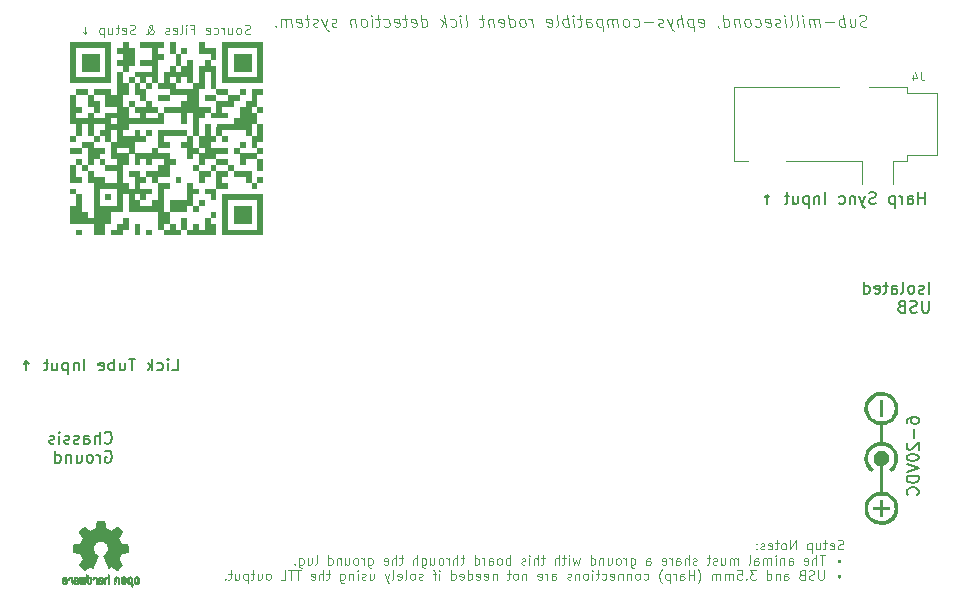
<source format=gbo>
G04 #@! TF.GenerationSoftware,KiCad,Pcbnew,7.0.6-7.0.6~ubuntu20.04.1*
G04 #@! TF.CreationDate,2023-10-16T12:06:56-07:00*
G04 #@! TF.ProjectId,harp_lick_detector_capactive,68617270-5f6c-4696-936b-5f6465746563,rev?*
G04 #@! TF.SameCoordinates,PX640a5a0PY7088980*
G04 #@! TF.FileFunction,Legend,Bot*
G04 #@! TF.FilePolarity,Positive*
%FSLAX46Y46*%
G04 Gerber Fmt 4.6, Leading zero omitted, Abs format (unit mm)*
G04 Created by KiCad (PCBNEW 7.0.6-7.0.6~ubuntu20.04.1) date 2023-10-16 12:06:56*
%MOMM*%
%LPD*%
G01*
G04 APERTURE LIST*
%ADD10C,0.200000*%
%ADD11C,0.120000*%
%ADD12C,0.100000*%
%ADD13C,0.010000*%
G04 APERTURE END LIST*
D10*
X9158898Y12638020D02*
X9206517Y12590400D01*
X9206517Y12590400D02*
X9349374Y12542781D01*
X9349374Y12542781D02*
X9444612Y12542781D01*
X9444612Y12542781D02*
X9587469Y12590400D01*
X9587469Y12590400D02*
X9682707Y12685639D01*
X9682707Y12685639D02*
X9730326Y12780877D01*
X9730326Y12780877D02*
X9777945Y12971353D01*
X9777945Y12971353D02*
X9777945Y13114210D01*
X9777945Y13114210D02*
X9730326Y13304686D01*
X9730326Y13304686D02*
X9682707Y13399924D01*
X9682707Y13399924D02*
X9587469Y13495162D01*
X9587469Y13495162D02*
X9444612Y13542781D01*
X9444612Y13542781D02*
X9349374Y13542781D01*
X9349374Y13542781D02*
X9206517Y13495162D01*
X9206517Y13495162D02*
X9158898Y13447543D01*
X8730326Y12542781D02*
X8730326Y13542781D01*
X8301755Y12542781D02*
X8301755Y13066591D01*
X8301755Y13066591D02*
X8349374Y13161829D01*
X8349374Y13161829D02*
X8444612Y13209448D01*
X8444612Y13209448D02*
X8587469Y13209448D01*
X8587469Y13209448D02*
X8682707Y13161829D01*
X8682707Y13161829D02*
X8730326Y13114210D01*
X7396993Y12542781D02*
X7396993Y13066591D01*
X7396993Y13066591D02*
X7444612Y13161829D01*
X7444612Y13161829D02*
X7539850Y13209448D01*
X7539850Y13209448D02*
X7730326Y13209448D01*
X7730326Y13209448D02*
X7825564Y13161829D01*
X7396993Y12590400D02*
X7492231Y12542781D01*
X7492231Y12542781D02*
X7730326Y12542781D01*
X7730326Y12542781D02*
X7825564Y12590400D01*
X7825564Y12590400D02*
X7873183Y12685639D01*
X7873183Y12685639D02*
X7873183Y12780877D01*
X7873183Y12780877D02*
X7825564Y12876115D01*
X7825564Y12876115D02*
X7730326Y12923734D01*
X7730326Y12923734D02*
X7492231Y12923734D01*
X7492231Y12923734D02*
X7396993Y12971353D01*
X6968421Y12590400D02*
X6873183Y12542781D01*
X6873183Y12542781D02*
X6682707Y12542781D01*
X6682707Y12542781D02*
X6587469Y12590400D01*
X6587469Y12590400D02*
X6539850Y12685639D01*
X6539850Y12685639D02*
X6539850Y12733258D01*
X6539850Y12733258D02*
X6587469Y12828496D01*
X6587469Y12828496D02*
X6682707Y12876115D01*
X6682707Y12876115D02*
X6825564Y12876115D01*
X6825564Y12876115D02*
X6920802Y12923734D01*
X6920802Y12923734D02*
X6968421Y13018972D01*
X6968421Y13018972D02*
X6968421Y13066591D01*
X6968421Y13066591D02*
X6920802Y13161829D01*
X6920802Y13161829D02*
X6825564Y13209448D01*
X6825564Y13209448D02*
X6682707Y13209448D01*
X6682707Y13209448D02*
X6587469Y13161829D01*
X6158897Y12590400D02*
X6063659Y12542781D01*
X6063659Y12542781D02*
X5873183Y12542781D01*
X5873183Y12542781D02*
X5777945Y12590400D01*
X5777945Y12590400D02*
X5730326Y12685639D01*
X5730326Y12685639D02*
X5730326Y12733258D01*
X5730326Y12733258D02*
X5777945Y12828496D01*
X5777945Y12828496D02*
X5873183Y12876115D01*
X5873183Y12876115D02*
X6016040Y12876115D01*
X6016040Y12876115D02*
X6111278Y12923734D01*
X6111278Y12923734D02*
X6158897Y13018972D01*
X6158897Y13018972D02*
X6158897Y13066591D01*
X6158897Y13066591D02*
X6111278Y13161829D01*
X6111278Y13161829D02*
X6016040Y13209448D01*
X6016040Y13209448D02*
X5873183Y13209448D01*
X5873183Y13209448D02*
X5777945Y13161829D01*
X5301754Y12542781D02*
X5301754Y13209448D01*
X5301754Y13542781D02*
X5349373Y13495162D01*
X5349373Y13495162D02*
X5301754Y13447543D01*
X5301754Y13447543D02*
X5254135Y13495162D01*
X5254135Y13495162D02*
X5301754Y13542781D01*
X5301754Y13542781D02*
X5301754Y13447543D01*
X4873183Y12590400D02*
X4777945Y12542781D01*
X4777945Y12542781D02*
X4587469Y12542781D01*
X4587469Y12542781D02*
X4492231Y12590400D01*
X4492231Y12590400D02*
X4444612Y12685639D01*
X4444612Y12685639D02*
X4444612Y12733258D01*
X4444612Y12733258D02*
X4492231Y12828496D01*
X4492231Y12828496D02*
X4587469Y12876115D01*
X4587469Y12876115D02*
X4730326Y12876115D01*
X4730326Y12876115D02*
X4825564Y12923734D01*
X4825564Y12923734D02*
X4873183Y13018972D01*
X4873183Y13018972D02*
X4873183Y13066591D01*
X4873183Y13066591D02*
X4825564Y13161829D01*
X4825564Y13161829D02*
X4730326Y13209448D01*
X4730326Y13209448D02*
X4587469Y13209448D01*
X4587469Y13209448D02*
X4492231Y13161829D01*
X9206517Y11885162D02*
X9301755Y11932781D01*
X9301755Y11932781D02*
X9444612Y11932781D01*
X9444612Y11932781D02*
X9587469Y11885162D01*
X9587469Y11885162D02*
X9682707Y11789924D01*
X9682707Y11789924D02*
X9730326Y11694686D01*
X9730326Y11694686D02*
X9777945Y11504210D01*
X9777945Y11504210D02*
X9777945Y11361353D01*
X9777945Y11361353D02*
X9730326Y11170877D01*
X9730326Y11170877D02*
X9682707Y11075639D01*
X9682707Y11075639D02*
X9587469Y10980400D01*
X9587469Y10980400D02*
X9444612Y10932781D01*
X9444612Y10932781D02*
X9349374Y10932781D01*
X9349374Y10932781D02*
X9206517Y10980400D01*
X9206517Y10980400D02*
X9158898Y11028020D01*
X9158898Y11028020D02*
X9158898Y11361353D01*
X9158898Y11361353D02*
X9349374Y11361353D01*
X8730326Y10932781D02*
X8730326Y11599448D01*
X8730326Y11408972D02*
X8682707Y11504210D01*
X8682707Y11504210D02*
X8635088Y11551829D01*
X8635088Y11551829D02*
X8539850Y11599448D01*
X8539850Y11599448D02*
X8444612Y11599448D01*
X7968421Y10932781D02*
X8063659Y10980400D01*
X8063659Y10980400D02*
X8111278Y11028020D01*
X8111278Y11028020D02*
X8158897Y11123258D01*
X8158897Y11123258D02*
X8158897Y11408972D01*
X8158897Y11408972D02*
X8111278Y11504210D01*
X8111278Y11504210D02*
X8063659Y11551829D01*
X8063659Y11551829D02*
X7968421Y11599448D01*
X7968421Y11599448D02*
X7825564Y11599448D01*
X7825564Y11599448D02*
X7730326Y11551829D01*
X7730326Y11551829D02*
X7682707Y11504210D01*
X7682707Y11504210D02*
X7635088Y11408972D01*
X7635088Y11408972D02*
X7635088Y11123258D01*
X7635088Y11123258D02*
X7682707Y11028020D01*
X7682707Y11028020D02*
X7730326Y10980400D01*
X7730326Y10980400D02*
X7825564Y10932781D01*
X7825564Y10932781D02*
X7968421Y10932781D01*
X6777945Y11599448D02*
X6777945Y10932781D01*
X7206516Y11599448D02*
X7206516Y11075639D01*
X7206516Y11075639D02*
X7158897Y10980400D01*
X7158897Y10980400D02*
X7063659Y10932781D01*
X7063659Y10932781D02*
X6920802Y10932781D01*
X6920802Y10932781D02*
X6825564Y10980400D01*
X6825564Y10980400D02*
X6777945Y11028020D01*
X6301754Y11599448D02*
X6301754Y10932781D01*
X6301754Y11504210D02*
X6254135Y11551829D01*
X6254135Y11551829D02*
X6158897Y11599448D01*
X6158897Y11599448D02*
X6016040Y11599448D01*
X6016040Y11599448D02*
X5920802Y11551829D01*
X5920802Y11551829D02*
X5873183Y11456591D01*
X5873183Y11456591D02*
X5873183Y10932781D01*
X4968421Y10932781D02*
X4968421Y11932781D01*
X4968421Y10980400D02*
X5063659Y10932781D01*
X5063659Y10932781D02*
X5254135Y10932781D01*
X5254135Y10932781D02*
X5349373Y10980400D01*
X5349373Y10980400D02*
X5396992Y11028020D01*
X5396992Y11028020D02*
X5444611Y11123258D01*
X5444611Y11123258D02*
X5444611Y11408972D01*
X5444611Y11408972D02*
X5396992Y11504210D01*
X5396992Y11504210D02*
X5349373Y11551829D01*
X5349373Y11551829D02*
X5254135Y11599448D01*
X5254135Y11599448D02*
X5063659Y11599448D01*
X5063659Y11599448D02*
X4968421Y11551829D01*
X77067219Y14301756D02*
X77067219Y14492232D01*
X77067219Y14492232D02*
X77114838Y14587470D01*
X77114838Y14587470D02*
X77162457Y14635089D01*
X77162457Y14635089D02*
X77305314Y14730327D01*
X77305314Y14730327D02*
X77495790Y14777946D01*
X77495790Y14777946D02*
X77876742Y14777946D01*
X77876742Y14777946D02*
X77971980Y14730327D01*
X77971980Y14730327D02*
X78019600Y14682708D01*
X78019600Y14682708D02*
X78067219Y14587470D01*
X78067219Y14587470D02*
X78067219Y14396994D01*
X78067219Y14396994D02*
X78019600Y14301756D01*
X78019600Y14301756D02*
X77971980Y14254137D01*
X77971980Y14254137D02*
X77876742Y14206518D01*
X77876742Y14206518D02*
X77638647Y14206518D01*
X77638647Y14206518D02*
X77543409Y14254137D01*
X77543409Y14254137D02*
X77495790Y14301756D01*
X77495790Y14301756D02*
X77448171Y14396994D01*
X77448171Y14396994D02*
X77448171Y14587470D01*
X77448171Y14587470D02*
X77495790Y14682708D01*
X77495790Y14682708D02*
X77543409Y14730327D01*
X77543409Y14730327D02*
X77638647Y14777946D01*
X77686266Y13777946D02*
X77686266Y13016041D01*
X77162457Y12587470D02*
X77114838Y12539851D01*
X77114838Y12539851D02*
X77067219Y12444613D01*
X77067219Y12444613D02*
X77067219Y12206518D01*
X77067219Y12206518D02*
X77114838Y12111280D01*
X77114838Y12111280D02*
X77162457Y12063661D01*
X77162457Y12063661D02*
X77257695Y12016042D01*
X77257695Y12016042D02*
X77352933Y12016042D01*
X77352933Y12016042D02*
X77495790Y12063661D01*
X77495790Y12063661D02*
X78067219Y12635089D01*
X78067219Y12635089D02*
X78067219Y12016042D01*
X77067219Y11396994D02*
X77067219Y11301756D01*
X77067219Y11301756D02*
X77114838Y11206518D01*
X77114838Y11206518D02*
X77162457Y11158899D01*
X77162457Y11158899D02*
X77257695Y11111280D01*
X77257695Y11111280D02*
X77448171Y11063661D01*
X77448171Y11063661D02*
X77686266Y11063661D01*
X77686266Y11063661D02*
X77876742Y11111280D01*
X77876742Y11111280D02*
X77971980Y11158899D01*
X77971980Y11158899D02*
X78019600Y11206518D01*
X78019600Y11206518D02*
X78067219Y11301756D01*
X78067219Y11301756D02*
X78067219Y11396994D01*
X78067219Y11396994D02*
X78019600Y11492232D01*
X78019600Y11492232D02*
X77971980Y11539851D01*
X77971980Y11539851D02*
X77876742Y11587470D01*
X77876742Y11587470D02*
X77686266Y11635089D01*
X77686266Y11635089D02*
X77448171Y11635089D01*
X77448171Y11635089D02*
X77257695Y11587470D01*
X77257695Y11587470D02*
X77162457Y11539851D01*
X77162457Y11539851D02*
X77114838Y11492232D01*
X77114838Y11492232D02*
X77067219Y11396994D01*
X77067219Y10777946D02*
X78067219Y10444613D01*
X78067219Y10444613D02*
X77067219Y10111280D01*
X78067219Y9777946D02*
X77067219Y9777946D01*
X77067219Y9777946D02*
X77067219Y9539851D01*
X77067219Y9539851D02*
X77114838Y9396994D01*
X77114838Y9396994D02*
X77210076Y9301756D01*
X77210076Y9301756D02*
X77305314Y9254137D01*
X77305314Y9254137D02*
X77495790Y9206518D01*
X77495790Y9206518D02*
X77638647Y9206518D01*
X77638647Y9206518D02*
X77829123Y9254137D01*
X77829123Y9254137D02*
X77924361Y9301756D01*
X77924361Y9301756D02*
X78019600Y9396994D01*
X78019600Y9396994D02*
X78067219Y9539851D01*
X78067219Y9539851D02*
X78067219Y9777946D01*
X77971980Y8206518D02*
X78019600Y8254137D01*
X78019600Y8254137D02*
X78067219Y8396994D01*
X78067219Y8396994D02*
X78067219Y8492232D01*
X78067219Y8492232D02*
X78019600Y8635089D01*
X78019600Y8635089D02*
X77924361Y8730327D01*
X77924361Y8730327D02*
X77829123Y8777946D01*
X77829123Y8777946D02*
X77638647Y8825565D01*
X77638647Y8825565D02*
X77495790Y8825565D01*
X77495790Y8825565D02*
X77305314Y8777946D01*
X77305314Y8777946D02*
X77210076Y8730327D01*
X77210076Y8730327D02*
X77114838Y8635089D01*
X77114838Y8635089D02*
X77067219Y8492232D01*
X77067219Y8492232D02*
X77067219Y8396994D01*
X77067219Y8396994D02*
X77114838Y8254137D01*
X77114838Y8254137D02*
X77162457Y8206518D01*
D11*
X21468672Y47242240D02*
X21354386Y47204145D01*
X21354386Y47204145D02*
X21163910Y47204145D01*
X21163910Y47204145D02*
X21087719Y47242240D01*
X21087719Y47242240D02*
X21049624Y47280336D01*
X21049624Y47280336D02*
X21011529Y47356526D01*
X21011529Y47356526D02*
X21011529Y47432717D01*
X21011529Y47432717D02*
X21049624Y47508907D01*
X21049624Y47508907D02*
X21087719Y47547002D01*
X21087719Y47547002D02*
X21163910Y47585098D01*
X21163910Y47585098D02*
X21316291Y47623193D01*
X21316291Y47623193D02*
X21392481Y47661288D01*
X21392481Y47661288D02*
X21430576Y47699383D01*
X21430576Y47699383D02*
X21468672Y47775574D01*
X21468672Y47775574D02*
X21468672Y47851764D01*
X21468672Y47851764D02*
X21430576Y47927955D01*
X21430576Y47927955D02*
X21392481Y47966050D01*
X21392481Y47966050D02*
X21316291Y48004145D01*
X21316291Y48004145D02*
X21125814Y48004145D01*
X21125814Y48004145D02*
X21011529Y47966050D01*
X20554386Y47204145D02*
X20630576Y47242240D01*
X20630576Y47242240D02*
X20668671Y47280336D01*
X20668671Y47280336D02*
X20706767Y47356526D01*
X20706767Y47356526D02*
X20706767Y47585098D01*
X20706767Y47585098D02*
X20668671Y47661288D01*
X20668671Y47661288D02*
X20630576Y47699383D01*
X20630576Y47699383D02*
X20554386Y47737479D01*
X20554386Y47737479D02*
X20440100Y47737479D01*
X20440100Y47737479D02*
X20363909Y47699383D01*
X20363909Y47699383D02*
X20325814Y47661288D01*
X20325814Y47661288D02*
X20287719Y47585098D01*
X20287719Y47585098D02*
X20287719Y47356526D01*
X20287719Y47356526D02*
X20325814Y47280336D01*
X20325814Y47280336D02*
X20363909Y47242240D01*
X20363909Y47242240D02*
X20440100Y47204145D01*
X20440100Y47204145D02*
X20554386Y47204145D01*
X19602004Y47737479D02*
X19602004Y47204145D01*
X19944861Y47737479D02*
X19944861Y47318431D01*
X19944861Y47318431D02*
X19906766Y47242240D01*
X19906766Y47242240D02*
X19830576Y47204145D01*
X19830576Y47204145D02*
X19716290Y47204145D01*
X19716290Y47204145D02*
X19640099Y47242240D01*
X19640099Y47242240D02*
X19602004Y47280336D01*
X19221051Y47204145D02*
X19221051Y47737479D01*
X19221051Y47585098D02*
X19182956Y47661288D01*
X19182956Y47661288D02*
X19144861Y47699383D01*
X19144861Y47699383D02*
X19068670Y47737479D01*
X19068670Y47737479D02*
X18992480Y47737479D01*
X18382956Y47242240D02*
X18459147Y47204145D01*
X18459147Y47204145D02*
X18611528Y47204145D01*
X18611528Y47204145D02*
X18687718Y47242240D01*
X18687718Y47242240D02*
X18725813Y47280336D01*
X18725813Y47280336D02*
X18763909Y47356526D01*
X18763909Y47356526D02*
X18763909Y47585098D01*
X18763909Y47585098D02*
X18725813Y47661288D01*
X18725813Y47661288D02*
X18687718Y47699383D01*
X18687718Y47699383D02*
X18611528Y47737479D01*
X18611528Y47737479D02*
X18459147Y47737479D01*
X18459147Y47737479D02*
X18382956Y47699383D01*
X17735337Y47242240D02*
X17811528Y47204145D01*
X17811528Y47204145D02*
X17963909Y47204145D01*
X17963909Y47204145D02*
X18040099Y47242240D01*
X18040099Y47242240D02*
X18078195Y47318431D01*
X18078195Y47318431D02*
X18078195Y47623193D01*
X18078195Y47623193D02*
X18040099Y47699383D01*
X18040099Y47699383D02*
X17963909Y47737479D01*
X17963909Y47737479D02*
X17811528Y47737479D01*
X17811528Y47737479D02*
X17735337Y47699383D01*
X17735337Y47699383D02*
X17697242Y47623193D01*
X17697242Y47623193D02*
X17697242Y47547002D01*
X17697242Y47547002D02*
X18078195Y47470812D01*
X16478195Y47623193D02*
X16744861Y47623193D01*
X16744861Y47204145D02*
X16744861Y48004145D01*
X16744861Y48004145D02*
X16363909Y48004145D01*
X16059147Y47204145D02*
X16059147Y47737479D01*
X16059147Y48004145D02*
X16097243Y47966050D01*
X16097243Y47966050D02*
X16059147Y47927955D01*
X16059147Y47927955D02*
X16021052Y47966050D01*
X16021052Y47966050D02*
X16059147Y48004145D01*
X16059147Y48004145D02*
X16059147Y47927955D01*
X15563910Y47204145D02*
X15640100Y47242240D01*
X15640100Y47242240D02*
X15678195Y47318431D01*
X15678195Y47318431D02*
X15678195Y48004145D01*
X14954385Y47242240D02*
X15030576Y47204145D01*
X15030576Y47204145D02*
X15182957Y47204145D01*
X15182957Y47204145D02*
X15259147Y47242240D01*
X15259147Y47242240D02*
X15297243Y47318431D01*
X15297243Y47318431D02*
X15297243Y47623193D01*
X15297243Y47623193D02*
X15259147Y47699383D01*
X15259147Y47699383D02*
X15182957Y47737479D01*
X15182957Y47737479D02*
X15030576Y47737479D01*
X15030576Y47737479D02*
X14954385Y47699383D01*
X14954385Y47699383D02*
X14916290Y47623193D01*
X14916290Y47623193D02*
X14916290Y47547002D01*
X14916290Y47547002D02*
X15297243Y47470812D01*
X14611529Y47242240D02*
X14535338Y47204145D01*
X14535338Y47204145D02*
X14382957Y47204145D01*
X14382957Y47204145D02*
X14306767Y47242240D01*
X14306767Y47242240D02*
X14268671Y47318431D01*
X14268671Y47318431D02*
X14268671Y47356526D01*
X14268671Y47356526D02*
X14306767Y47432717D01*
X14306767Y47432717D02*
X14382957Y47470812D01*
X14382957Y47470812D02*
X14497243Y47470812D01*
X14497243Y47470812D02*
X14573433Y47508907D01*
X14573433Y47508907D02*
X14611529Y47585098D01*
X14611529Y47585098D02*
X14611529Y47623193D01*
X14611529Y47623193D02*
X14573433Y47699383D01*
X14573433Y47699383D02*
X14497243Y47737479D01*
X14497243Y47737479D02*
X14382957Y47737479D01*
X14382957Y47737479D02*
X14306767Y47699383D01*
X12668671Y47204145D02*
X12706767Y47204145D01*
X12706767Y47204145D02*
X12782957Y47242240D01*
X12782957Y47242240D02*
X12897243Y47356526D01*
X12897243Y47356526D02*
X13087719Y47585098D01*
X13087719Y47585098D02*
X13163909Y47699383D01*
X13163909Y47699383D02*
X13202005Y47813669D01*
X13202005Y47813669D02*
X13202005Y47889860D01*
X13202005Y47889860D02*
X13163909Y47966050D01*
X13163909Y47966050D02*
X13087719Y48004145D01*
X13087719Y48004145D02*
X13049624Y48004145D01*
X13049624Y48004145D02*
X12973433Y47966050D01*
X12973433Y47966050D02*
X12935338Y47889860D01*
X12935338Y47889860D02*
X12935338Y47851764D01*
X12935338Y47851764D02*
X12973433Y47775574D01*
X12973433Y47775574D02*
X13011528Y47737479D01*
X13011528Y47737479D02*
X13240100Y47585098D01*
X13240100Y47585098D02*
X13278195Y47547002D01*
X13278195Y47547002D02*
X13316290Y47470812D01*
X13316290Y47470812D02*
X13316290Y47356526D01*
X13316290Y47356526D02*
X13278195Y47280336D01*
X13278195Y47280336D02*
X13240100Y47242240D01*
X13240100Y47242240D02*
X13163909Y47204145D01*
X13163909Y47204145D02*
X13049624Y47204145D01*
X13049624Y47204145D02*
X12973433Y47242240D01*
X12973433Y47242240D02*
X12935338Y47280336D01*
X12935338Y47280336D02*
X12821052Y47432717D01*
X12821052Y47432717D02*
X12782957Y47547002D01*
X12782957Y47547002D02*
X12782957Y47623193D01*
X11754386Y47242240D02*
X11640100Y47204145D01*
X11640100Y47204145D02*
X11449624Y47204145D01*
X11449624Y47204145D02*
X11373433Y47242240D01*
X11373433Y47242240D02*
X11335338Y47280336D01*
X11335338Y47280336D02*
X11297243Y47356526D01*
X11297243Y47356526D02*
X11297243Y47432717D01*
X11297243Y47432717D02*
X11335338Y47508907D01*
X11335338Y47508907D02*
X11373433Y47547002D01*
X11373433Y47547002D02*
X11449624Y47585098D01*
X11449624Y47585098D02*
X11602005Y47623193D01*
X11602005Y47623193D02*
X11678195Y47661288D01*
X11678195Y47661288D02*
X11716290Y47699383D01*
X11716290Y47699383D02*
X11754386Y47775574D01*
X11754386Y47775574D02*
X11754386Y47851764D01*
X11754386Y47851764D02*
X11716290Y47927955D01*
X11716290Y47927955D02*
X11678195Y47966050D01*
X11678195Y47966050D02*
X11602005Y48004145D01*
X11602005Y48004145D02*
X11411528Y48004145D01*
X11411528Y48004145D02*
X11297243Y47966050D01*
X10649623Y47242240D02*
X10725814Y47204145D01*
X10725814Y47204145D02*
X10878195Y47204145D01*
X10878195Y47204145D02*
X10954385Y47242240D01*
X10954385Y47242240D02*
X10992481Y47318431D01*
X10992481Y47318431D02*
X10992481Y47623193D01*
X10992481Y47623193D02*
X10954385Y47699383D01*
X10954385Y47699383D02*
X10878195Y47737479D01*
X10878195Y47737479D02*
X10725814Y47737479D01*
X10725814Y47737479D02*
X10649623Y47699383D01*
X10649623Y47699383D02*
X10611528Y47623193D01*
X10611528Y47623193D02*
X10611528Y47547002D01*
X10611528Y47547002D02*
X10992481Y47470812D01*
X10382957Y47737479D02*
X10078195Y47737479D01*
X10268671Y48004145D02*
X10268671Y47318431D01*
X10268671Y47318431D02*
X10230576Y47242240D01*
X10230576Y47242240D02*
X10154386Y47204145D01*
X10154386Y47204145D02*
X10078195Y47204145D01*
X9468671Y47737479D02*
X9468671Y47204145D01*
X9811528Y47737479D02*
X9811528Y47318431D01*
X9811528Y47318431D02*
X9773433Y47242240D01*
X9773433Y47242240D02*
X9697243Y47204145D01*
X9697243Y47204145D02*
X9582957Y47204145D01*
X9582957Y47204145D02*
X9506766Y47242240D01*
X9506766Y47242240D02*
X9468671Y47280336D01*
X9087718Y47737479D02*
X9087718Y46937479D01*
X9087718Y47699383D02*
X9011528Y47737479D01*
X9011528Y47737479D02*
X8859147Y47737479D01*
X8859147Y47737479D02*
X8782956Y47699383D01*
X8782956Y47699383D02*
X8744861Y47661288D01*
X8744861Y47661288D02*
X8706766Y47585098D01*
X8706766Y47585098D02*
X8706766Y47356526D01*
X8706766Y47356526D02*
X8744861Y47280336D01*
X8744861Y47280336D02*
X8782956Y47242240D01*
X8782956Y47242240D02*
X8859147Y47204145D01*
X8859147Y47204145D02*
X9011528Y47204145D01*
X9011528Y47204145D02*
X9087718Y47242240D01*
X7449622Y47813669D02*
X7449622Y47204145D01*
X7297241Y47356526D02*
X7449622Y47204145D01*
X7449622Y47204145D02*
X7602003Y47356526D01*
D10*
X78630326Y32832781D02*
X78630326Y33832781D01*
X78630326Y33356591D02*
X78058898Y33356591D01*
X78058898Y32832781D02*
X78058898Y33832781D01*
X77154136Y32832781D02*
X77154136Y33356591D01*
X77154136Y33356591D02*
X77201755Y33451829D01*
X77201755Y33451829D02*
X77296993Y33499448D01*
X77296993Y33499448D02*
X77487469Y33499448D01*
X77487469Y33499448D02*
X77582707Y33451829D01*
X77154136Y32880400D02*
X77249374Y32832781D01*
X77249374Y32832781D02*
X77487469Y32832781D01*
X77487469Y32832781D02*
X77582707Y32880400D01*
X77582707Y32880400D02*
X77630326Y32975639D01*
X77630326Y32975639D02*
X77630326Y33070877D01*
X77630326Y33070877D02*
X77582707Y33166115D01*
X77582707Y33166115D02*
X77487469Y33213734D01*
X77487469Y33213734D02*
X77249374Y33213734D01*
X77249374Y33213734D02*
X77154136Y33261353D01*
X76677945Y32832781D02*
X76677945Y33499448D01*
X76677945Y33308972D02*
X76630326Y33404210D01*
X76630326Y33404210D02*
X76582707Y33451829D01*
X76582707Y33451829D02*
X76487469Y33499448D01*
X76487469Y33499448D02*
X76392231Y33499448D01*
X76058897Y33499448D02*
X76058897Y32499448D01*
X76058897Y33451829D02*
X75963659Y33499448D01*
X75963659Y33499448D02*
X75773183Y33499448D01*
X75773183Y33499448D02*
X75677945Y33451829D01*
X75677945Y33451829D02*
X75630326Y33404210D01*
X75630326Y33404210D02*
X75582707Y33308972D01*
X75582707Y33308972D02*
X75582707Y33023258D01*
X75582707Y33023258D02*
X75630326Y32928020D01*
X75630326Y32928020D02*
X75677945Y32880400D01*
X75677945Y32880400D02*
X75773183Y32832781D01*
X75773183Y32832781D02*
X75963659Y32832781D01*
X75963659Y32832781D02*
X76058897Y32880400D01*
X74439849Y32880400D02*
X74296992Y32832781D01*
X74296992Y32832781D02*
X74058897Y32832781D01*
X74058897Y32832781D02*
X73963659Y32880400D01*
X73963659Y32880400D02*
X73916040Y32928020D01*
X73916040Y32928020D02*
X73868421Y33023258D01*
X73868421Y33023258D02*
X73868421Y33118496D01*
X73868421Y33118496D02*
X73916040Y33213734D01*
X73916040Y33213734D02*
X73963659Y33261353D01*
X73963659Y33261353D02*
X74058897Y33308972D01*
X74058897Y33308972D02*
X74249373Y33356591D01*
X74249373Y33356591D02*
X74344611Y33404210D01*
X74344611Y33404210D02*
X74392230Y33451829D01*
X74392230Y33451829D02*
X74439849Y33547067D01*
X74439849Y33547067D02*
X74439849Y33642305D01*
X74439849Y33642305D02*
X74392230Y33737543D01*
X74392230Y33737543D02*
X74344611Y33785162D01*
X74344611Y33785162D02*
X74249373Y33832781D01*
X74249373Y33832781D02*
X74011278Y33832781D01*
X74011278Y33832781D02*
X73868421Y33785162D01*
X73535087Y33499448D02*
X73296992Y32832781D01*
X73058897Y33499448D02*
X73296992Y32832781D01*
X73296992Y32832781D02*
X73392230Y32594686D01*
X73392230Y32594686D02*
X73439849Y32547067D01*
X73439849Y32547067D02*
X73535087Y32499448D01*
X72677944Y33499448D02*
X72677944Y32832781D01*
X72677944Y33404210D02*
X72630325Y33451829D01*
X72630325Y33451829D02*
X72535087Y33499448D01*
X72535087Y33499448D02*
X72392230Y33499448D01*
X72392230Y33499448D02*
X72296992Y33451829D01*
X72296992Y33451829D02*
X72249373Y33356591D01*
X72249373Y33356591D02*
X72249373Y32832781D01*
X71344611Y32880400D02*
X71439849Y32832781D01*
X71439849Y32832781D02*
X71630325Y32832781D01*
X71630325Y32832781D02*
X71725563Y32880400D01*
X71725563Y32880400D02*
X71773182Y32928020D01*
X71773182Y32928020D02*
X71820801Y33023258D01*
X71820801Y33023258D02*
X71820801Y33308972D01*
X71820801Y33308972D02*
X71773182Y33404210D01*
X71773182Y33404210D02*
X71725563Y33451829D01*
X71725563Y33451829D02*
X71630325Y33499448D01*
X71630325Y33499448D02*
X71439849Y33499448D01*
X71439849Y33499448D02*
X71344611Y33451829D01*
X70154134Y32832781D02*
X70154134Y33832781D01*
X69677944Y33499448D02*
X69677944Y32832781D01*
X69677944Y33404210D02*
X69630325Y33451829D01*
X69630325Y33451829D02*
X69535087Y33499448D01*
X69535087Y33499448D02*
X69392230Y33499448D01*
X69392230Y33499448D02*
X69296992Y33451829D01*
X69296992Y33451829D02*
X69249373Y33356591D01*
X69249373Y33356591D02*
X69249373Y32832781D01*
X68773182Y33499448D02*
X68773182Y32499448D01*
X68773182Y33451829D02*
X68677944Y33499448D01*
X68677944Y33499448D02*
X68487468Y33499448D01*
X68487468Y33499448D02*
X68392230Y33451829D01*
X68392230Y33451829D02*
X68344611Y33404210D01*
X68344611Y33404210D02*
X68296992Y33308972D01*
X68296992Y33308972D02*
X68296992Y33023258D01*
X68296992Y33023258D02*
X68344611Y32928020D01*
X68344611Y32928020D02*
X68392230Y32880400D01*
X68392230Y32880400D02*
X68487468Y32832781D01*
X68487468Y32832781D02*
X68677944Y32832781D01*
X68677944Y32832781D02*
X68773182Y32880400D01*
X67439849Y33499448D02*
X67439849Y32832781D01*
X67868420Y33499448D02*
X67868420Y32975639D01*
X67868420Y32975639D02*
X67820801Y32880400D01*
X67820801Y32880400D02*
X67725563Y32832781D01*
X67725563Y32832781D02*
X67582706Y32832781D01*
X67582706Y32832781D02*
X67487468Y32880400D01*
X67487468Y32880400D02*
X67439849Y32928020D01*
X67106515Y33499448D02*
X66725563Y33499448D01*
X66963658Y33832781D02*
X66963658Y32975639D01*
X66963658Y32975639D02*
X66916039Y32880400D01*
X66916039Y32880400D02*
X66820801Y32832781D01*
X66820801Y32832781D02*
X66725563Y32832781D01*
X65249372Y32832781D02*
X65249372Y33594686D01*
X65439848Y33404210D02*
X65249372Y33594686D01*
X65249372Y33594686D02*
X65058896Y33404210D01*
X14854136Y18732781D02*
X15330326Y18732781D01*
X15330326Y18732781D02*
X15330326Y19732781D01*
X14520802Y18732781D02*
X14520802Y19399448D01*
X14520802Y19732781D02*
X14568421Y19685162D01*
X14568421Y19685162D02*
X14520802Y19637543D01*
X14520802Y19637543D02*
X14473183Y19685162D01*
X14473183Y19685162D02*
X14520802Y19732781D01*
X14520802Y19732781D02*
X14520802Y19637543D01*
X13616041Y18780400D02*
X13711279Y18732781D01*
X13711279Y18732781D02*
X13901755Y18732781D01*
X13901755Y18732781D02*
X13996993Y18780400D01*
X13996993Y18780400D02*
X14044612Y18828020D01*
X14044612Y18828020D02*
X14092231Y18923258D01*
X14092231Y18923258D02*
X14092231Y19208972D01*
X14092231Y19208972D02*
X14044612Y19304210D01*
X14044612Y19304210D02*
X13996993Y19351829D01*
X13996993Y19351829D02*
X13901755Y19399448D01*
X13901755Y19399448D02*
X13711279Y19399448D01*
X13711279Y19399448D02*
X13616041Y19351829D01*
X13187469Y18732781D02*
X13187469Y19732781D01*
X13092231Y19113734D02*
X12806517Y18732781D01*
X12806517Y19399448D02*
X13187469Y19018496D01*
X11758897Y19732781D02*
X11187469Y19732781D01*
X11473183Y18732781D02*
X11473183Y19732781D01*
X10425564Y19399448D02*
X10425564Y18732781D01*
X10854135Y19399448D02*
X10854135Y18875639D01*
X10854135Y18875639D02*
X10806516Y18780400D01*
X10806516Y18780400D02*
X10711278Y18732781D01*
X10711278Y18732781D02*
X10568421Y18732781D01*
X10568421Y18732781D02*
X10473183Y18780400D01*
X10473183Y18780400D02*
X10425564Y18828020D01*
X9949373Y18732781D02*
X9949373Y19732781D01*
X9949373Y19351829D02*
X9854135Y19399448D01*
X9854135Y19399448D02*
X9663659Y19399448D01*
X9663659Y19399448D02*
X9568421Y19351829D01*
X9568421Y19351829D02*
X9520802Y19304210D01*
X9520802Y19304210D02*
X9473183Y19208972D01*
X9473183Y19208972D02*
X9473183Y18923258D01*
X9473183Y18923258D02*
X9520802Y18828020D01*
X9520802Y18828020D02*
X9568421Y18780400D01*
X9568421Y18780400D02*
X9663659Y18732781D01*
X9663659Y18732781D02*
X9854135Y18732781D01*
X9854135Y18732781D02*
X9949373Y18780400D01*
X8663659Y18780400D02*
X8758897Y18732781D01*
X8758897Y18732781D02*
X8949373Y18732781D01*
X8949373Y18732781D02*
X9044611Y18780400D01*
X9044611Y18780400D02*
X9092230Y18875639D01*
X9092230Y18875639D02*
X9092230Y19256591D01*
X9092230Y19256591D02*
X9044611Y19351829D01*
X9044611Y19351829D02*
X8949373Y19399448D01*
X8949373Y19399448D02*
X8758897Y19399448D01*
X8758897Y19399448D02*
X8663659Y19351829D01*
X8663659Y19351829D02*
X8616040Y19256591D01*
X8616040Y19256591D02*
X8616040Y19161353D01*
X8616040Y19161353D02*
X9092230Y19066115D01*
X7425563Y18732781D02*
X7425563Y19732781D01*
X6949373Y19399448D02*
X6949373Y18732781D01*
X6949373Y19304210D02*
X6901754Y19351829D01*
X6901754Y19351829D02*
X6806516Y19399448D01*
X6806516Y19399448D02*
X6663659Y19399448D01*
X6663659Y19399448D02*
X6568421Y19351829D01*
X6568421Y19351829D02*
X6520802Y19256591D01*
X6520802Y19256591D02*
X6520802Y18732781D01*
X6044611Y19399448D02*
X6044611Y18399448D01*
X6044611Y19351829D02*
X5949373Y19399448D01*
X5949373Y19399448D02*
X5758897Y19399448D01*
X5758897Y19399448D02*
X5663659Y19351829D01*
X5663659Y19351829D02*
X5616040Y19304210D01*
X5616040Y19304210D02*
X5568421Y19208972D01*
X5568421Y19208972D02*
X5568421Y18923258D01*
X5568421Y18923258D02*
X5616040Y18828020D01*
X5616040Y18828020D02*
X5663659Y18780400D01*
X5663659Y18780400D02*
X5758897Y18732781D01*
X5758897Y18732781D02*
X5949373Y18732781D01*
X5949373Y18732781D02*
X6044611Y18780400D01*
X4711278Y19399448D02*
X4711278Y18732781D01*
X5139849Y19399448D02*
X5139849Y18875639D01*
X5139849Y18875639D02*
X5092230Y18780400D01*
X5092230Y18780400D02*
X4996992Y18732781D01*
X4996992Y18732781D02*
X4854135Y18732781D01*
X4854135Y18732781D02*
X4758897Y18780400D01*
X4758897Y18780400D02*
X4711278Y18828020D01*
X4377944Y19399448D02*
X3996992Y19399448D01*
X4235087Y19732781D02*
X4235087Y18875639D01*
X4235087Y18875639D02*
X4187468Y18780400D01*
X4187468Y18780400D02*
X4092230Y18732781D01*
X4092230Y18732781D02*
X3996992Y18732781D01*
X2520801Y18732781D02*
X2520801Y19494686D01*
X2711277Y19304210D02*
X2520801Y19494686D01*
X2520801Y19494686D02*
X2330325Y19304210D01*
D11*
X73730576Y47876240D02*
X73593672Y47828621D01*
X73593672Y47828621D02*
X73355576Y47828621D01*
X73355576Y47828621D02*
X73254386Y47876240D01*
X73254386Y47876240D02*
X73200814Y47923860D01*
X73200814Y47923860D02*
X73141291Y48019098D01*
X73141291Y48019098D02*
X73129386Y48114336D01*
X73129386Y48114336D02*
X73165100Y48209574D01*
X73165100Y48209574D02*
X73206767Y48257193D01*
X73206767Y48257193D02*
X73296053Y48304812D01*
X73296053Y48304812D02*
X73480576Y48352431D01*
X73480576Y48352431D02*
X73569862Y48400050D01*
X73569862Y48400050D02*
X73611529Y48447669D01*
X73611529Y48447669D02*
X73647243Y48542907D01*
X73647243Y48542907D02*
X73635338Y48638145D01*
X73635338Y48638145D02*
X73575814Y48733383D01*
X73575814Y48733383D02*
X73522243Y48781002D01*
X73522243Y48781002D02*
X73421053Y48828621D01*
X73421053Y48828621D02*
X73182957Y48828621D01*
X73182957Y48828621D02*
X73046053Y48781002D01*
X72224624Y48495288D02*
X72307957Y47828621D01*
X72653195Y48495288D02*
X72718672Y47971479D01*
X72718672Y47971479D02*
X72682957Y47876240D01*
X72682957Y47876240D02*
X72593672Y47828621D01*
X72593672Y47828621D02*
X72450814Y47828621D01*
X72450814Y47828621D02*
X72349624Y47876240D01*
X72349624Y47876240D02*
X72296052Y47923860D01*
X71831767Y47828621D02*
X71706767Y48828621D01*
X71754386Y48447669D02*
X71653195Y48495288D01*
X71653195Y48495288D02*
X71462719Y48495288D01*
X71462719Y48495288D02*
X71373433Y48447669D01*
X71373433Y48447669D02*
X71331767Y48400050D01*
X71331767Y48400050D02*
X71296052Y48304812D01*
X71296052Y48304812D02*
X71331767Y48019098D01*
X71331767Y48019098D02*
X71391290Y47923860D01*
X71391290Y47923860D02*
X71444862Y47876240D01*
X71444862Y47876240D02*
X71546052Y47828621D01*
X71546052Y47828621D02*
X71736529Y47828621D01*
X71736529Y47828621D02*
X71825814Y47876240D01*
X70879386Y48209574D02*
X70117481Y48209574D01*
X69688910Y47828621D02*
X69605576Y48495288D01*
X69617481Y48400050D02*
X69563910Y48447669D01*
X69563910Y48447669D02*
X69462719Y48495288D01*
X69462719Y48495288D02*
X69319862Y48495288D01*
X69319862Y48495288D02*
X69230576Y48447669D01*
X69230576Y48447669D02*
X69194862Y48352431D01*
X69194862Y48352431D02*
X69260338Y47828621D01*
X69194862Y48352431D02*
X69135338Y48447669D01*
X69135338Y48447669D02*
X69034148Y48495288D01*
X69034148Y48495288D02*
X68891291Y48495288D01*
X68891291Y48495288D02*
X68802005Y48447669D01*
X68802005Y48447669D02*
X68766291Y48352431D01*
X68766291Y48352431D02*
X68831767Y47828621D01*
X68355577Y47828621D02*
X68272243Y48495288D01*
X68230577Y48828621D02*
X68284148Y48781002D01*
X68284148Y48781002D02*
X68242481Y48733383D01*
X68242481Y48733383D02*
X68188910Y48781002D01*
X68188910Y48781002D02*
X68230577Y48828621D01*
X68230577Y48828621D02*
X68242481Y48733383D01*
X67736530Y47828621D02*
X67825815Y47876240D01*
X67825815Y47876240D02*
X67861530Y47971479D01*
X67861530Y47971479D02*
X67754387Y48828621D01*
X67212720Y47828621D02*
X67302005Y47876240D01*
X67302005Y47876240D02*
X67337720Y47971479D01*
X67337720Y47971479D02*
X67230577Y48828621D01*
X66831767Y47828621D02*
X66748433Y48495288D01*
X66706767Y48828621D02*
X66760338Y48781002D01*
X66760338Y48781002D02*
X66718671Y48733383D01*
X66718671Y48733383D02*
X66665100Y48781002D01*
X66665100Y48781002D02*
X66706767Y48828621D01*
X66706767Y48828621D02*
X66718671Y48733383D01*
X66397243Y47876240D02*
X66307958Y47828621D01*
X66307958Y47828621D02*
X66117481Y47828621D01*
X66117481Y47828621D02*
X66016291Y47876240D01*
X66016291Y47876240D02*
X65956767Y47971479D01*
X65956767Y47971479D02*
X65950815Y48019098D01*
X65950815Y48019098D02*
X65986529Y48114336D01*
X65986529Y48114336D02*
X66075815Y48161955D01*
X66075815Y48161955D02*
X66218672Y48161955D01*
X66218672Y48161955D02*
X66307958Y48209574D01*
X66307958Y48209574D02*
X66343672Y48304812D01*
X66343672Y48304812D02*
X66337720Y48352431D01*
X66337720Y48352431D02*
X66278196Y48447669D01*
X66278196Y48447669D02*
X66177005Y48495288D01*
X66177005Y48495288D02*
X66034148Y48495288D01*
X66034148Y48495288D02*
X65944862Y48447669D01*
X65159148Y47876240D02*
X65260338Y47828621D01*
X65260338Y47828621D02*
X65450815Y47828621D01*
X65450815Y47828621D02*
X65540100Y47876240D01*
X65540100Y47876240D02*
X65575815Y47971479D01*
X65575815Y47971479D02*
X65528196Y48352431D01*
X65528196Y48352431D02*
X65468672Y48447669D01*
X65468672Y48447669D02*
X65367481Y48495288D01*
X65367481Y48495288D02*
X65177005Y48495288D01*
X65177005Y48495288D02*
X65087719Y48447669D01*
X65087719Y48447669D02*
X65052005Y48352431D01*
X65052005Y48352431D02*
X65063910Y48257193D01*
X65063910Y48257193D02*
X65552005Y48161955D01*
X64254386Y47876240D02*
X64355576Y47828621D01*
X64355576Y47828621D02*
X64546053Y47828621D01*
X64546053Y47828621D02*
X64635338Y47876240D01*
X64635338Y47876240D02*
X64677005Y47923860D01*
X64677005Y47923860D02*
X64712719Y48019098D01*
X64712719Y48019098D02*
X64677005Y48304812D01*
X64677005Y48304812D02*
X64617481Y48400050D01*
X64617481Y48400050D02*
X64563910Y48447669D01*
X64563910Y48447669D02*
X64462719Y48495288D01*
X64462719Y48495288D02*
X64272243Y48495288D01*
X64272243Y48495288D02*
X64182957Y48447669D01*
X63688910Y47828621D02*
X63778195Y47876240D01*
X63778195Y47876240D02*
X63819862Y47923860D01*
X63819862Y47923860D02*
X63855576Y48019098D01*
X63855576Y48019098D02*
X63819862Y48304812D01*
X63819862Y48304812D02*
X63760338Y48400050D01*
X63760338Y48400050D02*
X63706767Y48447669D01*
X63706767Y48447669D02*
X63605576Y48495288D01*
X63605576Y48495288D02*
X63462719Y48495288D01*
X63462719Y48495288D02*
X63373433Y48447669D01*
X63373433Y48447669D02*
X63331767Y48400050D01*
X63331767Y48400050D02*
X63296052Y48304812D01*
X63296052Y48304812D02*
X63331767Y48019098D01*
X63331767Y48019098D02*
X63391290Y47923860D01*
X63391290Y47923860D02*
X63444862Y47876240D01*
X63444862Y47876240D02*
X63546052Y47828621D01*
X63546052Y47828621D02*
X63688910Y47828621D01*
X62843671Y48495288D02*
X62927005Y47828621D01*
X62855576Y48400050D02*
X62802005Y48447669D01*
X62802005Y48447669D02*
X62700814Y48495288D01*
X62700814Y48495288D02*
X62557957Y48495288D01*
X62557957Y48495288D02*
X62468671Y48447669D01*
X62468671Y48447669D02*
X62432957Y48352431D01*
X62432957Y48352431D02*
X62498433Y47828621D01*
X61593671Y47828621D02*
X61468671Y48828621D01*
X61587719Y47876240D02*
X61688909Y47828621D01*
X61688909Y47828621D02*
X61879386Y47828621D01*
X61879386Y47828621D02*
X61968671Y47876240D01*
X61968671Y47876240D02*
X62010338Y47923860D01*
X62010338Y47923860D02*
X62046052Y48019098D01*
X62046052Y48019098D02*
X62010338Y48304812D01*
X62010338Y48304812D02*
X61950814Y48400050D01*
X61950814Y48400050D02*
X61897243Y48447669D01*
X61897243Y48447669D02*
X61796052Y48495288D01*
X61796052Y48495288D02*
X61605576Y48495288D01*
X61605576Y48495288D02*
X61516290Y48447669D01*
X61063909Y47876240D02*
X61069862Y47828621D01*
X61069862Y47828621D02*
X61129385Y47733383D01*
X61129385Y47733383D02*
X61182957Y47685764D01*
X59492481Y47876240D02*
X59593671Y47828621D01*
X59593671Y47828621D02*
X59784148Y47828621D01*
X59784148Y47828621D02*
X59873433Y47876240D01*
X59873433Y47876240D02*
X59909148Y47971479D01*
X59909148Y47971479D02*
X59861529Y48352431D01*
X59861529Y48352431D02*
X59802005Y48447669D01*
X59802005Y48447669D02*
X59700814Y48495288D01*
X59700814Y48495288D02*
X59510338Y48495288D01*
X59510338Y48495288D02*
X59421052Y48447669D01*
X59421052Y48447669D02*
X59385338Y48352431D01*
X59385338Y48352431D02*
X59397243Y48257193D01*
X59397243Y48257193D02*
X59885338Y48161955D01*
X58938909Y48495288D02*
X59063909Y47495288D01*
X58944862Y48447669D02*
X58843671Y48495288D01*
X58843671Y48495288D02*
X58653195Y48495288D01*
X58653195Y48495288D02*
X58563909Y48447669D01*
X58563909Y48447669D02*
X58522243Y48400050D01*
X58522243Y48400050D02*
X58486528Y48304812D01*
X58486528Y48304812D02*
X58522243Y48019098D01*
X58522243Y48019098D02*
X58581766Y47923860D01*
X58581766Y47923860D02*
X58635338Y47876240D01*
X58635338Y47876240D02*
X58736528Y47828621D01*
X58736528Y47828621D02*
X58927005Y47828621D01*
X58927005Y47828621D02*
X59016290Y47876240D01*
X58117481Y47828621D02*
X57992481Y48828621D01*
X57688909Y47828621D02*
X57623433Y48352431D01*
X57623433Y48352431D02*
X57659147Y48447669D01*
X57659147Y48447669D02*
X57748433Y48495288D01*
X57748433Y48495288D02*
X57891290Y48495288D01*
X57891290Y48495288D02*
X57992481Y48447669D01*
X57992481Y48447669D02*
X58046052Y48400050D01*
X57224623Y48495288D02*
X57069862Y47828621D01*
X56748433Y48495288D02*
X57069862Y47828621D01*
X57069862Y47828621D02*
X57194862Y47590526D01*
X57194862Y47590526D02*
X57248433Y47542907D01*
X57248433Y47542907D02*
X57349623Y47495288D01*
X56492480Y47876240D02*
X56403195Y47828621D01*
X56403195Y47828621D02*
X56212718Y47828621D01*
X56212718Y47828621D02*
X56111528Y47876240D01*
X56111528Y47876240D02*
X56052004Y47971479D01*
X56052004Y47971479D02*
X56046052Y48019098D01*
X56046052Y48019098D02*
X56081766Y48114336D01*
X56081766Y48114336D02*
X56171052Y48161955D01*
X56171052Y48161955D02*
X56313909Y48161955D01*
X56313909Y48161955D02*
X56403195Y48209574D01*
X56403195Y48209574D02*
X56438909Y48304812D01*
X56438909Y48304812D02*
X56432957Y48352431D01*
X56432957Y48352431D02*
X56373433Y48447669D01*
X56373433Y48447669D02*
X56272242Y48495288D01*
X56272242Y48495288D02*
X56129385Y48495288D01*
X56129385Y48495288D02*
X56040099Y48447669D01*
X55593671Y48209574D02*
X54831766Y48209574D01*
X53968671Y47876240D02*
X54069861Y47828621D01*
X54069861Y47828621D02*
X54260338Y47828621D01*
X54260338Y47828621D02*
X54349623Y47876240D01*
X54349623Y47876240D02*
X54391290Y47923860D01*
X54391290Y47923860D02*
X54427004Y48019098D01*
X54427004Y48019098D02*
X54391290Y48304812D01*
X54391290Y48304812D02*
X54331766Y48400050D01*
X54331766Y48400050D02*
X54278195Y48447669D01*
X54278195Y48447669D02*
X54177004Y48495288D01*
X54177004Y48495288D02*
X53986528Y48495288D01*
X53986528Y48495288D02*
X53897242Y48447669D01*
X53403195Y47828621D02*
X53492480Y47876240D01*
X53492480Y47876240D02*
X53534147Y47923860D01*
X53534147Y47923860D02*
X53569861Y48019098D01*
X53569861Y48019098D02*
X53534147Y48304812D01*
X53534147Y48304812D02*
X53474623Y48400050D01*
X53474623Y48400050D02*
X53421052Y48447669D01*
X53421052Y48447669D02*
X53319861Y48495288D01*
X53319861Y48495288D02*
X53177004Y48495288D01*
X53177004Y48495288D02*
X53087718Y48447669D01*
X53087718Y48447669D02*
X53046052Y48400050D01*
X53046052Y48400050D02*
X53010337Y48304812D01*
X53010337Y48304812D02*
X53046052Y48019098D01*
X53046052Y48019098D02*
X53105575Y47923860D01*
X53105575Y47923860D02*
X53159147Y47876240D01*
X53159147Y47876240D02*
X53260337Y47828621D01*
X53260337Y47828621D02*
X53403195Y47828621D01*
X52641290Y47828621D02*
X52557956Y48495288D01*
X52569861Y48400050D02*
X52516290Y48447669D01*
X52516290Y48447669D02*
X52415099Y48495288D01*
X52415099Y48495288D02*
X52272242Y48495288D01*
X52272242Y48495288D02*
X52182956Y48447669D01*
X52182956Y48447669D02*
X52147242Y48352431D01*
X52147242Y48352431D02*
X52212718Y47828621D01*
X52147242Y48352431D02*
X52087718Y48447669D01*
X52087718Y48447669D02*
X51986528Y48495288D01*
X51986528Y48495288D02*
X51843671Y48495288D01*
X51843671Y48495288D02*
X51754385Y48447669D01*
X51754385Y48447669D02*
X51718671Y48352431D01*
X51718671Y48352431D02*
X51784147Y47828621D01*
X51224623Y48495288D02*
X51349623Y47495288D01*
X51230576Y48447669D02*
X51129385Y48495288D01*
X51129385Y48495288D02*
X50938909Y48495288D01*
X50938909Y48495288D02*
X50849623Y48447669D01*
X50849623Y48447669D02*
X50807957Y48400050D01*
X50807957Y48400050D02*
X50772242Y48304812D01*
X50772242Y48304812D02*
X50807957Y48019098D01*
X50807957Y48019098D02*
X50867480Y47923860D01*
X50867480Y47923860D02*
X50921052Y47876240D01*
X50921052Y47876240D02*
X51022242Y47828621D01*
X51022242Y47828621D02*
X51212719Y47828621D01*
X51212719Y47828621D02*
X51302004Y47876240D01*
X49974623Y47828621D02*
X49909147Y48352431D01*
X49909147Y48352431D02*
X49944861Y48447669D01*
X49944861Y48447669D02*
X50034147Y48495288D01*
X50034147Y48495288D02*
X50224623Y48495288D01*
X50224623Y48495288D02*
X50325814Y48447669D01*
X49968671Y47876240D02*
X50069861Y47828621D01*
X50069861Y47828621D02*
X50307957Y47828621D01*
X50307957Y47828621D02*
X50397242Y47876240D01*
X50397242Y47876240D02*
X50432957Y47971479D01*
X50432957Y47971479D02*
X50421052Y48066717D01*
X50421052Y48066717D02*
X50361528Y48161955D01*
X50361528Y48161955D02*
X50260338Y48209574D01*
X50260338Y48209574D02*
X50022242Y48209574D01*
X50022242Y48209574D02*
X49921052Y48257193D01*
X49557956Y48495288D02*
X49177004Y48495288D01*
X49373433Y48828621D02*
X49480576Y47971479D01*
X49480576Y47971479D02*
X49444861Y47876240D01*
X49444861Y47876240D02*
X49355576Y47828621D01*
X49355576Y47828621D02*
X49260337Y47828621D01*
X48927004Y47828621D02*
X48843670Y48495288D01*
X48802004Y48828621D02*
X48855575Y48781002D01*
X48855575Y48781002D02*
X48813908Y48733383D01*
X48813908Y48733383D02*
X48760337Y48781002D01*
X48760337Y48781002D02*
X48802004Y48828621D01*
X48802004Y48828621D02*
X48813908Y48733383D01*
X48450814Y47828621D02*
X48325814Y48828621D01*
X48373433Y48447669D02*
X48272242Y48495288D01*
X48272242Y48495288D02*
X48081766Y48495288D01*
X48081766Y48495288D02*
X47992480Y48447669D01*
X47992480Y48447669D02*
X47950814Y48400050D01*
X47950814Y48400050D02*
X47915099Y48304812D01*
X47915099Y48304812D02*
X47950814Y48019098D01*
X47950814Y48019098D02*
X48010337Y47923860D01*
X48010337Y47923860D02*
X48063909Y47876240D01*
X48063909Y47876240D02*
X48165099Y47828621D01*
X48165099Y47828621D02*
X48355576Y47828621D01*
X48355576Y47828621D02*
X48444861Y47876240D01*
X47403195Y47828621D02*
X47492480Y47876240D01*
X47492480Y47876240D02*
X47528195Y47971479D01*
X47528195Y47971479D02*
X47421052Y48828621D01*
X46635337Y47876240D02*
X46736527Y47828621D01*
X46736527Y47828621D02*
X46927004Y47828621D01*
X46927004Y47828621D02*
X47016289Y47876240D01*
X47016289Y47876240D02*
X47052004Y47971479D01*
X47052004Y47971479D02*
X47004385Y48352431D01*
X47004385Y48352431D02*
X46944861Y48447669D01*
X46944861Y48447669D02*
X46843670Y48495288D01*
X46843670Y48495288D02*
X46653194Y48495288D01*
X46653194Y48495288D02*
X46563908Y48447669D01*
X46563908Y48447669D02*
X46528194Y48352431D01*
X46528194Y48352431D02*
X46540099Y48257193D01*
X46540099Y48257193D02*
X47028194Y48161955D01*
X45403194Y47828621D02*
X45319860Y48495288D01*
X45343670Y48304812D02*
X45284146Y48400050D01*
X45284146Y48400050D02*
X45230575Y48447669D01*
X45230575Y48447669D02*
X45129384Y48495288D01*
X45129384Y48495288D02*
X45034146Y48495288D01*
X44641289Y47828621D02*
X44730574Y47876240D01*
X44730574Y47876240D02*
X44772241Y47923860D01*
X44772241Y47923860D02*
X44807955Y48019098D01*
X44807955Y48019098D02*
X44772241Y48304812D01*
X44772241Y48304812D02*
X44712717Y48400050D01*
X44712717Y48400050D02*
X44659146Y48447669D01*
X44659146Y48447669D02*
X44557955Y48495288D01*
X44557955Y48495288D02*
X44415098Y48495288D01*
X44415098Y48495288D02*
X44325812Y48447669D01*
X44325812Y48447669D02*
X44284146Y48400050D01*
X44284146Y48400050D02*
X44248431Y48304812D01*
X44248431Y48304812D02*
X44284146Y48019098D01*
X44284146Y48019098D02*
X44343669Y47923860D01*
X44343669Y47923860D02*
X44397241Y47876240D01*
X44397241Y47876240D02*
X44498431Y47828621D01*
X44498431Y47828621D02*
X44641289Y47828621D01*
X43450812Y47828621D02*
X43325812Y48828621D01*
X43444860Y47876240D02*
X43546050Y47828621D01*
X43546050Y47828621D02*
X43736527Y47828621D01*
X43736527Y47828621D02*
X43825812Y47876240D01*
X43825812Y47876240D02*
X43867479Y47923860D01*
X43867479Y47923860D02*
X43903193Y48019098D01*
X43903193Y48019098D02*
X43867479Y48304812D01*
X43867479Y48304812D02*
X43807955Y48400050D01*
X43807955Y48400050D02*
X43754384Y48447669D01*
X43754384Y48447669D02*
X43653193Y48495288D01*
X43653193Y48495288D02*
X43462717Y48495288D01*
X43462717Y48495288D02*
X43373431Y48447669D01*
X42587717Y47876240D02*
X42688907Y47828621D01*
X42688907Y47828621D02*
X42879384Y47828621D01*
X42879384Y47828621D02*
X42968669Y47876240D01*
X42968669Y47876240D02*
X43004384Y47971479D01*
X43004384Y47971479D02*
X42956765Y48352431D01*
X42956765Y48352431D02*
X42897241Y48447669D01*
X42897241Y48447669D02*
X42796050Y48495288D01*
X42796050Y48495288D02*
X42605574Y48495288D01*
X42605574Y48495288D02*
X42516288Y48447669D01*
X42516288Y48447669D02*
X42480574Y48352431D01*
X42480574Y48352431D02*
X42492479Y48257193D01*
X42492479Y48257193D02*
X42980574Y48161955D01*
X42034145Y48495288D02*
X42117479Y47828621D01*
X42046050Y48400050D02*
X41992479Y48447669D01*
X41992479Y48447669D02*
X41891288Y48495288D01*
X41891288Y48495288D02*
X41748431Y48495288D01*
X41748431Y48495288D02*
X41659145Y48447669D01*
X41659145Y48447669D02*
X41623431Y48352431D01*
X41623431Y48352431D02*
X41688907Y47828621D01*
X41272240Y48495288D02*
X40891288Y48495288D01*
X41087717Y48828621D02*
X41194860Y47971479D01*
X41194860Y47971479D02*
X41159145Y47876240D01*
X41159145Y47876240D02*
X41069860Y47828621D01*
X41069860Y47828621D02*
X40974621Y47828621D01*
X39736526Y47828621D02*
X39825811Y47876240D01*
X39825811Y47876240D02*
X39861526Y47971479D01*
X39861526Y47971479D02*
X39754383Y48828621D01*
X39355573Y47828621D02*
X39272239Y48495288D01*
X39230573Y48828621D02*
X39284144Y48781002D01*
X39284144Y48781002D02*
X39242477Y48733383D01*
X39242477Y48733383D02*
X39188906Y48781002D01*
X39188906Y48781002D02*
X39230573Y48828621D01*
X39230573Y48828621D02*
X39242477Y48733383D01*
X38444859Y47876240D02*
X38546049Y47828621D01*
X38546049Y47828621D02*
X38736526Y47828621D01*
X38736526Y47828621D02*
X38825811Y47876240D01*
X38825811Y47876240D02*
X38867478Y47923860D01*
X38867478Y47923860D02*
X38903192Y48019098D01*
X38903192Y48019098D02*
X38867478Y48304812D01*
X38867478Y48304812D02*
X38807954Y48400050D01*
X38807954Y48400050D02*
X38754383Y48447669D01*
X38754383Y48447669D02*
X38653192Y48495288D01*
X38653192Y48495288D02*
X38462716Y48495288D01*
X38462716Y48495288D02*
X38373430Y48447669D01*
X38022240Y47828621D02*
X37897240Y48828621D01*
X37879383Y48209574D02*
X37641287Y47828621D01*
X37557954Y48495288D02*
X37986525Y48114336D01*
X36022239Y47828621D02*
X35897239Y48828621D01*
X36016287Y47876240D02*
X36117477Y47828621D01*
X36117477Y47828621D02*
X36307954Y47828621D01*
X36307954Y47828621D02*
X36397239Y47876240D01*
X36397239Y47876240D02*
X36438906Y47923860D01*
X36438906Y47923860D02*
X36474620Y48019098D01*
X36474620Y48019098D02*
X36438906Y48304812D01*
X36438906Y48304812D02*
X36379382Y48400050D01*
X36379382Y48400050D02*
X36325811Y48447669D01*
X36325811Y48447669D02*
X36224620Y48495288D01*
X36224620Y48495288D02*
X36034144Y48495288D01*
X36034144Y48495288D02*
X35944858Y48447669D01*
X35159144Y47876240D02*
X35260334Y47828621D01*
X35260334Y47828621D02*
X35450811Y47828621D01*
X35450811Y47828621D02*
X35540096Y47876240D01*
X35540096Y47876240D02*
X35575811Y47971479D01*
X35575811Y47971479D02*
X35528192Y48352431D01*
X35528192Y48352431D02*
X35468668Y48447669D01*
X35468668Y48447669D02*
X35367477Y48495288D01*
X35367477Y48495288D02*
X35177001Y48495288D01*
X35177001Y48495288D02*
X35087715Y48447669D01*
X35087715Y48447669D02*
X35052001Y48352431D01*
X35052001Y48352431D02*
X35063906Y48257193D01*
X35063906Y48257193D02*
X35552001Y48161955D01*
X34748429Y48495288D02*
X34367477Y48495288D01*
X34563906Y48828621D02*
X34671049Y47971479D01*
X34671049Y47971479D02*
X34635334Y47876240D01*
X34635334Y47876240D02*
X34546049Y47828621D01*
X34546049Y47828621D02*
X34450810Y47828621D01*
X33730572Y47876240D02*
X33831762Y47828621D01*
X33831762Y47828621D02*
X34022239Y47828621D01*
X34022239Y47828621D02*
X34111524Y47876240D01*
X34111524Y47876240D02*
X34147239Y47971479D01*
X34147239Y47971479D02*
X34099620Y48352431D01*
X34099620Y48352431D02*
X34040096Y48447669D01*
X34040096Y48447669D02*
X33938905Y48495288D01*
X33938905Y48495288D02*
X33748429Y48495288D01*
X33748429Y48495288D02*
X33659143Y48447669D01*
X33659143Y48447669D02*
X33623429Y48352431D01*
X33623429Y48352431D02*
X33635334Y48257193D01*
X33635334Y48257193D02*
X34123429Y48161955D01*
X32825810Y47876240D02*
X32927000Y47828621D01*
X32927000Y47828621D02*
X33117477Y47828621D01*
X33117477Y47828621D02*
X33206762Y47876240D01*
X33206762Y47876240D02*
X33248429Y47923860D01*
X33248429Y47923860D02*
X33284143Y48019098D01*
X33284143Y48019098D02*
X33248429Y48304812D01*
X33248429Y48304812D02*
X33188905Y48400050D01*
X33188905Y48400050D02*
X33135334Y48447669D01*
X33135334Y48447669D02*
X33034143Y48495288D01*
X33034143Y48495288D02*
X32843667Y48495288D01*
X32843667Y48495288D02*
X32754381Y48447669D01*
X32462714Y48495288D02*
X32081762Y48495288D01*
X32278191Y48828621D02*
X32385334Y47971479D01*
X32385334Y47971479D02*
X32349619Y47876240D01*
X32349619Y47876240D02*
X32260334Y47828621D01*
X32260334Y47828621D02*
X32165095Y47828621D01*
X31831762Y47828621D02*
X31748428Y48495288D01*
X31706762Y48828621D02*
X31760333Y48781002D01*
X31760333Y48781002D02*
X31718666Y48733383D01*
X31718666Y48733383D02*
X31665095Y48781002D01*
X31665095Y48781002D02*
X31706762Y48828621D01*
X31706762Y48828621D02*
X31718666Y48733383D01*
X31212715Y47828621D02*
X31302000Y47876240D01*
X31302000Y47876240D02*
X31343667Y47923860D01*
X31343667Y47923860D02*
X31379381Y48019098D01*
X31379381Y48019098D02*
X31343667Y48304812D01*
X31343667Y48304812D02*
X31284143Y48400050D01*
X31284143Y48400050D02*
X31230572Y48447669D01*
X31230572Y48447669D02*
X31129381Y48495288D01*
X31129381Y48495288D02*
X30986524Y48495288D01*
X30986524Y48495288D02*
X30897238Y48447669D01*
X30897238Y48447669D02*
X30855572Y48400050D01*
X30855572Y48400050D02*
X30819857Y48304812D01*
X30819857Y48304812D02*
X30855572Y48019098D01*
X30855572Y48019098D02*
X30915095Y47923860D01*
X30915095Y47923860D02*
X30968667Y47876240D01*
X30968667Y47876240D02*
X31069857Y47828621D01*
X31069857Y47828621D02*
X31212715Y47828621D01*
X30367476Y48495288D02*
X30450810Y47828621D01*
X30379381Y48400050D02*
X30325810Y48447669D01*
X30325810Y48447669D02*
X30224619Y48495288D01*
X30224619Y48495288D02*
X30081762Y48495288D01*
X30081762Y48495288D02*
X29992476Y48447669D01*
X29992476Y48447669D02*
X29956762Y48352431D01*
X29956762Y48352431D02*
X30022238Y47828621D01*
X28825809Y47876240D02*
X28736524Y47828621D01*
X28736524Y47828621D02*
X28546047Y47828621D01*
X28546047Y47828621D02*
X28444857Y47876240D01*
X28444857Y47876240D02*
X28385333Y47971479D01*
X28385333Y47971479D02*
X28379381Y48019098D01*
X28379381Y48019098D02*
X28415095Y48114336D01*
X28415095Y48114336D02*
X28504381Y48161955D01*
X28504381Y48161955D02*
X28647238Y48161955D01*
X28647238Y48161955D02*
X28736524Y48209574D01*
X28736524Y48209574D02*
X28772238Y48304812D01*
X28772238Y48304812D02*
X28766286Y48352431D01*
X28766286Y48352431D02*
X28706762Y48447669D01*
X28706762Y48447669D02*
X28605571Y48495288D01*
X28605571Y48495288D02*
X28462714Y48495288D01*
X28462714Y48495288D02*
X28373428Y48447669D01*
X27986523Y48495288D02*
X27831762Y47828621D01*
X27510333Y48495288D02*
X27831762Y47828621D01*
X27831762Y47828621D02*
X27956762Y47590526D01*
X27956762Y47590526D02*
X28010333Y47542907D01*
X28010333Y47542907D02*
X28111523Y47495288D01*
X27254380Y47876240D02*
X27165095Y47828621D01*
X27165095Y47828621D02*
X26974618Y47828621D01*
X26974618Y47828621D02*
X26873428Y47876240D01*
X26873428Y47876240D02*
X26813904Y47971479D01*
X26813904Y47971479D02*
X26807952Y48019098D01*
X26807952Y48019098D02*
X26843666Y48114336D01*
X26843666Y48114336D02*
X26932952Y48161955D01*
X26932952Y48161955D02*
X27075809Y48161955D01*
X27075809Y48161955D02*
X27165095Y48209574D01*
X27165095Y48209574D02*
X27200809Y48304812D01*
X27200809Y48304812D02*
X27194857Y48352431D01*
X27194857Y48352431D02*
X27135333Y48447669D01*
X27135333Y48447669D02*
X27034142Y48495288D01*
X27034142Y48495288D02*
X26891285Y48495288D01*
X26891285Y48495288D02*
X26801999Y48447669D01*
X26462713Y48495288D02*
X26081761Y48495288D01*
X26278190Y48828621D02*
X26385333Y47971479D01*
X26385333Y47971479D02*
X26349618Y47876240D01*
X26349618Y47876240D02*
X26260333Y47828621D01*
X26260333Y47828621D02*
X26165094Y47828621D01*
X25444856Y47876240D02*
X25546046Y47828621D01*
X25546046Y47828621D02*
X25736523Y47828621D01*
X25736523Y47828621D02*
X25825808Y47876240D01*
X25825808Y47876240D02*
X25861523Y47971479D01*
X25861523Y47971479D02*
X25813904Y48352431D01*
X25813904Y48352431D02*
X25754380Y48447669D01*
X25754380Y48447669D02*
X25653189Y48495288D01*
X25653189Y48495288D02*
X25462713Y48495288D01*
X25462713Y48495288D02*
X25373427Y48447669D01*
X25373427Y48447669D02*
X25337713Y48352431D01*
X25337713Y48352431D02*
X25349618Y48257193D01*
X25349618Y48257193D02*
X25837713Y48161955D01*
X24974618Y47828621D02*
X24891284Y48495288D01*
X24903189Y48400050D02*
X24849618Y48447669D01*
X24849618Y48447669D02*
X24748427Y48495288D01*
X24748427Y48495288D02*
X24605570Y48495288D01*
X24605570Y48495288D02*
X24516284Y48447669D01*
X24516284Y48447669D02*
X24480570Y48352431D01*
X24480570Y48352431D02*
X24546046Y47828621D01*
X24480570Y48352431D02*
X24421046Y48447669D01*
X24421046Y48447669D02*
X24319856Y48495288D01*
X24319856Y48495288D02*
X24176999Y48495288D01*
X24176999Y48495288D02*
X24087713Y48447669D01*
X24087713Y48447669D02*
X24051999Y48352431D01*
X24051999Y48352431D02*
X24117475Y47828621D01*
X23629380Y47923860D02*
X23587713Y47876240D01*
X23587713Y47876240D02*
X23641285Y47828621D01*
X23641285Y47828621D02*
X23682951Y47876240D01*
X23682951Y47876240D02*
X23629380Y47923860D01*
X23629380Y47923860D02*
X23641285Y47828621D01*
D10*
X78930326Y25242781D02*
X78930326Y26242781D01*
X78501755Y25290400D02*
X78406517Y25242781D01*
X78406517Y25242781D02*
X78216041Y25242781D01*
X78216041Y25242781D02*
X78120803Y25290400D01*
X78120803Y25290400D02*
X78073184Y25385639D01*
X78073184Y25385639D02*
X78073184Y25433258D01*
X78073184Y25433258D02*
X78120803Y25528496D01*
X78120803Y25528496D02*
X78216041Y25576115D01*
X78216041Y25576115D02*
X78358898Y25576115D01*
X78358898Y25576115D02*
X78454136Y25623734D01*
X78454136Y25623734D02*
X78501755Y25718972D01*
X78501755Y25718972D02*
X78501755Y25766591D01*
X78501755Y25766591D02*
X78454136Y25861829D01*
X78454136Y25861829D02*
X78358898Y25909448D01*
X78358898Y25909448D02*
X78216041Y25909448D01*
X78216041Y25909448D02*
X78120803Y25861829D01*
X77501755Y25242781D02*
X77596993Y25290400D01*
X77596993Y25290400D02*
X77644612Y25338020D01*
X77644612Y25338020D02*
X77692231Y25433258D01*
X77692231Y25433258D02*
X77692231Y25718972D01*
X77692231Y25718972D02*
X77644612Y25814210D01*
X77644612Y25814210D02*
X77596993Y25861829D01*
X77596993Y25861829D02*
X77501755Y25909448D01*
X77501755Y25909448D02*
X77358898Y25909448D01*
X77358898Y25909448D02*
X77263660Y25861829D01*
X77263660Y25861829D02*
X77216041Y25814210D01*
X77216041Y25814210D02*
X77168422Y25718972D01*
X77168422Y25718972D02*
X77168422Y25433258D01*
X77168422Y25433258D02*
X77216041Y25338020D01*
X77216041Y25338020D02*
X77263660Y25290400D01*
X77263660Y25290400D02*
X77358898Y25242781D01*
X77358898Y25242781D02*
X77501755Y25242781D01*
X76596993Y25242781D02*
X76692231Y25290400D01*
X76692231Y25290400D02*
X76739850Y25385639D01*
X76739850Y25385639D02*
X76739850Y26242781D01*
X75787469Y25242781D02*
X75787469Y25766591D01*
X75787469Y25766591D02*
X75835088Y25861829D01*
X75835088Y25861829D02*
X75930326Y25909448D01*
X75930326Y25909448D02*
X76120802Y25909448D01*
X76120802Y25909448D02*
X76216040Y25861829D01*
X75787469Y25290400D02*
X75882707Y25242781D01*
X75882707Y25242781D02*
X76120802Y25242781D01*
X76120802Y25242781D02*
X76216040Y25290400D01*
X76216040Y25290400D02*
X76263659Y25385639D01*
X76263659Y25385639D02*
X76263659Y25480877D01*
X76263659Y25480877D02*
X76216040Y25576115D01*
X76216040Y25576115D02*
X76120802Y25623734D01*
X76120802Y25623734D02*
X75882707Y25623734D01*
X75882707Y25623734D02*
X75787469Y25671353D01*
X75454135Y25909448D02*
X75073183Y25909448D01*
X75311278Y26242781D02*
X75311278Y25385639D01*
X75311278Y25385639D02*
X75263659Y25290400D01*
X75263659Y25290400D02*
X75168421Y25242781D01*
X75168421Y25242781D02*
X75073183Y25242781D01*
X74358897Y25290400D02*
X74454135Y25242781D01*
X74454135Y25242781D02*
X74644611Y25242781D01*
X74644611Y25242781D02*
X74739849Y25290400D01*
X74739849Y25290400D02*
X74787468Y25385639D01*
X74787468Y25385639D02*
X74787468Y25766591D01*
X74787468Y25766591D02*
X74739849Y25861829D01*
X74739849Y25861829D02*
X74644611Y25909448D01*
X74644611Y25909448D02*
X74454135Y25909448D01*
X74454135Y25909448D02*
X74358897Y25861829D01*
X74358897Y25861829D02*
X74311278Y25766591D01*
X74311278Y25766591D02*
X74311278Y25671353D01*
X74311278Y25671353D02*
X74787468Y25576115D01*
X73454135Y25242781D02*
X73454135Y26242781D01*
X73454135Y25290400D02*
X73549373Y25242781D01*
X73549373Y25242781D02*
X73739849Y25242781D01*
X73739849Y25242781D02*
X73835087Y25290400D01*
X73835087Y25290400D02*
X73882706Y25338020D01*
X73882706Y25338020D02*
X73930325Y25433258D01*
X73930325Y25433258D02*
X73930325Y25718972D01*
X73930325Y25718972D02*
X73882706Y25814210D01*
X73882706Y25814210D02*
X73835087Y25861829D01*
X73835087Y25861829D02*
X73739849Y25909448D01*
X73739849Y25909448D02*
X73549373Y25909448D01*
X73549373Y25909448D02*
X73454135Y25861829D01*
X78930326Y24632781D02*
X78930326Y23823258D01*
X78930326Y23823258D02*
X78882707Y23728020D01*
X78882707Y23728020D02*
X78835088Y23680400D01*
X78835088Y23680400D02*
X78739850Y23632781D01*
X78739850Y23632781D02*
X78549374Y23632781D01*
X78549374Y23632781D02*
X78454136Y23680400D01*
X78454136Y23680400D02*
X78406517Y23728020D01*
X78406517Y23728020D02*
X78358898Y23823258D01*
X78358898Y23823258D02*
X78358898Y24632781D01*
X77930326Y23680400D02*
X77787469Y23632781D01*
X77787469Y23632781D02*
X77549374Y23632781D01*
X77549374Y23632781D02*
X77454136Y23680400D01*
X77454136Y23680400D02*
X77406517Y23728020D01*
X77406517Y23728020D02*
X77358898Y23823258D01*
X77358898Y23823258D02*
X77358898Y23918496D01*
X77358898Y23918496D02*
X77406517Y24013734D01*
X77406517Y24013734D02*
X77454136Y24061353D01*
X77454136Y24061353D02*
X77549374Y24108972D01*
X77549374Y24108972D02*
X77739850Y24156591D01*
X77739850Y24156591D02*
X77835088Y24204210D01*
X77835088Y24204210D02*
X77882707Y24251829D01*
X77882707Y24251829D02*
X77930326Y24347067D01*
X77930326Y24347067D02*
X77930326Y24442305D01*
X77930326Y24442305D02*
X77882707Y24537543D01*
X77882707Y24537543D02*
X77835088Y24585162D01*
X77835088Y24585162D02*
X77739850Y24632781D01*
X77739850Y24632781D02*
X77501755Y24632781D01*
X77501755Y24632781D02*
X77358898Y24585162D01*
X76596993Y24156591D02*
X76454136Y24108972D01*
X76454136Y24108972D02*
X76406517Y24061353D01*
X76406517Y24061353D02*
X76358898Y23966115D01*
X76358898Y23966115D02*
X76358898Y23823258D01*
X76358898Y23823258D02*
X76406517Y23728020D01*
X76406517Y23728020D02*
X76454136Y23680400D01*
X76454136Y23680400D02*
X76549374Y23632781D01*
X76549374Y23632781D02*
X76930326Y23632781D01*
X76930326Y23632781D02*
X76930326Y24632781D01*
X76930326Y24632781D02*
X76596993Y24632781D01*
X76596993Y24632781D02*
X76501755Y24585162D01*
X76501755Y24585162D02*
X76454136Y24537543D01*
X76454136Y24537543D02*
X76406517Y24442305D01*
X76406517Y24442305D02*
X76406517Y24347067D01*
X76406517Y24347067D02*
X76454136Y24251829D01*
X76454136Y24251829D02*
X76501755Y24204210D01*
X76501755Y24204210D02*
X76596993Y24156591D01*
X76596993Y24156591D02*
X76930326Y24156591D01*
D11*
X71668672Y3618240D02*
X71554386Y3580145D01*
X71554386Y3580145D02*
X71363910Y3580145D01*
X71363910Y3580145D02*
X71287719Y3618240D01*
X71287719Y3618240D02*
X71249624Y3656336D01*
X71249624Y3656336D02*
X71211529Y3732526D01*
X71211529Y3732526D02*
X71211529Y3808717D01*
X71211529Y3808717D02*
X71249624Y3884907D01*
X71249624Y3884907D02*
X71287719Y3923002D01*
X71287719Y3923002D02*
X71363910Y3961098D01*
X71363910Y3961098D02*
X71516291Y3999193D01*
X71516291Y3999193D02*
X71592481Y4037288D01*
X71592481Y4037288D02*
X71630576Y4075383D01*
X71630576Y4075383D02*
X71668672Y4151574D01*
X71668672Y4151574D02*
X71668672Y4227764D01*
X71668672Y4227764D02*
X71630576Y4303955D01*
X71630576Y4303955D02*
X71592481Y4342050D01*
X71592481Y4342050D02*
X71516291Y4380145D01*
X71516291Y4380145D02*
X71325814Y4380145D01*
X71325814Y4380145D02*
X71211529Y4342050D01*
X70563909Y3618240D02*
X70640100Y3580145D01*
X70640100Y3580145D02*
X70792481Y3580145D01*
X70792481Y3580145D02*
X70868671Y3618240D01*
X70868671Y3618240D02*
X70906767Y3694431D01*
X70906767Y3694431D02*
X70906767Y3999193D01*
X70906767Y3999193D02*
X70868671Y4075383D01*
X70868671Y4075383D02*
X70792481Y4113479D01*
X70792481Y4113479D02*
X70640100Y4113479D01*
X70640100Y4113479D02*
X70563909Y4075383D01*
X70563909Y4075383D02*
X70525814Y3999193D01*
X70525814Y3999193D02*
X70525814Y3923002D01*
X70525814Y3923002D02*
X70906767Y3846812D01*
X70297243Y4113479D02*
X69992481Y4113479D01*
X70182957Y4380145D02*
X70182957Y3694431D01*
X70182957Y3694431D02*
X70144862Y3618240D01*
X70144862Y3618240D02*
X70068672Y3580145D01*
X70068672Y3580145D02*
X69992481Y3580145D01*
X69382957Y4113479D02*
X69382957Y3580145D01*
X69725814Y4113479D02*
X69725814Y3694431D01*
X69725814Y3694431D02*
X69687719Y3618240D01*
X69687719Y3618240D02*
X69611529Y3580145D01*
X69611529Y3580145D02*
X69497243Y3580145D01*
X69497243Y3580145D02*
X69421052Y3618240D01*
X69421052Y3618240D02*
X69382957Y3656336D01*
X69002004Y4113479D02*
X69002004Y3313479D01*
X69002004Y4075383D02*
X68925814Y4113479D01*
X68925814Y4113479D02*
X68773433Y4113479D01*
X68773433Y4113479D02*
X68697242Y4075383D01*
X68697242Y4075383D02*
X68659147Y4037288D01*
X68659147Y4037288D02*
X68621052Y3961098D01*
X68621052Y3961098D02*
X68621052Y3732526D01*
X68621052Y3732526D02*
X68659147Y3656336D01*
X68659147Y3656336D02*
X68697242Y3618240D01*
X68697242Y3618240D02*
X68773433Y3580145D01*
X68773433Y3580145D02*
X68925814Y3580145D01*
X68925814Y3580145D02*
X69002004Y3618240D01*
X67668670Y3580145D02*
X67668670Y4380145D01*
X67668670Y4380145D02*
X67211527Y3580145D01*
X67211527Y3580145D02*
X67211527Y4380145D01*
X66716290Y3580145D02*
X66792480Y3618240D01*
X66792480Y3618240D02*
X66830575Y3656336D01*
X66830575Y3656336D02*
X66868671Y3732526D01*
X66868671Y3732526D02*
X66868671Y3961098D01*
X66868671Y3961098D02*
X66830575Y4037288D01*
X66830575Y4037288D02*
X66792480Y4075383D01*
X66792480Y4075383D02*
X66716290Y4113479D01*
X66716290Y4113479D02*
X66602004Y4113479D01*
X66602004Y4113479D02*
X66525813Y4075383D01*
X66525813Y4075383D02*
X66487718Y4037288D01*
X66487718Y4037288D02*
X66449623Y3961098D01*
X66449623Y3961098D02*
X66449623Y3732526D01*
X66449623Y3732526D02*
X66487718Y3656336D01*
X66487718Y3656336D02*
X66525813Y3618240D01*
X66525813Y3618240D02*
X66602004Y3580145D01*
X66602004Y3580145D02*
X66716290Y3580145D01*
X66221051Y4113479D02*
X65916289Y4113479D01*
X66106765Y4380145D02*
X66106765Y3694431D01*
X66106765Y3694431D02*
X66068670Y3618240D01*
X66068670Y3618240D02*
X65992480Y3580145D01*
X65992480Y3580145D02*
X65916289Y3580145D01*
X65344860Y3618240D02*
X65421051Y3580145D01*
X65421051Y3580145D02*
X65573432Y3580145D01*
X65573432Y3580145D02*
X65649622Y3618240D01*
X65649622Y3618240D02*
X65687718Y3694431D01*
X65687718Y3694431D02*
X65687718Y3999193D01*
X65687718Y3999193D02*
X65649622Y4075383D01*
X65649622Y4075383D02*
X65573432Y4113479D01*
X65573432Y4113479D02*
X65421051Y4113479D01*
X65421051Y4113479D02*
X65344860Y4075383D01*
X65344860Y4075383D02*
X65306765Y3999193D01*
X65306765Y3999193D02*
X65306765Y3923002D01*
X65306765Y3923002D02*
X65687718Y3846812D01*
X65002004Y3618240D02*
X64925813Y3580145D01*
X64925813Y3580145D02*
X64773432Y3580145D01*
X64773432Y3580145D02*
X64697242Y3618240D01*
X64697242Y3618240D02*
X64659146Y3694431D01*
X64659146Y3694431D02*
X64659146Y3732526D01*
X64659146Y3732526D02*
X64697242Y3808717D01*
X64697242Y3808717D02*
X64773432Y3846812D01*
X64773432Y3846812D02*
X64887718Y3846812D01*
X64887718Y3846812D02*
X64963908Y3884907D01*
X64963908Y3884907D02*
X65002004Y3961098D01*
X65002004Y3961098D02*
X65002004Y3999193D01*
X65002004Y3999193D02*
X64963908Y4075383D01*
X64963908Y4075383D02*
X64887718Y4113479D01*
X64887718Y4113479D02*
X64773432Y4113479D01*
X64773432Y4113479D02*
X64697242Y4075383D01*
X64316289Y3656336D02*
X64278194Y3618240D01*
X64278194Y3618240D02*
X64316289Y3580145D01*
X64316289Y3580145D02*
X64354385Y3618240D01*
X64354385Y3618240D02*
X64316289Y3656336D01*
X64316289Y3656336D02*
X64316289Y3580145D01*
X64316289Y4075383D02*
X64278194Y4037288D01*
X64278194Y4037288D02*
X64316289Y3999193D01*
X64316289Y3999193D02*
X64354385Y4037288D01*
X64354385Y4037288D02*
X64316289Y4075383D01*
X64316289Y4075383D02*
X64316289Y3999193D01*
X71402005Y2673098D02*
X71402005Y2520717D01*
X71363910Y2520717D02*
X71363910Y2673098D01*
X71325814Y2711193D02*
X71325814Y2482621D01*
X71287719Y2520717D02*
X71287719Y2673098D01*
X71249624Y2673098D02*
X71249624Y2520717D01*
X71402005Y2558812D02*
X71325814Y2482621D01*
X71325814Y2482621D02*
X71249624Y2558812D01*
X71402005Y2635002D02*
X71325814Y2711193D01*
X71325814Y2711193D02*
X71249624Y2635002D01*
X71402005Y2673098D02*
X71325814Y2711193D01*
X71325814Y2711193D02*
X71249624Y2673098D01*
X71249624Y2673098D02*
X71211529Y2596907D01*
X71211529Y2596907D02*
X71249624Y2520717D01*
X71249624Y2520717D02*
X71325814Y2482621D01*
X71325814Y2482621D02*
X71402005Y2520717D01*
X71402005Y2520717D02*
X71440100Y2596907D01*
X71440100Y2596907D02*
X71402005Y2673098D01*
X70144862Y3092145D02*
X69687719Y3092145D01*
X69916291Y2292145D02*
X69916291Y3092145D01*
X69421052Y2292145D02*
X69421052Y3092145D01*
X69078195Y2292145D02*
X69078195Y2711193D01*
X69078195Y2711193D02*
X69116290Y2787383D01*
X69116290Y2787383D02*
X69192481Y2825479D01*
X69192481Y2825479D02*
X69306767Y2825479D01*
X69306767Y2825479D02*
X69382957Y2787383D01*
X69382957Y2787383D02*
X69421052Y2749288D01*
X68392480Y2330240D02*
X68468671Y2292145D01*
X68468671Y2292145D02*
X68621052Y2292145D01*
X68621052Y2292145D02*
X68697242Y2330240D01*
X68697242Y2330240D02*
X68735338Y2406431D01*
X68735338Y2406431D02*
X68735338Y2711193D01*
X68735338Y2711193D02*
X68697242Y2787383D01*
X68697242Y2787383D02*
X68621052Y2825479D01*
X68621052Y2825479D02*
X68468671Y2825479D01*
X68468671Y2825479D02*
X68392480Y2787383D01*
X68392480Y2787383D02*
X68354385Y2711193D01*
X68354385Y2711193D02*
X68354385Y2635002D01*
X68354385Y2635002D02*
X68735338Y2558812D01*
X67059147Y2292145D02*
X67059147Y2711193D01*
X67059147Y2711193D02*
X67097242Y2787383D01*
X67097242Y2787383D02*
X67173433Y2825479D01*
X67173433Y2825479D02*
X67325814Y2825479D01*
X67325814Y2825479D02*
X67402004Y2787383D01*
X67059147Y2330240D02*
X67135338Y2292145D01*
X67135338Y2292145D02*
X67325814Y2292145D01*
X67325814Y2292145D02*
X67402004Y2330240D01*
X67402004Y2330240D02*
X67440100Y2406431D01*
X67440100Y2406431D02*
X67440100Y2482621D01*
X67440100Y2482621D02*
X67402004Y2558812D01*
X67402004Y2558812D02*
X67325814Y2596907D01*
X67325814Y2596907D02*
X67135338Y2596907D01*
X67135338Y2596907D02*
X67059147Y2635002D01*
X66678194Y2825479D02*
X66678194Y2292145D01*
X66678194Y2749288D02*
X66640099Y2787383D01*
X66640099Y2787383D02*
X66563909Y2825479D01*
X66563909Y2825479D02*
X66449623Y2825479D01*
X66449623Y2825479D02*
X66373432Y2787383D01*
X66373432Y2787383D02*
X66335337Y2711193D01*
X66335337Y2711193D02*
X66335337Y2292145D01*
X65954384Y2292145D02*
X65954384Y2825479D01*
X65954384Y3092145D02*
X65992480Y3054050D01*
X65992480Y3054050D02*
X65954384Y3015955D01*
X65954384Y3015955D02*
X65916289Y3054050D01*
X65916289Y3054050D02*
X65954384Y3092145D01*
X65954384Y3092145D02*
X65954384Y3015955D01*
X65573432Y2292145D02*
X65573432Y2825479D01*
X65573432Y2749288D02*
X65535337Y2787383D01*
X65535337Y2787383D02*
X65459147Y2825479D01*
X65459147Y2825479D02*
X65344861Y2825479D01*
X65344861Y2825479D02*
X65268670Y2787383D01*
X65268670Y2787383D02*
X65230575Y2711193D01*
X65230575Y2711193D02*
X65230575Y2292145D01*
X65230575Y2711193D02*
X65192480Y2787383D01*
X65192480Y2787383D02*
X65116289Y2825479D01*
X65116289Y2825479D02*
X65002004Y2825479D01*
X65002004Y2825479D02*
X64925813Y2787383D01*
X64925813Y2787383D02*
X64887718Y2711193D01*
X64887718Y2711193D02*
X64887718Y2292145D01*
X64163908Y2292145D02*
X64163908Y2711193D01*
X64163908Y2711193D02*
X64202003Y2787383D01*
X64202003Y2787383D02*
X64278194Y2825479D01*
X64278194Y2825479D02*
X64430575Y2825479D01*
X64430575Y2825479D02*
X64506765Y2787383D01*
X64163908Y2330240D02*
X64240099Y2292145D01*
X64240099Y2292145D02*
X64430575Y2292145D01*
X64430575Y2292145D02*
X64506765Y2330240D01*
X64506765Y2330240D02*
X64544861Y2406431D01*
X64544861Y2406431D02*
X64544861Y2482621D01*
X64544861Y2482621D02*
X64506765Y2558812D01*
X64506765Y2558812D02*
X64430575Y2596907D01*
X64430575Y2596907D02*
X64240099Y2596907D01*
X64240099Y2596907D02*
X64163908Y2635002D01*
X63668670Y2292145D02*
X63744860Y2330240D01*
X63744860Y2330240D02*
X63782955Y2406431D01*
X63782955Y2406431D02*
X63782955Y3092145D01*
X62754383Y2292145D02*
X62754383Y2825479D01*
X62754383Y2749288D02*
X62716288Y2787383D01*
X62716288Y2787383D02*
X62640098Y2825479D01*
X62640098Y2825479D02*
X62525812Y2825479D01*
X62525812Y2825479D02*
X62449621Y2787383D01*
X62449621Y2787383D02*
X62411526Y2711193D01*
X62411526Y2711193D02*
X62411526Y2292145D01*
X62411526Y2711193D02*
X62373431Y2787383D01*
X62373431Y2787383D02*
X62297240Y2825479D01*
X62297240Y2825479D02*
X62182955Y2825479D01*
X62182955Y2825479D02*
X62106764Y2787383D01*
X62106764Y2787383D02*
X62068669Y2711193D01*
X62068669Y2711193D02*
X62068669Y2292145D01*
X61344859Y2825479D02*
X61344859Y2292145D01*
X61687716Y2825479D02*
X61687716Y2406431D01*
X61687716Y2406431D02*
X61649621Y2330240D01*
X61649621Y2330240D02*
X61573431Y2292145D01*
X61573431Y2292145D02*
X61459145Y2292145D01*
X61459145Y2292145D02*
X61382954Y2330240D01*
X61382954Y2330240D02*
X61344859Y2368336D01*
X61002002Y2330240D02*
X60925811Y2292145D01*
X60925811Y2292145D02*
X60773430Y2292145D01*
X60773430Y2292145D02*
X60697240Y2330240D01*
X60697240Y2330240D02*
X60659144Y2406431D01*
X60659144Y2406431D02*
X60659144Y2444526D01*
X60659144Y2444526D02*
X60697240Y2520717D01*
X60697240Y2520717D02*
X60773430Y2558812D01*
X60773430Y2558812D02*
X60887716Y2558812D01*
X60887716Y2558812D02*
X60963906Y2596907D01*
X60963906Y2596907D02*
X61002002Y2673098D01*
X61002002Y2673098D02*
X61002002Y2711193D01*
X61002002Y2711193D02*
X60963906Y2787383D01*
X60963906Y2787383D02*
X60887716Y2825479D01*
X60887716Y2825479D02*
X60773430Y2825479D01*
X60773430Y2825479D02*
X60697240Y2787383D01*
X60430573Y2825479D02*
X60125811Y2825479D01*
X60316287Y3092145D02*
X60316287Y2406431D01*
X60316287Y2406431D02*
X60278192Y2330240D01*
X60278192Y2330240D02*
X60202002Y2292145D01*
X60202002Y2292145D02*
X60125811Y2292145D01*
X59287716Y2330240D02*
X59211525Y2292145D01*
X59211525Y2292145D02*
X59059144Y2292145D01*
X59059144Y2292145D02*
X58982954Y2330240D01*
X58982954Y2330240D02*
X58944858Y2406431D01*
X58944858Y2406431D02*
X58944858Y2444526D01*
X58944858Y2444526D02*
X58982954Y2520717D01*
X58982954Y2520717D02*
X59059144Y2558812D01*
X59059144Y2558812D02*
X59173430Y2558812D01*
X59173430Y2558812D02*
X59249620Y2596907D01*
X59249620Y2596907D02*
X59287716Y2673098D01*
X59287716Y2673098D02*
X59287716Y2711193D01*
X59287716Y2711193D02*
X59249620Y2787383D01*
X59249620Y2787383D02*
X59173430Y2825479D01*
X59173430Y2825479D02*
X59059144Y2825479D01*
X59059144Y2825479D02*
X58982954Y2787383D01*
X58602001Y2292145D02*
X58602001Y3092145D01*
X58259144Y2292145D02*
X58259144Y2711193D01*
X58259144Y2711193D02*
X58297239Y2787383D01*
X58297239Y2787383D02*
X58373430Y2825479D01*
X58373430Y2825479D02*
X58487716Y2825479D01*
X58487716Y2825479D02*
X58563906Y2787383D01*
X58563906Y2787383D02*
X58602001Y2749288D01*
X57535334Y2292145D02*
X57535334Y2711193D01*
X57535334Y2711193D02*
X57573429Y2787383D01*
X57573429Y2787383D02*
X57649620Y2825479D01*
X57649620Y2825479D02*
X57802001Y2825479D01*
X57802001Y2825479D02*
X57878191Y2787383D01*
X57535334Y2330240D02*
X57611525Y2292145D01*
X57611525Y2292145D02*
X57802001Y2292145D01*
X57802001Y2292145D02*
X57878191Y2330240D01*
X57878191Y2330240D02*
X57916287Y2406431D01*
X57916287Y2406431D02*
X57916287Y2482621D01*
X57916287Y2482621D02*
X57878191Y2558812D01*
X57878191Y2558812D02*
X57802001Y2596907D01*
X57802001Y2596907D02*
X57611525Y2596907D01*
X57611525Y2596907D02*
X57535334Y2635002D01*
X57154381Y2292145D02*
X57154381Y2825479D01*
X57154381Y2673098D02*
X57116286Y2749288D01*
X57116286Y2749288D02*
X57078191Y2787383D01*
X57078191Y2787383D02*
X57002000Y2825479D01*
X57002000Y2825479D02*
X56925810Y2825479D01*
X56354381Y2330240D02*
X56430572Y2292145D01*
X56430572Y2292145D02*
X56582953Y2292145D01*
X56582953Y2292145D02*
X56659143Y2330240D01*
X56659143Y2330240D02*
X56697239Y2406431D01*
X56697239Y2406431D02*
X56697239Y2711193D01*
X56697239Y2711193D02*
X56659143Y2787383D01*
X56659143Y2787383D02*
X56582953Y2825479D01*
X56582953Y2825479D02*
X56430572Y2825479D01*
X56430572Y2825479D02*
X56354381Y2787383D01*
X56354381Y2787383D02*
X56316286Y2711193D01*
X56316286Y2711193D02*
X56316286Y2635002D01*
X56316286Y2635002D02*
X56697239Y2558812D01*
X55021048Y2292145D02*
X55021048Y2711193D01*
X55021048Y2711193D02*
X55059143Y2787383D01*
X55059143Y2787383D02*
X55135334Y2825479D01*
X55135334Y2825479D02*
X55287715Y2825479D01*
X55287715Y2825479D02*
X55363905Y2787383D01*
X55021048Y2330240D02*
X55097239Y2292145D01*
X55097239Y2292145D02*
X55287715Y2292145D01*
X55287715Y2292145D02*
X55363905Y2330240D01*
X55363905Y2330240D02*
X55402001Y2406431D01*
X55402001Y2406431D02*
X55402001Y2482621D01*
X55402001Y2482621D02*
X55363905Y2558812D01*
X55363905Y2558812D02*
X55287715Y2596907D01*
X55287715Y2596907D02*
X55097239Y2596907D01*
X55097239Y2596907D02*
X55021048Y2635002D01*
X53687714Y2825479D02*
X53687714Y2177860D01*
X53687714Y2177860D02*
X53725809Y2101669D01*
X53725809Y2101669D02*
X53763905Y2063574D01*
X53763905Y2063574D02*
X53840095Y2025479D01*
X53840095Y2025479D02*
X53954381Y2025479D01*
X53954381Y2025479D02*
X54030571Y2063574D01*
X53687714Y2330240D02*
X53763905Y2292145D01*
X53763905Y2292145D02*
X53916286Y2292145D01*
X53916286Y2292145D02*
X53992476Y2330240D01*
X53992476Y2330240D02*
X54030571Y2368336D01*
X54030571Y2368336D02*
X54068667Y2444526D01*
X54068667Y2444526D02*
X54068667Y2673098D01*
X54068667Y2673098D02*
X54030571Y2749288D01*
X54030571Y2749288D02*
X53992476Y2787383D01*
X53992476Y2787383D02*
X53916286Y2825479D01*
X53916286Y2825479D02*
X53763905Y2825479D01*
X53763905Y2825479D02*
X53687714Y2787383D01*
X53306761Y2292145D02*
X53306761Y2825479D01*
X53306761Y2673098D02*
X53268666Y2749288D01*
X53268666Y2749288D02*
X53230571Y2787383D01*
X53230571Y2787383D02*
X53154380Y2825479D01*
X53154380Y2825479D02*
X53078190Y2825479D01*
X52697238Y2292145D02*
X52773428Y2330240D01*
X52773428Y2330240D02*
X52811523Y2368336D01*
X52811523Y2368336D02*
X52849619Y2444526D01*
X52849619Y2444526D02*
X52849619Y2673098D01*
X52849619Y2673098D02*
X52811523Y2749288D01*
X52811523Y2749288D02*
X52773428Y2787383D01*
X52773428Y2787383D02*
X52697238Y2825479D01*
X52697238Y2825479D02*
X52582952Y2825479D01*
X52582952Y2825479D02*
X52506761Y2787383D01*
X52506761Y2787383D02*
X52468666Y2749288D01*
X52468666Y2749288D02*
X52430571Y2673098D01*
X52430571Y2673098D02*
X52430571Y2444526D01*
X52430571Y2444526D02*
X52468666Y2368336D01*
X52468666Y2368336D02*
X52506761Y2330240D01*
X52506761Y2330240D02*
X52582952Y2292145D01*
X52582952Y2292145D02*
X52697238Y2292145D01*
X51744856Y2825479D02*
X51744856Y2292145D01*
X52087713Y2825479D02*
X52087713Y2406431D01*
X52087713Y2406431D02*
X52049618Y2330240D01*
X52049618Y2330240D02*
X51973428Y2292145D01*
X51973428Y2292145D02*
X51859142Y2292145D01*
X51859142Y2292145D02*
X51782951Y2330240D01*
X51782951Y2330240D02*
X51744856Y2368336D01*
X51363903Y2825479D02*
X51363903Y2292145D01*
X51363903Y2749288D02*
X51325808Y2787383D01*
X51325808Y2787383D02*
X51249618Y2825479D01*
X51249618Y2825479D02*
X51135332Y2825479D01*
X51135332Y2825479D02*
X51059141Y2787383D01*
X51059141Y2787383D02*
X51021046Y2711193D01*
X51021046Y2711193D02*
X51021046Y2292145D01*
X50297236Y2292145D02*
X50297236Y3092145D01*
X50297236Y2330240D02*
X50373427Y2292145D01*
X50373427Y2292145D02*
X50525808Y2292145D01*
X50525808Y2292145D02*
X50601998Y2330240D01*
X50601998Y2330240D02*
X50640093Y2368336D01*
X50640093Y2368336D02*
X50678189Y2444526D01*
X50678189Y2444526D02*
X50678189Y2673098D01*
X50678189Y2673098D02*
X50640093Y2749288D01*
X50640093Y2749288D02*
X50601998Y2787383D01*
X50601998Y2787383D02*
X50525808Y2825479D01*
X50525808Y2825479D02*
X50373427Y2825479D01*
X50373427Y2825479D02*
X50297236Y2787383D01*
X49382950Y2825479D02*
X49230569Y2292145D01*
X49230569Y2292145D02*
X49078188Y2673098D01*
X49078188Y2673098D02*
X48925807Y2292145D01*
X48925807Y2292145D02*
X48773426Y2825479D01*
X48468664Y2292145D02*
X48468664Y2825479D01*
X48468664Y3092145D02*
X48506760Y3054050D01*
X48506760Y3054050D02*
X48468664Y3015955D01*
X48468664Y3015955D02*
X48430569Y3054050D01*
X48430569Y3054050D02*
X48468664Y3092145D01*
X48468664Y3092145D02*
X48468664Y3015955D01*
X48201998Y2825479D02*
X47897236Y2825479D01*
X48087712Y3092145D02*
X48087712Y2406431D01*
X48087712Y2406431D02*
X48049617Y2330240D01*
X48049617Y2330240D02*
X47973427Y2292145D01*
X47973427Y2292145D02*
X47897236Y2292145D01*
X47630569Y2292145D02*
X47630569Y3092145D01*
X47287712Y2292145D02*
X47287712Y2711193D01*
X47287712Y2711193D02*
X47325807Y2787383D01*
X47325807Y2787383D02*
X47401998Y2825479D01*
X47401998Y2825479D02*
X47516284Y2825479D01*
X47516284Y2825479D02*
X47592474Y2787383D01*
X47592474Y2787383D02*
X47630569Y2749288D01*
X46411521Y2825479D02*
X46106759Y2825479D01*
X46297235Y3092145D02*
X46297235Y2406431D01*
X46297235Y2406431D02*
X46259140Y2330240D01*
X46259140Y2330240D02*
X46182950Y2292145D01*
X46182950Y2292145D02*
X46106759Y2292145D01*
X45840092Y2292145D02*
X45840092Y3092145D01*
X45497235Y2292145D02*
X45497235Y2711193D01*
X45497235Y2711193D02*
X45535330Y2787383D01*
X45535330Y2787383D02*
X45611521Y2825479D01*
X45611521Y2825479D02*
X45725807Y2825479D01*
X45725807Y2825479D02*
X45801997Y2787383D01*
X45801997Y2787383D02*
X45840092Y2749288D01*
X45116282Y2292145D02*
X45116282Y2825479D01*
X45116282Y3092145D02*
X45154378Y3054050D01*
X45154378Y3054050D02*
X45116282Y3015955D01*
X45116282Y3015955D02*
X45078187Y3054050D01*
X45078187Y3054050D02*
X45116282Y3092145D01*
X45116282Y3092145D02*
X45116282Y3015955D01*
X44773426Y2330240D02*
X44697235Y2292145D01*
X44697235Y2292145D02*
X44544854Y2292145D01*
X44544854Y2292145D02*
X44468664Y2330240D01*
X44468664Y2330240D02*
X44430568Y2406431D01*
X44430568Y2406431D02*
X44430568Y2444526D01*
X44430568Y2444526D02*
X44468664Y2520717D01*
X44468664Y2520717D02*
X44544854Y2558812D01*
X44544854Y2558812D02*
X44659140Y2558812D01*
X44659140Y2558812D02*
X44735330Y2596907D01*
X44735330Y2596907D02*
X44773426Y2673098D01*
X44773426Y2673098D02*
X44773426Y2711193D01*
X44773426Y2711193D02*
X44735330Y2787383D01*
X44735330Y2787383D02*
X44659140Y2825479D01*
X44659140Y2825479D02*
X44544854Y2825479D01*
X44544854Y2825479D02*
X44468664Y2787383D01*
X43478187Y2292145D02*
X43478187Y3092145D01*
X43478187Y2787383D02*
X43401997Y2825479D01*
X43401997Y2825479D02*
X43249616Y2825479D01*
X43249616Y2825479D02*
X43173425Y2787383D01*
X43173425Y2787383D02*
X43135330Y2749288D01*
X43135330Y2749288D02*
X43097235Y2673098D01*
X43097235Y2673098D02*
X43097235Y2444526D01*
X43097235Y2444526D02*
X43135330Y2368336D01*
X43135330Y2368336D02*
X43173425Y2330240D01*
X43173425Y2330240D02*
X43249616Y2292145D01*
X43249616Y2292145D02*
X43401997Y2292145D01*
X43401997Y2292145D02*
X43478187Y2330240D01*
X42640092Y2292145D02*
X42716282Y2330240D01*
X42716282Y2330240D02*
X42754377Y2368336D01*
X42754377Y2368336D02*
X42792473Y2444526D01*
X42792473Y2444526D02*
X42792473Y2673098D01*
X42792473Y2673098D02*
X42754377Y2749288D01*
X42754377Y2749288D02*
X42716282Y2787383D01*
X42716282Y2787383D02*
X42640092Y2825479D01*
X42640092Y2825479D02*
X42525806Y2825479D01*
X42525806Y2825479D02*
X42449615Y2787383D01*
X42449615Y2787383D02*
X42411520Y2749288D01*
X42411520Y2749288D02*
X42373425Y2673098D01*
X42373425Y2673098D02*
X42373425Y2444526D01*
X42373425Y2444526D02*
X42411520Y2368336D01*
X42411520Y2368336D02*
X42449615Y2330240D01*
X42449615Y2330240D02*
X42525806Y2292145D01*
X42525806Y2292145D02*
X42640092Y2292145D01*
X41687710Y2292145D02*
X41687710Y2711193D01*
X41687710Y2711193D02*
X41725805Y2787383D01*
X41725805Y2787383D02*
X41801996Y2825479D01*
X41801996Y2825479D02*
X41954377Y2825479D01*
X41954377Y2825479D02*
X42030567Y2787383D01*
X41687710Y2330240D02*
X41763901Y2292145D01*
X41763901Y2292145D02*
X41954377Y2292145D01*
X41954377Y2292145D02*
X42030567Y2330240D01*
X42030567Y2330240D02*
X42068663Y2406431D01*
X42068663Y2406431D02*
X42068663Y2482621D01*
X42068663Y2482621D02*
X42030567Y2558812D01*
X42030567Y2558812D02*
X41954377Y2596907D01*
X41954377Y2596907D02*
X41763901Y2596907D01*
X41763901Y2596907D02*
X41687710Y2635002D01*
X41306757Y2292145D02*
X41306757Y2825479D01*
X41306757Y2673098D02*
X41268662Y2749288D01*
X41268662Y2749288D02*
X41230567Y2787383D01*
X41230567Y2787383D02*
X41154376Y2825479D01*
X41154376Y2825479D02*
X41078186Y2825479D01*
X40468662Y2292145D02*
X40468662Y3092145D01*
X40468662Y2330240D02*
X40544853Y2292145D01*
X40544853Y2292145D02*
X40697234Y2292145D01*
X40697234Y2292145D02*
X40773424Y2330240D01*
X40773424Y2330240D02*
X40811519Y2368336D01*
X40811519Y2368336D02*
X40849615Y2444526D01*
X40849615Y2444526D02*
X40849615Y2673098D01*
X40849615Y2673098D02*
X40811519Y2749288D01*
X40811519Y2749288D02*
X40773424Y2787383D01*
X40773424Y2787383D02*
X40697234Y2825479D01*
X40697234Y2825479D02*
X40544853Y2825479D01*
X40544853Y2825479D02*
X40468662Y2787383D01*
X39592471Y2825479D02*
X39287709Y2825479D01*
X39478185Y3092145D02*
X39478185Y2406431D01*
X39478185Y2406431D02*
X39440090Y2330240D01*
X39440090Y2330240D02*
X39363900Y2292145D01*
X39363900Y2292145D02*
X39287709Y2292145D01*
X39021042Y2292145D02*
X39021042Y3092145D01*
X38678185Y2292145D02*
X38678185Y2711193D01*
X38678185Y2711193D02*
X38716280Y2787383D01*
X38716280Y2787383D02*
X38792471Y2825479D01*
X38792471Y2825479D02*
X38906757Y2825479D01*
X38906757Y2825479D02*
X38982947Y2787383D01*
X38982947Y2787383D02*
X39021042Y2749288D01*
X38297232Y2292145D02*
X38297232Y2825479D01*
X38297232Y2673098D02*
X38259137Y2749288D01*
X38259137Y2749288D02*
X38221042Y2787383D01*
X38221042Y2787383D02*
X38144851Y2825479D01*
X38144851Y2825479D02*
X38068661Y2825479D01*
X37687709Y2292145D02*
X37763899Y2330240D01*
X37763899Y2330240D02*
X37801994Y2368336D01*
X37801994Y2368336D02*
X37840090Y2444526D01*
X37840090Y2444526D02*
X37840090Y2673098D01*
X37840090Y2673098D02*
X37801994Y2749288D01*
X37801994Y2749288D02*
X37763899Y2787383D01*
X37763899Y2787383D02*
X37687709Y2825479D01*
X37687709Y2825479D02*
X37573423Y2825479D01*
X37573423Y2825479D02*
X37497232Y2787383D01*
X37497232Y2787383D02*
X37459137Y2749288D01*
X37459137Y2749288D02*
X37421042Y2673098D01*
X37421042Y2673098D02*
X37421042Y2444526D01*
X37421042Y2444526D02*
X37459137Y2368336D01*
X37459137Y2368336D02*
X37497232Y2330240D01*
X37497232Y2330240D02*
X37573423Y2292145D01*
X37573423Y2292145D02*
X37687709Y2292145D01*
X36735327Y2825479D02*
X36735327Y2292145D01*
X37078184Y2825479D02*
X37078184Y2406431D01*
X37078184Y2406431D02*
X37040089Y2330240D01*
X37040089Y2330240D02*
X36963899Y2292145D01*
X36963899Y2292145D02*
X36849613Y2292145D01*
X36849613Y2292145D02*
X36773422Y2330240D01*
X36773422Y2330240D02*
X36735327Y2368336D01*
X36011517Y2825479D02*
X36011517Y2177860D01*
X36011517Y2177860D02*
X36049612Y2101669D01*
X36049612Y2101669D02*
X36087708Y2063574D01*
X36087708Y2063574D02*
X36163898Y2025479D01*
X36163898Y2025479D02*
X36278184Y2025479D01*
X36278184Y2025479D02*
X36354374Y2063574D01*
X36011517Y2330240D02*
X36087708Y2292145D01*
X36087708Y2292145D02*
X36240089Y2292145D01*
X36240089Y2292145D02*
X36316279Y2330240D01*
X36316279Y2330240D02*
X36354374Y2368336D01*
X36354374Y2368336D02*
X36392470Y2444526D01*
X36392470Y2444526D02*
X36392470Y2673098D01*
X36392470Y2673098D02*
X36354374Y2749288D01*
X36354374Y2749288D02*
X36316279Y2787383D01*
X36316279Y2787383D02*
X36240089Y2825479D01*
X36240089Y2825479D02*
X36087708Y2825479D01*
X36087708Y2825479D02*
X36011517Y2787383D01*
X35630564Y2292145D02*
X35630564Y3092145D01*
X35287707Y2292145D02*
X35287707Y2711193D01*
X35287707Y2711193D02*
X35325802Y2787383D01*
X35325802Y2787383D02*
X35401993Y2825479D01*
X35401993Y2825479D02*
X35516279Y2825479D01*
X35516279Y2825479D02*
X35592469Y2787383D01*
X35592469Y2787383D02*
X35630564Y2749288D01*
X34411516Y2825479D02*
X34106754Y2825479D01*
X34297230Y3092145D02*
X34297230Y2406431D01*
X34297230Y2406431D02*
X34259135Y2330240D01*
X34259135Y2330240D02*
X34182945Y2292145D01*
X34182945Y2292145D02*
X34106754Y2292145D01*
X33840087Y2292145D02*
X33840087Y3092145D01*
X33497230Y2292145D02*
X33497230Y2711193D01*
X33497230Y2711193D02*
X33535325Y2787383D01*
X33535325Y2787383D02*
X33611516Y2825479D01*
X33611516Y2825479D02*
X33725802Y2825479D01*
X33725802Y2825479D02*
X33801992Y2787383D01*
X33801992Y2787383D02*
X33840087Y2749288D01*
X32811515Y2330240D02*
X32887706Y2292145D01*
X32887706Y2292145D02*
X33040087Y2292145D01*
X33040087Y2292145D02*
X33116277Y2330240D01*
X33116277Y2330240D02*
X33154373Y2406431D01*
X33154373Y2406431D02*
X33154373Y2711193D01*
X33154373Y2711193D02*
X33116277Y2787383D01*
X33116277Y2787383D02*
X33040087Y2825479D01*
X33040087Y2825479D02*
X32887706Y2825479D01*
X32887706Y2825479D02*
X32811515Y2787383D01*
X32811515Y2787383D02*
X32773420Y2711193D01*
X32773420Y2711193D02*
X32773420Y2635002D01*
X32773420Y2635002D02*
X33154373Y2558812D01*
X31478182Y2825479D02*
X31478182Y2177860D01*
X31478182Y2177860D02*
X31516277Y2101669D01*
X31516277Y2101669D02*
X31554373Y2063574D01*
X31554373Y2063574D02*
X31630563Y2025479D01*
X31630563Y2025479D02*
X31744849Y2025479D01*
X31744849Y2025479D02*
X31821039Y2063574D01*
X31478182Y2330240D02*
X31554373Y2292145D01*
X31554373Y2292145D02*
X31706754Y2292145D01*
X31706754Y2292145D02*
X31782944Y2330240D01*
X31782944Y2330240D02*
X31821039Y2368336D01*
X31821039Y2368336D02*
X31859135Y2444526D01*
X31859135Y2444526D02*
X31859135Y2673098D01*
X31859135Y2673098D02*
X31821039Y2749288D01*
X31821039Y2749288D02*
X31782944Y2787383D01*
X31782944Y2787383D02*
X31706754Y2825479D01*
X31706754Y2825479D02*
X31554373Y2825479D01*
X31554373Y2825479D02*
X31478182Y2787383D01*
X31097229Y2292145D02*
X31097229Y2825479D01*
X31097229Y2673098D02*
X31059134Y2749288D01*
X31059134Y2749288D02*
X31021039Y2787383D01*
X31021039Y2787383D02*
X30944848Y2825479D01*
X30944848Y2825479D02*
X30868658Y2825479D01*
X30487706Y2292145D02*
X30563896Y2330240D01*
X30563896Y2330240D02*
X30601991Y2368336D01*
X30601991Y2368336D02*
X30640087Y2444526D01*
X30640087Y2444526D02*
X30640087Y2673098D01*
X30640087Y2673098D02*
X30601991Y2749288D01*
X30601991Y2749288D02*
X30563896Y2787383D01*
X30563896Y2787383D02*
X30487706Y2825479D01*
X30487706Y2825479D02*
X30373420Y2825479D01*
X30373420Y2825479D02*
X30297229Y2787383D01*
X30297229Y2787383D02*
X30259134Y2749288D01*
X30259134Y2749288D02*
X30221039Y2673098D01*
X30221039Y2673098D02*
X30221039Y2444526D01*
X30221039Y2444526D02*
X30259134Y2368336D01*
X30259134Y2368336D02*
X30297229Y2330240D01*
X30297229Y2330240D02*
X30373420Y2292145D01*
X30373420Y2292145D02*
X30487706Y2292145D01*
X29535324Y2825479D02*
X29535324Y2292145D01*
X29878181Y2825479D02*
X29878181Y2406431D01*
X29878181Y2406431D02*
X29840086Y2330240D01*
X29840086Y2330240D02*
X29763896Y2292145D01*
X29763896Y2292145D02*
X29649610Y2292145D01*
X29649610Y2292145D02*
X29573419Y2330240D01*
X29573419Y2330240D02*
X29535324Y2368336D01*
X29154371Y2825479D02*
X29154371Y2292145D01*
X29154371Y2749288D02*
X29116276Y2787383D01*
X29116276Y2787383D02*
X29040086Y2825479D01*
X29040086Y2825479D02*
X28925800Y2825479D01*
X28925800Y2825479D02*
X28849609Y2787383D01*
X28849609Y2787383D02*
X28811514Y2711193D01*
X28811514Y2711193D02*
X28811514Y2292145D01*
X28087704Y2292145D02*
X28087704Y3092145D01*
X28087704Y2330240D02*
X28163895Y2292145D01*
X28163895Y2292145D02*
X28316276Y2292145D01*
X28316276Y2292145D02*
X28392466Y2330240D01*
X28392466Y2330240D02*
X28430561Y2368336D01*
X28430561Y2368336D02*
X28468657Y2444526D01*
X28468657Y2444526D02*
X28468657Y2673098D01*
X28468657Y2673098D02*
X28430561Y2749288D01*
X28430561Y2749288D02*
X28392466Y2787383D01*
X28392466Y2787383D02*
X28316276Y2825479D01*
X28316276Y2825479D02*
X28163895Y2825479D01*
X28163895Y2825479D02*
X28087704Y2787383D01*
X26982942Y2292145D02*
X27059132Y2330240D01*
X27059132Y2330240D02*
X27097227Y2406431D01*
X27097227Y2406431D02*
X27097227Y3092145D01*
X26335322Y2825479D02*
X26335322Y2292145D01*
X26678179Y2825479D02*
X26678179Y2406431D01*
X26678179Y2406431D02*
X26640084Y2330240D01*
X26640084Y2330240D02*
X26563894Y2292145D01*
X26563894Y2292145D02*
X26449608Y2292145D01*
X26449608Y2292145D02*
X26373417Y2330240D01*
X26373417Y2330240D02*
X26335322Y2368336D01*
X25611512Y2825479D02*
X25611512Y2177860D01*
X25611512Y2177860D02*
X25649607Y2101669D01*
X25649607Y2101669D02*
X25687703Y2063574D01*
X25687703Y2063574D02*
X25763893Y2025479D01*
X25763893Y2025479D02*
X25878179Y2025479D01*
X25878179Y2025479D02*
X25954369Y2063574D01*
X25611512Y2330240D02*
X25687703Y2292145D01*
X25687703Y2292145D02*
X25840084Y2292145D01*
X25840084Y2292145D02*
X25916274Y2330240D01*
X25916274Y2330240D02*
X25954369Y2368336D01*
X25954369Y2368336D02*
X25992465Y2444526D01*
X25992465Y2444526D02*
X25992465Y2673098D01*
X25992465Y2673098D02*
X25954369Y2749288D01*
X25954369Y2749288D02*
X25916274Y2787383D01*
X25916274Y2787383D02*
X25840084Y2825479D01*
X25840084Y2825479D02*
X25687703Y2825479D01*
X25687703Y2825479D02*
X25611512Y2787383D01*
X25230559Y2368336D02*
X25192464Y2330240D01*
X25192464Y2330240D02*
X25230559Y2292145D01*
X25230559Y2292145D02*
X25268655Y2330240D01*
X25268655Y2330240D02*
X25230559Y2368336D01*
X25230559Y2368336D02*
X25230559Y2292145D01*
X71402005Y1385098D02*
X71402005Y1232717D01*
X71363910Y1232717D02*
X71363910Y1385098D01*
X71325814Y1423193D02*
X71325814Y1194621D01*
X71287719Y1232717D02*
X71287719Y1385098D01*
X71249624Y1385098D02*
X71249624Y1232717D01*
X71402005Y1270812D02*
X71325814Y1194621D01*
X71325814Y1194621D02*
X71249624Y1270812D01*
X71402005Y1347002D02*
X71325814Y1423193D01*
X71325814Y1423193D02*
X71249624Y1347002D01*
X71402005Y1385098D02*
X71325814Y1423193D01*
X71325814Y1423193D02*
X71249624Y1385098D01*
X71249624Y1385098D02*
X71211529Y1308907D01*
X71211529Y1308907D02*
X71249624Y1232717D01*
X71249624Y1232717D02*
X71325814Y1194621D01*
X71325814Y1194621D02*
X71402005Y1232717D01*
X71402005Y1232717D02*
X71440100Y1308907D01*
X71440100Y1308907D02*
X71402005Y1385098D01*
X70030576Y1804145D02*
X70030576Y1156526D01*
X70030576Y1156526D02*
X69992481Y1080336D01*
X69992481Y1080336D02*
X69954386Y1042240D01*
X69954386Y1042240D02*
X69878195Y1004145D01*
X69878195Y1004145D02*
X69725814Y1004145D01*
X69725814Y1004145D02*
X69649624Y1042240D01*
X69649624Y1042240D02*
X69611529Y1080336D01*
X69611529Y1080336D02*
X69573433Y1156526D01*
X69573433Y1156526D02*
X69573433Y1804145D01*
X69230577Y1042240D02*
X69116291Y1004145D01*
X69116291Y1004145D02*
X68925815Y1004145D01*
X68925815Y1004145D02*
X68849624Y1042240D01*
X68849624Y1042240D02*
X68811529Y1080336D01*
X68811529Y1080336D02*
X68773434Y1156526D01*
X68773434Y1156526D02*
X68773434Y1232717D01*
X68773434Y1232717D02*
X68811529Y1308907D01*
X68811529Y1308907D02*
X68849624Y1347002D01*
X68849624Y1347002D02*
X68925815Y1385098D01*
X68925815Y1385098D02*
X69078196Y1423193D01*
X69078196Y1423193D02*
X69154386Y1461288D01*
X69154386Y1461288D02*
X69192481Y1499383D01*
X69192481Y1499383D02*
X69230577Y1575574D01*
X69230577Y1575574D02*
X69230577Y1651764D01*
X69230577Y1651764D02*
X69192481Y1727955D01*
X69192481Y1727955D02*
X69154386Y1766050D01*
X69154386Y1766050D02*
X69078196Y1804145D01*
X69078196Y1804145D02*
X68887719Y1804145D01*
X68887719Y1804145D02*
X68773434Y1766050D01*
X68163910Y1423193D02*
X68049624Y1385098D01*
X68049624Y1385098D02*
X68011529Y1347002D01*
X68011529Y1347002D02*
X67973433Y1270812D01*
X67973433Y1270812D02*
X67973433Y1156526D01*
X67973433Y1156526D02*
X68011529Y1080336D01*
X68011529Y1080336D02*
X68049624Y1042240D01*
X68049624Y1042240D02*
X68125814Y1004145D01*
X68125814Y1004145D02*
X68430576Y1004145D01*
X68430576Y1004145D02*
X68430576Y1804145D01*
X68430576Y1804145D02*
X68163910Y1804145D01*
X68163910Y1804145D02*
X68087719Y1766050D01*
X68087719Y1766050D02*
X68049624Y1727955D01*
X68049624Y1727955D02*
X68011529Y1651764D01*
X68011529Y1651764D02*
X68011529Y1575574D01*
X68011529Y1575574D02*
X68049624Y1499383D01*
X68049624Y1499383D02*
X68087719Y1461288D01*
X68087719Y1461288D02*
X68163910Y1423193D01*
X68163910Y1423193D02*
X68430576Y1423193D01*
X66678195Y1004145D02*
X66678195Y1423193D01*
X66678195Y1423193D02*
X66716290Y1499383D01*
X66716290Y1499383D02*
X66792481Y1537479D01*
X66792481Y1537479D02*
X66944862Y1537479D01*
X66944862Y1537479D02*
X67021052Y1499383D01*
X66678195Y1042240D02*
X66754386Y1004145D01*
X66754386Y1004145D02*
X66944862Y1004145D01*
X66944862Y1004145D02*
X67021052Y1042240D01*
X67021052Y1042240D02*
X67059148Y1118431D01*
X67059148Y1118431D02*
X67059148Y1194621D01*
X67059148Y1194621D02*
X67021052Y1270812D01*
X67021052Y1270812D02*
X66944862Y1308907D01*
X66944862Y1308907D02*
X66754386Y1308907D01*
X66754386Y1308907D02*
X66678195Y1347002D01*
X66297242Y1537479D02*
X66297242Y1004145D01*
X66297242Y1461288D02*
X66259147Y1499383D01*
X66259147Y1499383D02*
X66182957Y1537479D01*
X66182957Y1537479D02*
X66068671Y1537479D01*
X66068671Y1537479D02*
X65992480Y1499383D01*
X65992480Y1499383D02*
X65954385Y1423193D01*
X65954385Y1423193D02*
X65954385Y1004145D01*
X65230575Y1004145D02*
X65230575Y1804145D01*
X65230575Y1042240D02*
X65306766Y1004145D01*
X65306766Y1004145D02*
X65459147Y1004145D01*
X65459147Y1004145D02*
X65535337Y1042240D01*
X65535337Y1042240D02*
X65573432Y1080336D01*
X65573432Y1080336D02*
X65611528Y1156526D01*
X65611528Y1156526D02*
X65611528Y1385098D01*
X65611528Y1385098D02*
X65573432Y1461288D01*
X65573432Y1461288D02*
X65535337Y1499383D01*
X65535337Y1499383D02*
X65459147Y1537479D01*
X65459147Y1537479D02*
X65306766Y1537479D01*
X65306766Y1537479D02*
X65230575Y1499383D01*
X64316289Y1804145D02*
X63821051Y1804145D01*
X63821051Y1804145D02*
X64087717Y1499383D01*
X64087717Y1499383D02*
X63973432Y1499383D01*
X63973432Y1499383D02*
X63897241Y1461288D01*
X63897241Y1461288D02*
X63859146Y1423193D01*
X63859146Y1423193D02*
X63821051Y1347002D01*
X63821051Y1347002D02*
X63821051Y1156526D01*
X63821051Y1156526D02*
X63859146Y1080336D01*
X63859146Y1080336D02*
X63897241Y1042240D01*
X63897241Y1042240D02*
X63973432Y1004145D01*
X63973432Y1004145D02*
X64202003Y1004145D01*
X64202003Y1004145D02*
X64278194Y1042240D01*
X64278194Y1042240D02*
X64316289Y1080336D01*
X63478193Y1080336D02*
X63440098Y1042240D01*
X63440098Y1042240D02*
X63478193Y1004145D01*
X63478193Y1004145D02*
X63516289Y1042240D01*
X63516289Y1042240D02*
X63478193Y1080336D01*
X63478193Y1080336D02*
X63478193Y1004145D01*
X62716289Y1804145D02*
X63097241Y1804145D01*
X63097241Y1804145D02*
X63135337Y1423193D01*
X63135337Y1423193D02*
X63097241Y1461288D01*
X63097241Y1461288D02*
X63021051Y1499383D01*
X63021051Y1499383D02*
X62830575Y1499383D01*
X62830575Y1499383D02*
X62754384Y1461288D01*
X62754384Y1461288D02*
X62716289Y1423193D01*
X62716289Y1423193D02*
X62678194Y1347002D01*
X62678194Y1347002D02*
X62678194Y1156526D01*
X62678194Y1156526D02*
X62716289Y1080336D01*
X62716289Y1080336D02*
X62754384Y1042240D01*
X62754384Y1042240D02*
X62830575Y1004145D01*
X62830575Y1004145D02*
X63021051Y1004145D01*
X63021051Y1004145D02*
X63097241Y1042240D01*
X63097241Y1042240D02*
X63135337Y1080336D01*
X62335336Y1004145D02*
X62335336Y1537479D01*
X62335336Y1461288D02*
X62297241Y1499383D01*
X62297241Y1499383D02*
X62221051Y1537479D01*
X62221051Y1537479D02*
X62106765Y1537479D01*
X62106765Y1537479D02*
X62030574Y1499383D01*
X62030574Y1499383D02*
X61992479Y1423193D01*
X61992479Y1423193D02*
X61992479Y1004145D01*
X61992479Y1423193D02*
X61954384Y1499383D01*
X61954384Y1499383D02*
X61878193Y1537479D01*
X61878193Y1537479D02*
X61763908Y1537479D01*
X61763908Y1537479D02*
X61687717Y1499383D01*
X61687717Y1499383D02*
X61649622Y1423193D01*
X61649622Y1423193D02*
X61649622Y1004145D01*
X61268669Y1004145D02*
X61268669Y1537479D01*
X61268669Y1461288D02*
X61230574Y1499383D01*
X61230574Y1499383D02*
X61154384Y1537479D01*
X61154384Y1537479D02*
X61040098Y1537479D01*
X61040098Y1537479D02*
X60963907Y1499383D01*
X60963907Y1499383D02*
X60925812Y1423193D01*
X60925812Y1423193D02*
X60925812Y1004145D01*
X60925812Y1423193D02*
X60887717Y1499383D01*
X60887717Y1499383D02*
X60811526Y1537479D01*
X60811526Y1537479D02*
X60697241Y1537479D01*
X60697241Y1537479D02*
X60621050Y1499383D01*
X60621050Y1499383D02*
X60582955Y1423193D01*
X60582955Y1423193D02*
X60582955Y1004145D01*
X59363907Y699383D02*
X59402002Y737479D01*
X59402002Y737479D02*
X59478193Y851764D01*
X59478193Y851764D02*
X59516288Y927955D01*
X59516288Y927955D02*
X59554383Y1042240D01*
X59554383Y1042240D02*
X59592478Y1232717D01*
X59592478Y1232717D02*
X59592478Y1385098D01*
X59592478Y1385098D02*
X59554383Y1575574D01*
X59554383Y1575574D02*
X59516288Y1689860D01*
X59516288Y1689860D02*
X59478193Y1766050D01*
X59478193Y1766050D02*
X59402002Y1880336D01*
X59402002Y1880336D02*
X59363907Y1918431D01*
X59059145Y1004145D02*
X59059145Y1804145D01*
X59059145Y1423193D02*
X58602002Y1423193D01*
X58602002Y1004145D02*
X58602002Y1804145D01*
X57878193Y1004145D02*
X57878193Y1423193D01*
X57878193Y1423193D02*
X57916288Y1499383D01*
X57916288Y1499383D02*
X57992479Y1537479D01*
X57992479Y1537479D02*
X58144860Y1537479D01*
X58144860Y1537479D02*
X58221050Y1499383D01*
X57878193Y1042240D02*
X57954384Y1004145D01*
X57954384Y1004145D02*
X58144860Y1004145D01*
X58144860Y1004145D02*
X58221050Y1042240D01*
X58221050Y1042240D02*
X58259146Y1118431D01*
X58259146Y1118431D02*
X58259146Y1194621D01*
X58259146Y1194621D02*
X58221050Y1270812D01*
X58221050Y1270812D02*
X58144860Y1308907D01*
X58144860Y1308907D02*
X57954384Y1308907D01*
X57954384Y1308907D02*
X57878193Y1347002D01*
X57497240Y1004145D02*
X57497240Y1537479D01*
X57497240Y1385098D02*
X57459145Y1461288D01*
X57459145Y1461288D02*
X57421050Y1499383D01*
X57421050Y1499383D02*
X57344859Y1537479D01*
X57344859Y1537479D02*
X57268669Y1537479D01*
X57002002Y1537479D02*
X57002002Y737479D01*
X57002002Y1499383D02*
X56925812Y1537479D01*
X56925812Y1537479D02*
X56773431Y1537479D01*
X56773431Y1537479D02*
X56697240Y1499383D01*
X56697240Y1499383D02*
X56659145Y1461288D01*
X56659145Y1461288D02*
X56621050Y1385098D01*
X56621050Y1385098D02*
X56621050Y1156526D01*
X56621050Y1156526D02*
X56659145Y1080336D01*
X56659145Y1080336D02*
X56697240Y1042240D01*
X56697240Y1042240D02*
X56773431Y1004145D01*
X56773431Y1004145D02*
X56925812Y1004145D01*
X56925812Y1004145D02*
X57002002Y1042240D01*
X56354383Y699383D02*
X56316288Y737479D01*
X56316288Y737479D02*
X56240097Y851764D01*
X56240097Y851764D02*
X56202002Y927955D01*
X56202002Y927955D02*
X56163907Y1042240D01*
X56163907Y1042240D02*
X56125811Y1232717D01*
X56125811Y1232717D02*
X56125811Y1385098D01*
X56125811Y1385098D02*
X56163907Y1575574D01*
X56163907Y1575574D02*
X56202002Y1689860D01*
X56202002Y1689860D02*
X56240097Y1766050D01*
X56240097Y1766050D02*
X56316288Y1880336D01*
X56316288Y1880336D02*
X56354383Y1918431D01*
X54792478Y1042240D02*
X54868669Y1004145D01*
X54868669Y1004145D02*
X55021050Y1004145D01*
X55021050Y1004145D02*
X55097240Y1042240D01*
X55097240Y1042240D02*
X55135335Y1080336D01*
X55135335Y1080336D02*
X55173431Y1156526D01*
X55173431Y1156526D02*
X55173431Y1385098D01*
X55173431Y1385098D02*
X55135335Y1461288D01*
X55135335Y1461288D02*
X55097240Y1499383D01*
X55097240Y1499383D02*
X55021050Y1537479D01*
X55021050Y1537479D02*
X54868669Y1537479D01*
X54868669Y1537479D02*
X54792478Y1499383D01*
X54335336Y1004145D02*
X54411526Y1042240D01*
X54411526Y1042240D02*
X54449621Y1080336D01*
X54449621Y1080336D02*
X54487717Y1156526D01*
X54487717Y1156526D02*
X54487717Y1385098D01*
X54487717Y1385098D02*
X54449621Y1461288D01*
X54449621Y1461288D02*
X54411526Y1499383D01*
X54411526Y1499383D02*
X54335336Y1537479D01*
X54335336Y1537479D02*
X54221050Y1537479D01*
X54221050Y1537479D02*
X54144859Y1499383D01*
X54144859Y1499383D02*
X54106764Y1461288D01*
X54106764Y1461288D02*
X54068669Y1385098D01*
X54068669Y1385098D02*
X54068669Y1156526D01*
X54068669Y1156526D02*
X54106764Y1080336D01*
X54106764Y1080336D02*
X54144859Y1042240D01*
X54144859Y1042240D02*
X54221050Y1004145D01*
X54221050Y1004145D02*
X54335336Y1004145D01*
X53725811Y1537479D02*
X53725811Y1004145D01*
X53725811Y1461288D02*
X53687716Y1499383D01*
X53687716Y1499383D02*
X53611526Y1537479D01*
X53611526Y1537479D02*
X53497240Y1537479D01*
X53497240Y1537479D02*
X53421049Y1499383D01*
X53421049Y1499383D02*
X53382954Y1423193D01*
X53382954Y1423193D02*
X53382954Y1004145D01*
X53002001Y1537479D02*
X53002001Y1004145D01*
X53002001Y1461288D02*
X52963906Y1499383D01*
X52963906Y1499383D02*
X52887716Y1537479D01*
X52887716Y1537479D02*
X52773430Y1537479D01*
X52773430Y1537479D02*
X52697239Y1499383D01*
X52697239Y1499383D02*
X52659144Y1423193D01*
X52659144Y1423193D02*
X52659144Y1004145D01*
X51973429Y1042240D02*
X52049620Y1004145D01*
X52049620Y1004145D02*
X52202001Y1004145D01*
X52202001Y1004145D02*
X52278191Y1042240D01*
X52278191Y1042240D02*
X52316287Y1118431D01*
X52316287Y1118431D02*
X52316287Y1423193D01*
X52316287Y1423193D02*
X52278191Y1499383D01*
X52278191Y1499383D02*
X52202001Y1537479D01*
X52202001Y1537479D02*
X52049620Y1537479D01*
X52049620Y1537479D02*
X51973429Y1499383D01*
X51973429Y1499383D02*
X51935334Y1423193D01*
X51935334Y1423193D02*
X51935334Y1347002D01*
X51935334Y1347002D02*
X52316287Y1270812D01*
X51249620Y1042240D02*
X51325811Y1004145D01*
X51325811Y1004145D02*
X51478192Y1004145D01*
X51478192Y1004145D02*
X51554382Y1042240D01*
X51554382Y1042240D02*
X51592477Y1080336D01*
X51592477Y1080336D02*
X51630573Y1156526D01*
X51630573Y1156526D02*
X51630573Y1385098D01*
X51630573Y1385098D02*
X51592477Y1461288D01*
X51592477Y1461288D02*
X51554382Y1499383D01*
X51554382Y1499383D02*
X51478192Y1537479D01*
X51478192Y1537479D02*
X51325811Y1537479D01*
X51325811Y1537479D02*
X51249620Y1499383D01*
X51021049Y1537479D02*
X50716287Y1537479D01*
X50906763Y1804145D02*
X50906763Y1118431D01*
X50906763Y1118431D02*
X50868668Y1042240D01*
X50868668Y1042240D02*
X50792478Y1004145D01*
X50792478Y1004145D02*
X50716287Y1004145D01*
X50449620Y1004145D02*
X50449620Y1537479D01*
X50449620Y1804145D02*
X50487716Y1766050D01*
X50487716Y1766050D02*
X50449620Y1727955D01*
X50449620Y1727955D02*
X50411525Y1766050D01*
X50411525Y1766050D02*
X50449620Y1804145D01*
X50449620Y1804145D02*
X50449620Y1727955D01*
X49954383Y1004145D02*
X50030573Y1042240D01*
X50030573Y1042240D02*
X50068668Y1080336D01*
X50068668Y1080336D02*
X50106764Y1156526D01*
X50106764Y1156526D02*
X50106764Y1385098D01*
X50106764Y1385098D02*
X50068668Y1461288D01*
X50068668Y1461288D02*
X50030573Y1499383D01*
X50030573Y1499383D02*
X49954383Y1537479D01*
X49954383Y1537479D02*
X49840097Y1537479D01*
X49840097Y1537479D02*
X49763906Y1499383D01*
X49763906Y1499383D02*
X49725811Y1461288D01*
X49725811Y1461288D02*
X49687716Y1385098D01*
X49687716Y1385098D02*
X49687716Y1156526D01*
X49687716Y1156526D02*
X49725811Y1080336D01*
X49725811Y1080336D02*
X49763906Y1042240D01*
X49763906Y1042240D02*
X49840097Y1004145D01*
X49840097Y1004145D02*
X49954383Y1004145D01*
X49344858Y1537479D02*
X49344858Y1004145D01*
X49344858Y1461288D02*
X49306763Y1499383D01*
X49306763Y1499383D02*
X49230573Y1537479D01*
X49230573Y1537479D02*
X49116287Y1537479D01*
X49116287Y1537479D02*
X49040096Y1499383D01*
X49040096Y1499383D02*
X49002001Y1423193D01*
X49002001Y1423193D02*
X49002001Y1004145D01*
X48659144Y1042240D02*
X48582953Y1004145D01*
X48582953Y1004145D02*
X48430572Y1004145D01*
X48430572Y1004145D02*
X48354382Y1042240D01*
X48354382Y1042240D02*
X48316286Y1118431D01*
X48316286Y1118431D02*
X48316286Y1156526D01*
X48316286Y1156526D02*
X48354382Y1232717D01*
X48354382Y1232717D02*
X48430572Y1270812D01*
X48430572Y1270812D02*
X48544858Y1270812D01*
X48544858Y1270812D02*
X48621048Y1308907D01*
X48621048Y1308907D02*
X48659144Y1385098D01*
X48659144Y1385098D02*
X48659144Y1423193D01*
X48659144Y1423193D02*
X48621048Y1499383D01*
X48621048Y1499383D02*
X48544858Y1537479D01*
X48544858Y1537479D02*
X48430572Y1537479D01*
X48430572Y1537479D02*
X48354382Y1499383D01*
X47021048Y1004145D02*
X47021048Y1423193D01*
X47021048Y1423193D02*
X47059143Y1499383D01*
X47059143Y1499383D02*
X47135334Y1537479D01*
X47135334Y1537479D02*
X47287715Y1537479D01*
X47287715Y1537479D02*
X47363905Y1499383D01*
X47021048Y1042240D02*
X47097239Y1004145D01*
X47097239Y1004145D02*
X47287715Y1004145D01*
X47287715Y1004145D02*
X47363905Y1042240D01*
X47363905Y1042240D02*
X47402001Y1118431D01*
X47402001Y1118431D02*
X47402001Y1194621D01*
X47402001Y1194621D02*
X47363905Y1270812D01*
X47363905Y1270812D02*
X47287715Y1308907D01*
X47287715Y1308907D02*
X47097239Y1308907D01*
X47097239Y1308907D02*
X47021048Y1347002D01*
X46640095Y1004145D02*
X46640095Y1537479D01*
X46640095Y1385098D02*
X46602000Y1461288D01*
X46602000Y1461288D02*
X46563905Y1499383D01*
X46563905Y1499383D02*
X46487714Y1537479D01*
X46487714Y1537479D02*
X46411524Y1537479D01*
X45840095Y1042240D02*
X45916286Y1004145D01*
X45916286Y1004145D02*
X46068667Y1004145D01*
X46068667Y1004145D02*
X46144857Y1042240D01*
X46144857Y1042240D02*
X46182953Y1118431D01*
X46182953Y1118431D02*
X46182953Y1423193D01*
X46182953Y1423193D02*
X46144857Y1499383D01*
X46144857Y1499383D02*
X46068667Y1537479D01*
X46068667Y1537479D02*
X45916286Y1537479D01*
X45916286Y1537479D02*
X45840095Y1499383D01*
X45840095Y1499383D02*
X45802000Y1423193D01*
X45802000Y1423193D02*
X45802000Y1347002D01*
X45802000Y1347002D02*
X46182953Y1270812D01*
X44849619Y1537479D02*
X44849619Y1004145D01*
X44849619Y1461288D02*
X44811524Y1499383D01*
X44811524Y1499383D02*
X44735334Y1537479D01*
X44735334Y1537479D02*
X44621048Y1537479D01*
X44621048Y1537479D02*
X44544857Y1499383D01*
X44544857Y1499383D02*
X44506762Y1423193D01*
X44506762Y1423193D02*
X44506762Y1004145D01*
X44011524Y1004145D02*
X44087714Y1042240D01*
X44087714Y1042240D02*
X44125809Y1080336D01*
X44125809Y1080336D02*
X44163905Y1156526D01*
X44163905Y1156526D02*
X44163905Y1385098D01*
X44163905Y1385098D02*
X44125809Y1461288D01*
X44125809Y1461288D02*
X44087714Y1499383D01*
X44087714Y1499383D02*
X44011524Y1537479D01*
X44011524Y1537479D02*
X43897238Y1537479D01*
X43897238Y1537479D02*
X43821047Y1499383D01*
X43821047Y1499383D02*
X43782952Y1461288D01*
X43782952Y1461288D02*
X43744857Y1385098D01*
X43744857Y1385098D02*
X43744857Y1156526D01*
X43744857Y1156526D02*
X43782952Y1080336D01*
X43782952Y1080336D02*
X43821047Y1042240D01*
X43821047Y1042240D02*
X43897238Y1004145D01*
X43897238Y1004145D02*
X44011524Y1004145D01*
X43516285Y1537479D02*
X43211523Y1537479D01*
X43401999Y1804145D02*
X43401999Y1118431D01*
X43401999Y1118431D02*
X43363904Y1042240D01*
X43363904Y1042240D02*
X43287714Y1004145D01*
X43287714Y1004145D02*
X43211523Y1004145D01*
X42335332Y1537479D02*
X42335332Y1004145D01*
X42335332Y1461288D02*
X42297237Y1499383D01*
X42297237Y1499383D02*
X42221047Y1537479D01*
X42221047Y1537479D02*
X42106761Y1537479D01*
X42106761Y1537479D02*
X42030570Y1499383D01*
X42030570Y1499383D02*
X41992475Y1423193D01*
X41992475Y1423193D02*
X41992475Y1004145D01*
X41306760Y1042240D02*
X41382951Y1004145D01*
X41382951Y1004145D02*
X41535332Y1004145D01*
X41535332Y1004145D02*
X41611522Y1042240D01*
X41611522Y1042240D02*
X41649618Y1118431D01*
X41649618Y1118431D02*
X41649618Y1423193D01*
X41649618Y1423193D02*
X41611522Y1499383D01*
X41611522Y1499383D02*
X41535332Y1537479D01*
X41535332Y1537479D02*
X41382951Y1537479D01*
X41382951Y1537479D02*
X41306760Y1499383D01*
X41306760Y1499383D02*
X41268665Y1423193D01*
X41268665Y1423193D02*
X41268665Y1347002D01*
X41268665Y1347002D02*
X41649618Y1270812D01*
X40621046Y1042240D02*
X40697237Y1004145D01*
X40697237Y1004145D02*
X40849618Y1004145D01*
X40849618Y1004145D02*
X40925808Y1042240D01*
X40925808Y1042240D02*
X40963904Y1118431D01*
X40963904Y1118431D02*
X40963904Y1423193D01*
X40963904Y1423193D02*
X40925808Y1499383D01*
X40925808Y1499383D02*
X40849618Y1537479D01*
X40849618Y1537479D02*
X40697237Y1537479D01*
X40697237Y1537479D02*
X40621046Y1499383D01*
X40621046Y1499383D02*
X40582951Y1423193D01*
X40582951Y1423193D02*
X40582951Y1347002D01*
X40582951Y1347002D02*
X40963904Y1270812D01*
X39897237Y1004145D02*
X39897237Y1804145D01*
X39897237Y1042240D02*
X39973428Y1004145D01*
X39973428Y1004145D02*
X40125809Y1004145D01*
X40125809Y1004145D02*
X40201999Y1042240D01*
X40201999Y1042240D02*
X40240094Y1080336D01*
X40240094Y1080336D02*
X40278190Y1156526D01*
X40278190Y1156526D02*
X40278190Y1385098D01*
X40278190Y1385098D02*
X40240094Y1461288D01*
X40240094Y1461288D02*
X40201999Y1499383D01*
X40201999Y1499383D02*
X40125809Y1537479D01*
X40125809Y1537479D02*
X39973428Y1537479D01*
X39973428Y1537479D02*
X39897237Y1499383D01*
X39211522Y1042240D02*
X39287713Y1004145D01*
X39287713Y1004145D02*
X39440094Y1004145D01*
X39440094Y1004145D02*
X39516284Y1042240D01*
X39516284Y1042240D02*
X39554380Y1118431D01*
X39554380Y1118431D02*
X39554380Y1423193D01*
X39554380Y1423193D02*
X39516284Y1499383D01*
X39516284Y1499383D02*
X39440094Y1537479D01*
X39440094Y1537479D02*
X39287713Y1537479D01*
X39287713Y1537479D02*
X39211522Y1499383D01*
X39211522Y1499383D02*
X39173427Y1423193D01*
X39173427Y1423193D02*
X39173427Y1347002D01*
X39173427Y1347002D02*
X39554380Y1270812D01*
X38487713Y1004145D02*
X38487713Y1804145D01*
X38487713Y1042240D02*
X38563904Y1004145D01*
X38563904Y1004145D02*
X38716285Y1004145D01*
X38716285Y1004145D02*
X38792475Y1042240D01*
X38792475Y1042240D02*
X38830570Y1080336D01*
X38830570Y1080336D02*
X38868666Y1156526D01*
X38868666Y1156526D02*
X38868666Y1385098D01*
X38868666Y1385098D02*
X38830570Y1461288D01*
X38830570Y1461288D02*
X38792475Y1499383D01*
X38792475Y1499383D02*
X38716285Y1537479D01*
X38716285Y1537479D02*
X38563904Y1537479D01*
X38563904Y1537479D02*
X38487713Y1499383D01*
X37497236Y1004145D02*
X37497236Y1537479D01*
X37497236Y1804145D02*
X37535332Y1766050D01*
X37535332Y1766050D02*
X37497236Y1727955D01*
X37497236Y1727955D02*
X37459141Y1766050D01*
X37459141Y1766050D02*
X37497236Y1804145D01*
X37497236Y1804145D02*
X37497236Y1727955D01*
X37230570Y1537479D02*
X36925808Y1537479D01*
X37116284Y1004145D02*
X37116284Y1689860D01*
X37116284Y1689860D02*
X37078189Y1766050D01*
X37078189Y1766050D02*
X37001999Y1804145D01*
X37001999Y1804145D02*
X36925808Y1804145D01*
X36087713Y1042240D02*
X36011522Y1004145D01*
X36011522Y1004145D02*
X35859141Y1004145D01*
X35859141Y1004145D02*
X35782951Y1042240D01*
X35782951Y1042240D02*
X35744855Y1118431D01*
X35744855Y1118431D02*
X35744855Y1156526D01*
X35744855Y1156526D02*
X35782951Y1232717D01*
X35782951Y1232717D02*
X35859141Y1270812D01*
X35859141Y1270812D02*
X35973427Y1270812D01*
X35973427Y1270812D02*
X36049617Y1308907D01*
X36049617Y1308907D02*
X36087713Y1385098D01*
X36087713Y1385098D02*
X36087713Y1423193D01*
X36087713Y1423193D02*
X36049617Y1499383D01*
X36049617Y1499383D02*
X35973427Y1537479D01*
X35973427Y1537479D02*
X35859141Y1537479D01*
X35859141Y1537479D02*
X35782951Y1499383D01*
X35287713Y1004145D02*
X35363903Y1042240D01*
X35363903Y1042240D02*
X35401998Y1080336D01*
X35401998Y1080336D02*
X35440094Y1156526D01*
X35440094Y1156526D02*
X35440094Y1385098D01*
X35440094Y1385098D02*
X35401998Y1461288D01*
X35401998Y1461288D02*
X35363903Y1499383D01*
X35363903Y1499383D02*
X35287713Y1537479D01*
X35287713Y1537479D02*
X35173427Y1537479D01*
X35173427Y1537479D02*
X35097236Y1499383D01*
X35097236Y1499383D02*
X35059141Y1461288D01*
X35059141Y1461288D02*
X35021046Y1385098D01*
X35021046Y1385098D02*
X35021046Y1156526D01*
X35021046Y1156526D02*
X35059141Y1080336D01*
X35059141Y1080336D02*
X35097236Y1042240D01*
X35097236Y1042240D02*
X35173427Y1004145D01*
X35173427Y1004145D02*
X35287713Y1004145D01*
X34563903Y1004145D02*
X34640093Y1042240D01*
X34640093Y1042240D02*
X34678188Y1118431D01*
X34678188Y1118431D02*
X34678188Y1804145D01*
X33954378Y1042240D02*
X34030569Y1004145D01*
X34030569Y1004145D02*
X34182950Y1004145D01*
X34182950Y1004145D02*
X34259140Y1042240D01*
X34259140Y1042240D02*
X34297236Y1118431D01*
X34297236Y1118431D02*
X34297236Y1423193D01*
X34297236Y1423193D02*
X34259140Y1499383D01*
X34259140Y1499383D02*
X34182950Y1537479D01*
X34182950Y1537479D02*
X34030569Y1537479D01*
X34030569Y1537479D02*
X33954378Y1499383D01*
X33954378Y1499383D02*
X33916283Y1423193D01*
X33916283Y1423193D02*
X33916283Y1347002D01*
X33916283Y1347002D02*
X34297236Y1270812D01*
X33459141Y1004145D02*
X33535331Y1042240D01*
X33535331Y1042240D02*
X33573426Y1118431D01*
X33573426Y1118431D02*
X33573426Y1804145D01*
X33230569Y1537479D02*
X33040093Y1004145D01*
X32849616Y1537479D02*
X33040093Y1004145D01*
X33040093Y1004145D02*
X33116283Y813669D01*
X33116283Y813669D02*
X33154378Y775574D01*
X33154378Y775574D02*
X33230569Y737479D01*
X31592473Y1537479D02*
X31592473Y1004145D01*
X31935330Y1537479D02*
X31935330Y1118431D01*
X31935330Y1118431D02*
X31897235Y1042240D01*
X31897235Y1042240D02*
X31821045Y1004145D01*
X31821045Y1004145D02*
X31706759Y1004145D01*
X31706759Y1004145D02*
X31630568Y1042240D01*
X31630568Y1042240D02*
X31592473Y1080336D01*
X31249616Y1042240D02*
X31173425Y1004145D01*
X31173425Y1004145D02*
X31021044Y1004145D01*
X31021044Y1004145D02*
X30944854Y1042240D01*
X30944854Y1042240D02*
X30906758Y1118431D01*
X30906758Y1118431D02*
X30906758Y1156526D01*
X30906758Y1156526D02*
X30944854Y1232717D01*
X30944854Y1232717D02*
X31021044Y1270812D01*
X31021044Y1270812D02*
X31135330Y1270812D01*
X31135330Y1270812D02*
X31211520Y1308907D01*
X31211520Y1308907D02*
X31249616Y1385098D01*
X31249616Y1385098D02*
X31249616Y1423193D01*
X31249616Y1423193D02*
X31211520Y1499383D01*
X31211520Y1499383D02*
X31135330Y1537479D01*
X31135330Y1537479D02*
X31021044Y1537479D01*
X31021044Y1537479D02*
X30944854Y1499383D01*
X30563901Y1004145D02*
X30563901Y1537479D01*
X30563901Y1804145D02*
X30601997Y1766050D01*
X30601997Y1766050D02*
X30563901Y1727955D01*
X30563901Y1727955D02*
X30525806Y1766050D01*
X30525806Y1766050D02*
X30563901Y1804145D01*
X30563901Y1804145D02*
X30563901Y1727955D01*
X30182949Y1537479D02*
X30182949Y1004145D01*
X30182949Y1461288D02*
X30144854Y1499383D01*
X30144854Y1499383D02*
X30068664Y1537479D01*
X30068664Y1537479D02*
X29954378Y1537479D01*
X29954378Y1537479D02*
X29878187Y1499383D01*
X29878187Y1499383D02*
X29840092Y1423193D01*
X29840092Y1423193D02*
X29840092Y1004145D01*
X29116282Y1537479D02*
X29116282Y889860D01*
X29116282Y889860D02*
X29154377Y813669D01*
X29154377Y813669D02*
X29192473Y775574D01*
X29192473Y775574D02*
X29268663Y737479D01*
X29268663Y737479D02*
X29382949Y737479D01*
X29382949Y737479D02*
X29459139Y775574D01*
X29116282Y1042240D02*
X29192473Y1004145D01*
X29192473Y1004145D02*
X29344854Y1004145D01*
X29344854Y1004145D02*
X29421044Y1042240D01*
X29421044Y1042240D02*
X29459139Y1080336D01*
X29459139Y1080336D02*
X29497235Y1156526D01*
X29497235Y1156526D02*
X29497235Y1385098D01*
X29497235Y1385098D02*
X29459139Y1461288D01*
X29459139Y1461288D02*
X29421044Y1499383D01*
X29421044Y1499383D02*
X29344854Y1537479D01*
X29344854Y1537479D02*
X29192473Y1537479D01*
X29192473Y1537479D02*
X29116282Y1499383D01*
X28240091Y1537479D02*
X27935329Y1537479D01*
X28125805Y1804145D02*
X28125805Y1118431D01*
X28125805Y1118431D02*
X28087710Y1042240D01*
X28087710Y1042240D02*
X28011520Y1004145D01*
X28011520Y1004145D02*
X27935329Y1004145D01*
X27668662Y1004145D02*
X27668662Y1804145D01*
X27325805Y1004145D02*
X27325805Y1423193D01*
X27325805Y1423193D02*
X27363900Y1499383D01*
X27363900Y1499383D02*
X27440091Y1537479D01*
X27440091Y1537479D02*
X27554377Y1537479D01*
X27554377Y1537479D02*
X27630567Y1499383D01*
X27630567Y1499383D02*
X27668662Y1461288D01*
X26640090Y1042240D02*
X26716281Y1004145D01*
X26716281Y1004145D02*
X26868662Y1004145D01*
X26868662Y1004145D02*
X26944852Y1042240D01*
X26944852Y1042240D02*
X26982948Y1118431D01*
X26982948Y1118431D02*
X26982948Y1423193D01*
X26982948Y1423193D02*
X26944852Y1499383D01*
X26944852Y1499383D02*
X26868662Y1537479D01*
X26868662Y1537479D02*
X26716281Y1537479D01*
X26716281Y1537479D02*
X26640090Y1499383D01*
X26640090Y1499383D02*
X26601995Y1423193D01*
X26601995Y1423193D02*
X26601995Y1347002D01*
X26601995Y1347002D02*
X26982948Y1270812D01*
X25763900Y1804145D02*
X25306757Y1804145D01*
X25535329Y1004145D02*
X25535329Y1804145D01*
X25154376Y1804145D02*
X24697233Y1804145D01*
X24925805Y1004145D02*
X24925805Y1804145D01*
X24049614Y1004145D02*
X24430566Y1004145D01*
X24430566Y1004145D02*
X24430566Y1804145D01*
X23059138Y1004145D02*
X23135328Y1042240D01*
X23135328Y1042240D02*
X23173423Y1080336D01*
X23173423Y1080336D02*
X23211519Y1156526D01*
X23211519Y1156526D02*
X23211519Y1385098D01*
X23211519Y1385098D02*
X23173423Y1461288D01*
X23173423Y1461288D02*
X23135328Y1499383D01*
X23135328Y1499383D02*
X23059138Y1537479D01*
X23059138Y1537479D02*
X22944852Y1537479D01*
X22944852Y1537479D02*
X22868661Y1499383D01*
X22868661Y1499383D02*
X22830566Y1461288D01*
X22830566Y1461288D02*
X22792471Y1385098D01*
X22792471Y1385098D02*
X22792471Y1156526D01*
X22792471Y1156526D02*
X22830566Y1080336D01*
X22830566Y1080336D02*
X22868661Y1042240D01*
X22868661Y1042240D02*
X22944852Y1004145D01*
X22944852Y1004145D02*
X23059138Y1004145D01*
X22106756Y1537479D02*
X22106756Y1004145D01*
X22449613Y1537479D02*
X22449613Y1118431D01*
X22449613Y1118431D02*
X22411518Y1042240D01*
X22411518Y1042240D02*
X22335328Y1004145D01*
X22335328Y1004145D02*
X22221042Y1004145D01*
X22221042Y1004145D02*
X22144851Y1042240D01*
X22144851Y1042240D02*
X22106756Y1080336D01*
X21840089Y1537479D02*
X21535327Y1537479D01*
X21725803Y1804145D02*
X21725803Y1118431D01*
X21725803Y1118431D02*
X21687708Y1042240D01*
X21687708Y1042240D02*
X21611518Y1004145D01*
X21611518Y1004145D02*
X21535327Y1004145D01*
X21268660Y1537479D02*
X21268660Y737479D01*
X21268660Y1499383D02*
X21192470Y1537479D01*
X21192470Y1537479D02*
X21040089Y1537479D01*
X21040089Y1537479D02*
X20963898Y1499383D01*
X20963898Y1499383D02*
X20925803Y1461288D01*
X20925803Y1461288D02*
X20887708Y1385098D01*
X20887708Y1385098D02*
X20887708Y1156526D01*
X20887708Y1156526D02*
X20925803Y1080336D01*
X20925803Y1080336D02*
X20963898Y1042240D01*
X20963898Y1042240D02*
X21040089Y1004145D01*
X21040089Y1004145D02*
X21192470Y1004145D01*
X21192470Y1004145D02*
X21268660Y1042240D01*
X20201993Y1537479D02*
X20201993Y1004145D01*
X20544850Y1537479D02*
X20544850Y1118431D01*
X20544850Y1118431D02*
X20506755Y1042240D01*
X20506755Y1042240D02*
X20430565Y1004145D01*
X20430565Y1004145D02*
X20316279Y1004145D01*
X20316279Y1004145D02*
X20240088Y1042240D01*
X20240088Y1042240D02*
X20201993Y1080336D01*
X19935326Y1537479D02*
X19630564Y1537479D01*
X19821040Y1804145D02*
X19821040Y1118431D01*
X19821040Y1118431D02*
X19782945Y1042240D01*
X19782945Y1042240D02*
X19706755Y1004145D01*
X19706755Y1004145D02*
X19630564Y1004145D01*
X19363897Y1080336D02*
X19325802Y1042240D01*
X19325802Y1042240D02*
X19363897Y1004145D01*
X19363897Y1004145D02*
X19401993Y1042240D01*
X19401993Y1042240D02*
X19363897Y1080336D01*
X19363897Y1080336D02*
X19363897Y1004145D01*
D12*
X78233333Y43981367D02*
X78233333Y43481367D01*
X78233333Y43481367D02*
X78266666Y43381367D01*
X78266666Y43381367D02*
X78333333Y43314700D01*
X78333333Y43314700D02*
X78433333Y43281367D01*
X78433333Y43281367D02*
X78500000Y43281367D01*
X77600000Y43748034D02*
X77600000Y43281367D01*
X77766667Y44014700D02*
X77933333Y43514700D01*
X77933333Y43514700D02*
X77500000Y43514700D01*
G04 #@! TO.C,G3*
G36*
X75054314Y15512758D02*
G01*
X75054314Y14818348D01*
X74915431Y14818348D01*
X74776549Y14818348D01*
X74776549Y15512758D01*
X74776549Y16207169D01*
X74915431Y16207169D01*
X75054314Y16207169D01*
X75054314Y15512758D01*
G37*
G36*
X75060871Y7496173D02*
G01*
X75069745Y7210693D01*
X75355225Y7201819D01*
X75640705Y7192945D01*
X75640705Y7055221D01*
X75640705Y6917497D01*
X75347509Y6917497D01*
X75054314Y6917497D01*
X75054314Y6639733D01*
X75054314Y6361969D01*
X74915431Y6361969D01*
X74776549Y6361969D01*
X74776549Y6639733D01*
X74776549Y6917497D01*
X74483354Y6917497D01*
X74190158Y6917497D01*
X74190158Y7055221D01*
X74190158Y7192945D01*
X74475638Y7201819D01*
X74761118Y7210693D01*
X74769992Y7496173D01*
X74778866Y7781653D01*
X74915431Y7781653D01*
X75051997Y7781653D01*
X75060871Y7496173D01*
G37*
G36*
X74915431Y11941146D02*
G01*
X75055353Y11930865D01*
X75219652Y11873656D01*
X75363241Y11776293D01*
X75477044Y11642905D01*
X75551983Y11477621D01*
X75578979Y11284569D01*
X75558675Y11104820D01*
X75488271Y10938749D01*
X75364803Y10800426D01*
X75185480Y10685602D01*
X75054314Y10619766D01*
X75054314Y9546374D01*
X75054314Y8472982D01*
X75245036Y8433589D01*
X75358575Y8405136D01*
X75622030Y8297079D01*
X75855585Y8140388D01*
X76052412Y7941429D01*
X76205683Y7706566D01*
X76308573Y7442163D01*
X76337198Y7279769D01*
X76346767Y7077344D01*
X76335282Y6869957D01*
X76302946Y6684795D01*
X76299452Y6671573D01*
X76200787Y6416136D01*
X76055843Y6193603D01*
X75871799Y6006515D01*
X75655835Y5857411D01*
X75415134Y5748831D01*
X75156874Y5683315D01*
X74888237Y5663403D01*
X74616403Y5691634D01*
X74348552Y5770550D01*
X74091865Y5902689D01*
X73946186Y6011541D01*
X73765427Y6204451D01*
X73629776Y6425840D01*
X73539050Y6667715D01*
X73493062Y6922082D01*
X73492233Y7071811D01*
X73807037Y7071811D01*
X73819919Y6869760D01*
X73877732Y6646744D01*
X73985912Y6450275D01*
X74148756Y6270279D01*
X74289698Y6160395D01*
X74509079Y6048028D01*
X74741889Y5986701D01*
X74979473Y5974813D01*
X75213177Y6010763D01*
X75434347Y6092950D01*
X75634328Y6219773D01*
X75804465Y6389631D01*
X75936104Y6600924D01*
X75962418Y6665107D01*
X76007922Y6839694D01*
X76030531Y7031629D01*
X76028280Y7216929D01*
X75999206Y7371610D01*
X75947776Y7503358D01*
X75811558Y7731046D01*
X75630330Y7918502D01*
X75407893Y8061294D01*
X75345717Y8089698D01*
X75271753Y8114065D01*
X75186604Y8128285D01*
X75073441Y8134930D01*
X74915431Y8136574D01*
X74892143Y8136559D01*
X74744704Y8134857D01*
X74639910Y8128294D01*
X74560901Y8113990D01*
X74490819Y8089059D01*
X74412805Y8050620D01*
X74407677Y8047907D01*
X74195105Y7909618D01*
X74031351Y7743282D01*
X73906285Y7538657D01*
X73899791Y7525068D01*
X73851542Y7414522D01*
X73823630Y7319201D01*
X73810609Y7213500D01*
X73807037Y7071811D01*
X73492233Y7071811D01*
X73491629Y7180948D01*
X73534566Y7436319D01*
X73621690Y7680202D01*
X73752814Y7904604D01*
X73927756Y8101530D01*
X74146330Y8262988D01*
X74229485Y8306683D01*
X74359937Y8363379D01*
X74495913Y8412672D01*
X74617361Y8447458D01*
X74704224Y8460632D01*
X74776549Y8460632D01*
X74776549Y9553864D01*
X74776549Y10647097D01*
X74667746Y10683005D01*
X74561079Y10730439D01*
X74424374Y10839168D01*
X74326307Y10980236D01*
X74268750Y11142594D01*
X74253579Y11315190D01*
X74282665Y11486974D01*
X74357882Y11646897D01*
X74481104Y11783906D01*
X74528981Y11820282D01*
X74700940Y11908307D01*
X74879424Y11943792D01*
X74915431Y11941146D01*
G37*
G36*
X75147438Y16899611D02*
G01*
X75418459Y16831188D01*
X75674370Y16710706D01*
X75906680Y16537960D01*
X76058808Y16378582D01*
X76192710Y16175556D01*
X76290957Y15935648D01*
X76330109Y15755215D01*
X76346765Y15542022D01*
X76339420Y15326893D01*
X76307496Y15137782D01*
X76282451Y15054676D01*
X76165031Y14798569D01*
X75998879Y14573364D01*
X75790695Y14385488D01*
X75547178Y14241368D01*
X75275029Y14147429D01*
X75054314Y14095630D01*
X75054314Y13397137D01*
X75054314Y12698644D01*
X75218079Y12661995D01*
X75441951Y12593902D01*
X75699056Y12464013D01*
X75920459Y12291244D01*
X76101235Y12081558D01*
X76236458Y11840919D01*
X76321204Y11575291D01*
X76350547Y11290640D01*
X76350380Y11270357D01*
X76322682Y11016818D01*
X76252179Y10769467D01*
X76145542Y10552329D01*
X76111550Y10503032D01*
X76039264Y10412491D01*
X75956492Y10320110D01*
X75875362Y10238504D01*
X75808001Y10180289D01*
X75766538Y10158080D01*
X75755788Y10161838D01*
X75710943Y10199791D01*
X75654575Y10265404D01*
X75572715Y10372728D01*
X75712619Y10512632D01*
X75770458Y10576876D01*
X75865447Y10704540D01*
X75939506Y10829670D01*
X75961849Y10876541D01*
X75995836Y10962280D01*
X76015326Y11047656D01*
X76024121Y11153339D01*
X76026023Y11300000D01*
X76024740Y11424232D01*
X76018020Y11529767D01*
X76001460Y11611660D01*
X75970635Y11690444D01*
X75921118Y11786654D01*
X75794903Y11978201D01*
X75617943Y12151004D01*
X75397507Y12283435D01*
X75350920Y12304503D01*
X75265737Y12335840D01*
X75177862Y12354119D01*
X75067644Y12362655D01*
X74915431Y12364763D01*
X74815931Y12364108D01*
X74694494Y12358826D01*
X74603380Y12345364D01*
X74523276Y12320327D01*
X74434868Y12280323D01*
X74430103Y12277968D01*
X74218103Y12140080D01*
X74035966Y11957092D01*
X73898122Y11743439D01*
X73851880Y11640959D01*
X73824284Y11548428D01*
X73810984Y11442866D01*
X73806994Y11300000D01*
X73808674Y11172058D01*
X73819601Y11060280D01*
X73844431Y10964754D01*
X73887625Y10861192D01*
X73934608Y10774310D01*
X74021727Y10643719D01*
X74114039Y10530517D01*
X74258275Y10376316D01*
X74190837Y10267198D01*
X74174595Y10242535D01*
X74123886Y10182218D01*
X74084868Y10158080D01*
X74040955Y10177885D01*
X73969238Y10236299D01*
X73883539Y10321232D01*
X73795351Y10420456D01*
X73716169Y10521740D01*
X73657484Y10612855D01*
X73614792Y10697709D01*
X73520617Y10969990D01*
X73484209Y11248480D01*
X73504449Y11525339D01*
X73580216Y11792726D01*
X73710391Y12042801D01*
X73893853Y12267724D01*
X73904333Y12278075D01*
X74113393Y12445086D01*
X74355474Y12576878D01*
X74607710Y12660859D01*
X74776549Y12698644D01*
X74776549Y13398664D01*
X74776549Y14098683D01*
X74599089Y14137846D01*
X74353522Y14212948D01*
X74112473Y14341308D01*
X73893504Y14523537D01*
X73799180Y14623003D01*
X73677404Y14782072D01*
X73590804Y14949729D01*
X73526463Y15147949D01*
X73523353Y15160102D01*
X73486602Y15411628D01*
X73804234Y15411628D01*
X73851392Y15184195D01*
X73942098Y14969728D01*
X74070549Y14782545D01*
X74230938Y14636965D01*
X74278754Y14604875D01*
X74427511Y14519803D01*
X74571299Y14467224D01*
X74731842Y14440849D01*
X74930863Y14434391D01*
X74955693Y14434590D01*
X75100835Y14439088D01*
X75208276Y14451625D01*
X75298953Y14475868D01*
X75393803Y14515485D01*
X75417871Y14526976D01*
X75631022Y14658009D01*
X75796607Y14822407D01*
X75922855Y15028144D01*
X75978069Y15157414D01*
X76014906Y15295018D01*
X76029822Y15450722D01*
X76031571Y15498771D01*
X76032510Y15618953D01*
X76023564Y15711205D01*
X76000932Y15801041D01*
X75960813Y15913973D01*
X75863309Y16106882D01*
X75710858Y16291013D01*
X75521478Y16436302D01*
X75303741Y16538836D01*
X75066217Y16594702D01*
X74817476Y16599987D01*
X74566091Y16550776D01*
X74377050Y16474607D01*
X74168216Y16335914D01*
X74003152Y16154423D01*
X73883652Y15932225D01*
X73811511Y15671409D01*
X73806431Y15637710D01*
X73804234Y15411628D01*
X73486602Y15411628D01*
X73481113Y15449192D01*
X73498036Y15734377D01*
X73572063Y16007913D01*
X73701134Y16262055D01*
X73883187Y16489059D01*
X74082077Y16656817D01*
X74328627Y16794578D01*
X74594031Y16881101D01*
X74817476Y16909524D01*
X74869798Y16916180D01*
X75147438Y16899611D01*
G37*
G04 #@! TO.C,REF1*
D13*
X6282829Y1248903D02*
X6342753Y1226645D01*
X6367673Y1209920D01*
X6392910Y1185957D01*
X6410912Y1155474D01*
X6422858Y1113977D01*
X6429930Y1056968D01*
X6433308Y979953D01*
X6434171Y878435D01*
X6434002Y825973D01*
X6433153Y754285D01*
X6431711Y697075D01*
X6429814Y659191D01*
X6427597Y645486D01*
X6413172Y650019D01*
X6384054Y662330D01*
X6383181Y662728D01*
X6368060Y670644D01*
X6357891Y681505D01*
X6351691Y700529D01*
X6348478Y732931D01*
X6347270Y783929D01*
X6347086Y858739D01*
X6346714Y906196D01*
X6342750Y995385D01*
X6333673Y1060713D01*
X6318524Y1105607D01*
X6296345Y1133493D01*
X6266175Y1147797D01*
X6261990Y1148794D01*
X6205480Y1149573D01*
X6161410Y1124256D01*
X6130972Y1073498D01*
X6125544Y1058825D01*
X6113171Y1026351D01*
X6106905Y1011428D01*
X6094036Y1013484D01*
X6065933Y1024643D01*
X6039721Y1043073D01*
X6027771Y1077902D01*
X6031336Y1102849D01*
X6053235Y1153453D01*
X6088644Y1200872D01*
X6130052Y1233666D01*
X6147400Y1241248D01*
X6213089Y1253924D01*
X6282829Y1248903D01*
G36*
X6282829Y1248903D02*
G01*
X6342753Y1226645D01*
X6367673Y1209920D01*
X6392910Y1185957D01*
X6410912Y1155474D01*
X6422858Y1113977D01*
X6429930Y1056968D01*
X6433308Y979953D01*
X6434171Y878435D01*
X6434002Y825973D01*
X6433153Y754285D01*
X6431711Y697075D01*
X6429814Y659191D01*
X6427597Y645486D01*
X6413172Y650019D01*
X6384054Y662330D01*
X6383181Y662728D01*
X6368060Y670644D01*
X6357891Y681505D01*
X6351691Y700529D01*
X6348478Y732931D01*
X6347270Y783929D01*
X6347086Y858739D01*
X6346714Y906196D01*
X6342750Y995385D01*
X6333673Y1060713D01*
X6318524Y1105607D01*
X6296345Y1133493D01*
X6266175Y1147797D01*
X6261990Y1148794D01*
X6205480Y1149573D01*
X6161410Y1124256D01*
X6130972Y1073498D01*
X6125544Y1058825D01*
X6113171Y1026351D01*
X6106905Y1011428D01*
X6094036Y1013484D01*
X6065933Y1024643D01*
X6039721Y1043073D01*
X6027771Y1077902D01*
X6031336Y1102849D01*
X6053235Y1153453D01*
X6088644Y1200872D01*
X6130052Y1233666D01*
X6147400Y1241248D01*
X6213089Y1253924D01*
X6282829Y1248903D01*
G37*
X10231020Y1282178D02*
X10298810Y1250320D01*
X10354366Y1195230D01*
X10365881Y1177984D01*
X10375432Y1158438D01*
X10382206Y1133802D01*
X10386819Y1099289D01*
X10389888Y1050111D01*
X10392029Y981481D01*
X10393859Y888611D01*
X10398404Y630993D01*
X10360225Y645509D01*
X10325268Y658844D01*
X10299097Y671677D01*
X10282013Y688220D01*
X10272086Y713535D01*
X10267386Y752684D01*
X10265982Y810732D01*
X10265943Y892739D01*
X10265744Y958105D01*
X10264559Y1020827D01*
X10261729Y1063666D01*
X10256609Y1091780D01*
X10248553Y1110325D01*
X10236914Y1124457D01*
X10208303Y1144400D01*
X10160239Y1151917D01*
X10112688Y1132921D01*
X10109550Y1130489D01*
X10099769Y1119252D01*
X10092553Y1101230D01*
X10087299Y1071974D01*
X10083402Y1027038D01*
X10080256Y961972D01*
X10077257Y872330D01*
X10070000Y632303D01*
X10008314Y659956D01*
X9946629Y687609D01*
X9946629Y906754D01*
X9946884Y966289D01*
X9949086Y1049108D01*
X9954661Y1110773D01*
X9964941Y1156252D01*
X9981258Y1190516D01*
X10004943Y1218534D01*
X10037328Y1245277D01*
X10083907Y1272220D01*
X10157287Y1289809D01*
X10231020Y1282178D01*
G36*
X10231020Y1282178D02*
G01*
X10298810Y1250320D01*
X10354366Y1195230D01*
X10365881Y1177984D01*
X10375432Y1158438D01*
X10382206Y1133802D01*
X10386819Y1099289D01*
X10389888Y1050111D01*
X10392029Y981481D01*
X10393859Y888611D01*
X10398404Y630993D01*
X10360225Y645509D01*
X10325268Y658844D01*
X10299097Y671677D01*
X10282013Y688220D01*
X10272086Y713535D01*
X10267386Y752684D01*
X10265982Y810732D01*
X10265943Y892739D01*
X10265744Y958105D01*
X10264559Y1020827D01*
X10261729Y1063666D01*
X10256609Y1091780D01*
X10248553Y1110325D01*
X10236914Y1124457D01*
X10208303Y1144400D01*
X10160239Y1151917D01*
X10112688Y1132921D01*
X10109550Y1130489D01*
X10099769Y1119252D01*
X10092553Y1101230D01*
X10087299Y1071974D01*
X10083402Y1027038D01*
X10080256Y961972D01*
X10077257Y872330D01*
X10070000Y632303D01*
X10008314Y659956D01*
X9946629Y687609D01*
X9946629Y906754D01*
X9946884Y966289D01*
X9949086Y1049108D01*
X9954661Y1110773D01*
X9964941Y1156252D01*
X9981258Y1190516D01*
X10004943Y1218534D01*
X10037328Y1245277D01*
X10083907Y1272220D01*
X10157287Y1289809D01*
X10231020Y1282178D01*
G37*
X8407691Y1233533D02*
X8412273Y1230997D01*
X8449704Y1201943D01*
X8483170Y1164590D01*
X8489007Y1156148D01*
X8500165Y1136447D01*
X8508136Y1113065D01*
X8513618Y1080933D01*
X8517307Y1034981D01*
X8519899Y970141D01*
X8522092Y881343D01*
X8522402Y866331D01*
X8523400Y769001D01*
X8521994Y700066D01*
X8518164Y659052D01*
X8511889Y645486D01*
X8492898Y649548D01*
X8460638Y661856D01*
X8453041Y665455D01*
X8441176Y673602D01*
X8432994Y686996D01*
X8427643Y710392D01*
X8424269Y748545D01*
X8422019Y806210D01*
X8420040Y888143D01*
X8419498Y912093D01*
X8417403Y987734D01*
X8414683Y1040672D01*
X8410515Y1075925D01*
X8404079Y1098513D01*
X8394550Y1113456D01*
X8381106Y1125773D01*
X8341305Y1147366D01*
X8292341Y1151524D01*
X8248529Y1135001D01*
X8217008Y1100790D01*
X8204914Y1051886D01*
X8204578Y1038593D01*
X8197972Y1014528D01*
X8178470Y1010856D01*
X8140283Y1025187D01*
X8131438Y1029783D01*
X8107534Y1056814D01*
X8107061Y1097006D01*
X8129836Y1152591D01*
X8150727Y1182883D01*
X8204142Y1225916D01*
X8270074Y1250245D01*
X8340574Y1253557D01*
X8407691Y1233533D01*
G36*
X8407691Y1233533D02*
G01*
X8412273Y1230997D01*
X8449704Y1201943D01*
X8483170Y1164590D01*
X8489007Y1156148D01*
X8500165Y1136447D01*
X8508136Y1113065D01*
X8513618Y1080933D01*
X8517307Y1034981D01*
X8519899Y970141D01*
X8522092Y881343D01*
X8522402Y866331D01*
X8523400Y769001D01*
X8521994Y700066D01*
X8518164Y659052D01*
X8511889Y645486D01*
X8492898Y649548D01*
X8460638Y661856D01*
X8453041Y665455D01*
X8441176Y673602D01*
X8432994Y686996D01*
X8427643Y710392D01*
X8424269Y748545D01*
X8422019Y806210D01*
X8420040Y888143D01*
X8419498Y912093D01*
X8417403Y987734D01*
X8414683Y1040672D01*
X8410515Y1075925D01*
X8404079Y1098513D01*
X8394550Y1113456D01*
X8381106Y1125773D01*
X8341305Y1147366D01*
X8292341Y1151524D01*
X8248529Y1135001D01*
X8217008Y1100790D01*
X8204914Y1051886D01*
X8204578Y1038593D01*
X8197972Y1014528D01*
X8178470Y1010856D01*
X8140283Y1025187D01*
X8131438Y1029783D01*
X8107534Y1056814D01*
X8107061Y1097006D01*
X8129836Y1152591D01*
X8150727Y1182883D01*
X8204142Y1225916D01*
X8270074Y1250245D01*
X8340574Y1253557D01*
X8407691Y1233533D01*
G37*
X9478543Y1450556D02*
X9525714Y1430658D01*
X9525714Y1033491D01*
X9525519Y930502D01*
X9524998Y837859D01*
X9524199Y759300D01*
X9523172Y698561D01*
X9521963Y659377D01*
X9520623Y645486D01*
X9520099Y645532D01*
X9502287Y650580D01*
X9469823Y661420D01*
X9424114Y677354D01*
X9424114Y881827D01*
X9423824Y962168D01*
X9422474Y1020438D01*
X9419369Y1060091D01*
X9413812Y1086382D01*
X9405107Y1104564D01*
X9392556Y1119893D01*
X9383999Y1128045D01*
X9337728Y1150625D01*
X9286728Y1148625D01*
X9239993Y1121927D01*
X9233189Y1115302D01*
X9222293Y1101544D01*
X9214836Y1083358D01*
X9210169Y1055823D01*
X9207642Y1014019D01*
X9206602Y953027D01*
X9206400Y867927D01*
X9206303Y824766D01*
X9205674Y753776D01*
X9204556Y696924D01*
X9203063Y659172D01*
X9201309Y645486D01*
X9200785Y645532D01*
X9182973Y650580D01*
X9150509Y661420D01*
X9104800Y677354D01*
X9104823Y882763D01*
X9104857Y901049D01*
X9106778Y996374D01*
X9112678Y1068457D01*
X9124001Y1122187D01*
X9142187Y1162451D01*
X9168679Y1194139D01*
X9204918Y1222139D01*
X9240263Y1239667D01*
X9296773Y1253215D01*
X9352356Y1253985D01*
X9395086Y1240805D01*
X9398298Y1238985D01*
X9408205Y1239180D01*
X9414975Y1254428D01*
X9419861Y1289387D01*
X9424114Y1348711D01*
X9431371Y1470453D01*
X9478543Y1450556D01*
G36*
X9478543Y1450556D02*
G01*
X9525714Y1430658D01*
X9525714Y1033491D01*
X9525519Y930502D01*
X9524998Y837859D01*
X9524199Y759300D01*
X9523172Y698561D01*
X9521963Y659377D01*
X9520623Y645486D01*
X9520099Y645532D01*
X9502287Y650580D01*
X9469823Y661420D01*
X9424114Y677354D01*
X9424114Y881827D01*
X9423824Y962168D01*
X9422474Y1020438D01*
X9419369Y1060091D01*
X9413812Y1086382D01*
X9405107Y1104564D01*
X9392556Y1119893D01*
X9383999Y1128045D01*
X9337728Y1150625D01*
X9286728Y1148625D01*
X9239993Y1121927D01*
X9233189Y1115302D01*
X9222293Y1101544D01*
X9214836Y1083358D01*
X9210169Y1055823D01*
X9207642Y1014019D01*
X9206602Y953027D01*
X9206400Y867927D01*
X9206303Y824766D01*
X9205674Y753776D01*
X9204556Y696924D01*
X9203063Y659172D01*
X9201309Y645486D01*
X9200785Y645532D01*
X9182973Y650580D01*
X9150509Y661420D01*
X9104800Y677354D01*
X9104823Y882763D01*
X9104857Y901049D01*
X9106778Y996374D01*
X9112678Y1068457D01*
X9124001Y1122187D01*
X9142187Y1162451D01*
X9168679Y1194139D01*
X9204918Y1222139D01*
X9240263Y1239667D01*
X9296773Y1253215D01*
X9352356Y1253985D01*
X9395086Y1240805D01*
X9398298Y1238985D01*
X9408205Y1239180D01*
X9414975Y1254428D01*
X9419861Y1289387D01*
X9424114Y1348711D01*
X9431371Y1470453D01*
X9478543Y1450556D01*
G37*
X7453941Y1250718D02*
X7485774Y1238242D01*
X7522743Y1221398D01*
X7522743Y734804D01*
X7476812Y688873D01*
X7466320Y678573D01*
X7437255Y655680D01*
X7407943Y648265D01*
X7364326Y651679D01*
X7346568Y653886D01*
X7300767Y658555D01*
X7268743Y660415D01*
X7259244Y660131D01*
X7220274Y657052D01*
X7173160Y651679D01*
X7158085Y649832D01*
X7120110Y649107D01*
X7092325Y660571D01*
X7060674Y688873D01*
X7014743Y734804D01*
X7014743Y994945D01*
X7015101Y1071820D01*
X7016216Y1145114D01*
X7017952Y1203150D01*
X7020167Y1241337D01*
X7022721Y1255086D01*
X7023256Y1255049D01*
X7041808Y1248207D01*
X7073153Y1233132D01*
X7115608Y1211178D01*
X7119604Y982760D01*
X7123600Y754343D01*
X7210686Y754343D01*
X7214657Y1004714D01*
X7215916Y1072773D01*
X7217718Y1145518D01*
X7219671Y1203270D01*
X7221612Y1241352D01*
X7223377Y1255086D01*
X7223885Y1255038D01*
X7241482Y1249985D01*
X7273834Y1239151D01*
X7319543Y1223217D01*
X7319765Y1003294D01*
X7319988Y965091D01*
X7321531Y890854D01*
X7324292Y828855D01*
X7327977Y784692D01*
X7332292Y763959D01*
X7347732Y752869D01*
X7379241Y749444D01*
X7413886Y754343D01*
X7417857Y1004714D01*
X7419278Y1068337D01*
X7422225Y1143644D01*
X7426079Y1202714D01*
X7430542Y1241282D01*
X7435317Y1255086D01*
X7453941Y1250718D01*
G36*
X7453941Y1250718D02*
G01*
X7485774Y1238242D01*
X7522743Y1221398D01*
X7522743Y734804D01*
X7476812Y688873D01*
X7466320Y678573D01*
X7437255Y655680D01*
X7407943Y648265D01*
X7364326Y651679D01*
X7346568Y653886D01*
X7300767Y658555D01*
X7268743Y660415D01*
X7259244Y660131D01*
X7220274Y657052D01*
X7173160Y651679D01*
X7158085Y649832D01*
X7120110Y649107D01*
X7092325Y660571D01*
X7060674Y688873D01*
X7014743Y734804D01*
X7014743Y994945D01*
X7015101Y1071820D01*
X7016216Y1145114D01*
X7017952Y1203150D01*
X7020167Y1241337D01*
X7022721Y1255086D01*
X7023256Y1255049D01*
X7041808Y1248207D01*
X7073153Y1233132D01*
X7115608Y1211178D01*
X7119604Y982760D01*
X7123600Y754343D01*
X7210686Y754343D01*
X7214657Y1004714D01*
X7215916Y1072773D01*
X7217718Y1145518D01*
X7219671Y1203270D01*
X7221612Y1241352D01*
X7223377Y1255086D01*
X7223885Y1255038D01*
X7241482Y1249985D01*
X7273834Y1239151D01*
X7319543Y1223217D01*
X7319765Y1003294D01*
X7319988Y965091D01*
X7321531Y890854D01*
X7324292Y828855D01*
X7327977Y784692D01*
X7332292Y763959D01*
X7347732Y752869D01*
X7379241Y749444D01*
X7413886Y754343D01*
X7417857Y1004714D01*
X7419278Y1068337D01*
X7422225Y1143644D01*
X7426079Y1202714D01*
X7430542Y1241282D01*
X7435317Y1255086D01*
X7453941Y1250718D01*
G37*
X12065714Y964800D02*
X12065701Y949065D01*
X12064914Y878881D01*
X12062210Y829978D01*
X12056606Y795822D01*
X12047119Y769876D01*
X12032768Y745603D01*
X12029237Y740567D01*
X11991878Y700857D01*
X11949311Y670908D01*
X11927452Y661190D01*
X11848908Y644980D01*
X11771231Y655465D01*
X11699645Y691293D01*
X11639374Y751113D01*
X11634286Y759127D01*
X11617730Y805658D01*
X11606573Y870448D01*
X11601160Y945273D01*
X11601768Y1014487D01*
X11748248Y1014487D01*
X11749402Y918601D01*
X11749866Y912431D01*
X11756629Y859522D01*
X11768671Y825971D01*
X11789005Y802984D01*
X11823097Y781452D01*
X11856814Y780320D01*
X11891543Y805143D01*
X11897584Y811675D01*
X11909417Y831221D01*
X11916404Y859614D01*
X11919727Y903570D01*
X11920571Y969808D01*
X11919125Y1031850D01*
X11911907Y1090958D01*
X11897006Y1128314D01*
X11872636Y1147848D01*
X11837008Y1153486D01*
X11823440Y1152365D01*
X11785430Y1131806D01*
X11760312Y1085701D01*
X11748248Y1014487D01*
X11601768Y1014487D01*
X11601833Y1021904D01*
X11608937Y1092118D01*
X11622815Y1147688D01*
X11640649Y1184699D01*
X11690855Y1242267D01*
X11758885Y1278038D01*
X11842158Y1290335D01*
X11864398Y1289669D01*
X11929891Y1276053D01*
X11983687Y1241751D01*
X12033057Y1182662D01*
X12035995Y1178278D01*
X12049287Y1154701D01*
X12057932Y1128051D01*
X12062904Y1091841D01*
X12065174Y1039587D01*
X12065678Y969808D01*
X12065714Y964800D01*
G36*
X12065714Y964800D02*
G01*
X12065701Y949065D01*
X12064914Y878881D01*
X12062210Y829978D01*
X12056606Y795822D01*
X12047119Y769876D01*
X12032768Y745603D01*
X12029237Y740567D01*
X11991878Y700857D01*
X11949311Y670908D01*
X11927452Y661190D01*
X11848908Y644980D01*
X11771231Y655465D01*
X11699645Y691293D01*
X11639374Y751113D01*
X11634286Y759127D01*
X11617730Y805658D01*
X11606573Y870448D01*
X11601160Y945273D01*
X11601768Y1014487D01*
X11748248Y1014487D01*
X11749402Y918601D01*
X11749866Y912431D01*
X11756629Y859522D01*
X11768671Y825971D01*
X11789005Y802984D01*
X11823097Y781452D01*
X11856814Y780320D01*
X11891543Y805143D01*
X11897584Y811675D01*
X11909417Y831221D01*
X11916404Y859614D01*
X11919727Y903570D01*
X11920571Y969808D01*
X11919125Y1031850D01*
X11911907Y1090958D01*
X11897006Y1128314D01*
X11872636Y1147848D01*
X11837008Y1153486D01*
X11823440Y1152365D01*
X11785430Y1131806D01*
X11760312Y1085701D01*
X11748248Y1014487D01*
X11601768Y1014487D01*
X11601833Y1021904D01*
X11608937Y1092118D01*
X11622815Y1147688D01*
X11640649Y1184699D01*
X11690855Y1242267D01*
X11758885Y1278038D01*
X11842158Y1290335D01*
X11864398Y1289669D01*
X11929891Y1276053D01*
X11983687Y1241751D01*
X12033057Y1182662D01*
X12035995Y1178278D01*
X12049287Y1154701D01*
X12057932Y1128051D01*
X12062904Y1091841D01*
X12065174Y1039587D01*
X12065678Y969808D01*
X12065714Y964800D01*
G37*
X5940590Y947378D02*
X5940307Y908695D01*
X5936762Y832479D01*
X5927483Y776706D01*
X5910375Y735387D01*
X5883344Y702533D01*
X5844292Y672154D01*
X5819445Y658340D01*
X5779615Y649035D01*
X5723665Y649770D01*
X5692385Y652717D01*
X5654653Y661717D01*
X5624494Y681280D01*
X5589408Y717733D01*
X5584720Y723057D01*
X5553177Y764031D01*
X5538128Y799717D01*
X5534286Y842034D01*
X5534286Y904221D01*
X5577742Y887818D01*
X5609424Y868644D01*
X5636962Y823653D01*
X5642711Y809248D01*
X5674855Y768454D01*
X5718611Y747919D01*
X5766254Y749765D01*
X5810057Y776114D01*
X5825111Y792545D01*
X5838763Y817333D01*
X5834493Y839856D01*
X5809916Y863036D01*
X5762651Y889798D01*
X5690314Y923066D01*
X5541543Y988184D01*
X5537595Y1052692D01*
X5539079Y1093780D01*
X5636010Y1093780D01*
X5643368Y1068343D01*
X5676848Y1041186D01*
X5737614Y1010286D01*
X5747669Y1005810D01*
X5795751Y984983D01*
X5831726Y970335D01*
X5848444Y964800D01*
X5850977Y968874D01*
X5851993Y993753D01*
X5848369Y1033743D01*
X5839242Y1072848D01*
X5810773Y1122116D01*
X5769678Y1149878D01*
X5720590Y1153636D01*
X5668144Y1130891D01*
X5653609Y1119519D01*
X5636010Y1093780D01*
X5539079Y1093780D01*
X5539338Y1100936D01*
X5561281Y1161904D01*
X5588979Y1195503D01*
X5646405Y1233034D01*
X5714527Y1251994D01*
X5784947Y1250493D01*
X5849267Y1226645D01*
X5863426Y1217487D01*
X5895904Y1189151D01*
X5918116Y1153305D01*
X5931804Y1104616D01*
X5938715Y1037751D01*
X5939628Y993753D01*
X5940590Y947378D01*
G36*
X5940590Y947378D02*
G01*
X5940307Y908695D01*
X5936762Y832479D01*
X5927483Y776706D01*
X5910375Y735387D01*
X5883344Y702533D01*
X5844292Y672154D01*
X5819445Y658340D01*
X5779615Y649035D01*
X5723665Y649770D01*
X5692385Y652717D01*
X5654653Y661717D01*
X5624494Y681280D01*
X5589408Y717733D01*
X5584720Y723057D01*
X5553177Y764031D01*
X5538128Y799717D01*
X5534286Y842034D01*
X5534286Y904221D01*
X5577742Y887818D01*
X5609424Y868644D01*
X5636962Y823653D01*
X5642711Y809248D01*
X5674855Y768454D01*
X5718611Y747919D01*
X5766254Y749765D01*
X5810057Y776114D01*
X5825111Y792545D01*
X5838763Y817333D01*
X5834493Y839856D01*
X5809916Y863036D01*
X5762651Y889798D01*
X5690314Y923066D01*
X5541543Y988184D01*
X5537595Y1052692D01*
X5539079Y1093780D01*
X5636010Y1093780D01*
X5643368Y1068343D01*
X5676848Y1041186D01*
X5737614Y1010286D01*
X5747669Y1005810D01*
X5795751Y984983D01*
X5831726Y970335D01*
X5848444Y964800D01*
X5850977Y968874D01*
X5851993Y993753D01*
X5848369Y1033743D01*
X5839242Y1072848D01*
X5810773Y1122116D01*
X5769678Y1149878D01*
X5720590Y1153636D01*
X5668144Y1130891D01*
X5653609Y1119519D01*
X5636010Y1093780D01*
X5539079Y1093780D01*
X5539338Y1100936D01*
X5561281Y1161904D01*
X5588979Y1195503D01*
X5646405Y1233034D01*
X5714527Y1251994D01*
X5784947Y1250493D01*
X5849267Y1226645D01*
X5863426Y1217487D01*
X5895904Y1189151D01*
X5918116Y1153305D01*
X5931804Y1104616D01*
X5938715Y1037751D01*
X5939628Y993753D01*
X5940590Y947378D01*
G37*
X8030698Y950286D02*
X8029537Y893687D01*
X8021345Y816538D01*
X8003519Y758724D01*
X7973975Y714578D01*
X7930625Y678432D01*
X7889332Y657537D01*
X7819987Y645910D01*
X7750736Y658623D01*
X7688145Y694055D01*
X7638779Y750582D01*
X7632818Y761005D01*
X7624945Y779267D01*
X7619106Y802571D01*
X7614999Y834915D01*
X7612325Y880296D01*
X7610781Y942713D01*
X7610734Y948252D01*
X7711429Y948252D01*
X7711772Y895423D01*
X7713942Y847638D01*
X7719307Y816791D01*
X7729217Y796065D01*
X7745021Y778644D01*
X7748724Y775295D01*
X7796299Y750581D01*
X7846635Y753110D01*
X7893517Y782712D01*
X7907477Y798047D01*
X7919160Y818378D01*
X7925686Y846486D01*
X7928524Y889450D01*
X7929143Y954353D01*
X7928837Y1003878D01*
X7926722Y1052218D01*
X7921390Y1083413D01*
X7911460Y1104353D01*
X7895550Y1121927D01*
X7886204Y1129841D01*
X7837776Y1151157D01*
X7787040Y1147802D01*
X7742987Y1119893D01*
X7733504Y1108827D01*
X7721939Y1087991D01*
X7715252Y1058894D01*
X7712173Y1014619D01*
X7711429Y948252D01*
X7610734Y948252D01*
X7610067Y1026163D01*
X7609883Y1134642D01*
X7609829Y1471399D01*
X7657000Y1451638D01*
X7669472Y1446230D01*
X7689324Y1434015D01*
X7700687Y1415518D01*
X7706933Y1383171D01*
X7711429Y1329407D01*
X7715535Y1281134D01*
X7720963Y1249443D01*
X7728739Y1237617D01*
X7740457Y1240788D01*
X7770318Y1251933D01*
X7823684Y1254696D01*
X7881093Y1244375D01*
X7930625Y1222139D01*
X7957876Y1201557D01*
X7992865Y1161400D01*
X8015274Y1109914D01*
X8027190Y1041432D01*
X8030542Y954353D01*
X8030698Y950286D01*
G36*
X8030698Y950286D02*
G01*
X8029537Y893687D01*
X8021345Y816538D01*
X8003519Y758724D01*
X7973975Y714578D01*
X7930625Y678432D01*
X7889332Y657537D01*
X7819987Y645910D01*
X7750736Y658623D01*
X7688145Y694055D01*
X7638779Y750582D01*
X7632818Y761005D01*
X7624945Y779267D01*
X7619106Y802571D01*
X7614999Y834915D01*
X7612325Y880296D01*
X7610781Y942713D01*
X7610734Y948252D01*
X7711429Y948252D01*
X7711772Y895423D01*
X7713942Y847638D01*
X7719307Y816791D01*
X7729217Y796065D01*
X7745021Y778644D01*
X7748724Y775295D01*
X7796299Y750581D01*
X7846635Y753110D01*
X7893517Y782712D01*
X7907477Y798047D01*
X7919160Y818378D01*
X7925686Y846486D01*
X7928524Y889450D01*
X7929143Y954353D01*
X7928837Y1003878D01*
X7926722Y1052218D01*
X7921390Y1083413D01*
X7911460Y1104353D01*
X7895550Y1121927D01*
X7886204Y1129841D01*
X7837776Y1151157D01*
X7787040Y1147802D01*
X7742987Y1119893D01*
X7733504Y1108827D01*
X7721939Y1087991D01*
X7715252Y1058894D01*
X7712173Y1014619D01*
X7711429Y948252D01*
X7610734Y948252D01*
X7610067Y1026163D01*
X7609883Y1134642D01*
X7609829Y1471399D01*
X7657000Y1451638D01*
X7669472Y1446230D01*
X7689324Y1434015D01*
X7700687Y1415518D01*
X7706933Y1383171D01*
X7711429Y1329407D01*
X7715535Y1281134D01*
X7720963Y1249443D01*
X7728739Y1237617D01*
X7740457Y1240788D01*
X7770318Y1251933D01*
X7823684Y1254696D01*
X7881093Y1244375D01*
X7930625Y1222139D01*
X7957876Y1201557D01*
X7992865Y1161400D01*
X8015274Y1109914D01*
X8027190Y1041432D01*
X8030542Y954353D01*
X8030698Y950286D01*
G37*
X10962299Y1005945D02*
X10957684Y895922D01*
X10955078Y872613D01*
X10935660Y789648D01*
X10900573Y726552D01*
X10847212Y678192D01*
X10844196Y676196D01*
X10776362Y647815D01*
X10705535Y645289D01*
X10637289Y666903D01*
X10577196Y710938D01*
X10530829Y775678D01*
X10530050Y777239D01*
X10514643Y817442D01*
X10503357Y863134D01*
X10497370Y906028D01*
X10497861Y937840D01*
X10506007Y950286D01*
X10513244Y949529D01*
X10547851Y935765D01*
X10587078Y910454D01*
X10620448Y881155D01*
X10637483Y855428D01*
X10655192Y820529D01*
X10691485Y788788D01*
X10733630Y776114D01*
X10749077Y779779D01*
X10779569Y798226D01*
X10806128Y823834D01*
X10817486Y847066D01*
X10817482Y847152D01*
X10804596Y857821D01*
X10770241Y877067D01*
X10719593Y902187D01*
X10657829Y930476D01*
X10657489Y930626D01*
X10590388Y960502D01*
X10545411Y982027D01*
X10518145Y998563D01*
X10504178Y1013469D01*
X10499097Y1030107D01*
X10498490Y1051838D01*
X10502712Y1092987D01*
X10646000Y1092987D01*
X10660791Y1080051D01*
X10697644Y1060667D01*
X10698725Y1060119D01*
X10742205Y1039413D01*
X10781102Y1022895D01*
X10805778Y1015907D01*
X10815676Y1025247D01*
X10817486Y1057252D01*
X10809966Y1097085D01*
X10783897Y1133283D01*
X10746154Y1152050D01*
X10704077Y1150155D01*
X10665005Y1124368D01*
X10649647Y1106549D01*
X10646000Y1092987D01*
X10502712Y1092987D01*
X10503833Y1103914D01*
X10530251Y1174665D01*
X10574473Y1230265D01*
X10631697Y1268761D01*
X10697120Y1288203D01*
X10765937Y1286641D01*
X10833347Y1262122D01*
X10894544Y1212698D01*
X10928450Y1163788D01*
X10952806Y1093973D01*
X10956767Y1057252D01*
X10962299Y1005945D01*
G36*
X10962299Y1005945D02*
G01*
X10957684Y895922D01*
X10955078Y872613D01*
X10935660Y789648D01*
X10900573Y726552D01*
X10847212Y678192D01*
X10844196Y676196D01*
X10776362Y647815D01*
X10705535Y645289D01*
X10637289Y666903D01*
X10577196Y710938D01*
X10530829Y775678D01*
X10530050Y777239D01*
X10514643Y817442D01*
X10503357Y863134D01*
X10497370Y906028D01*
X10497861Y937840D01*
X10506007Y950286D01*
X10513244Y949529D01*
X10547851Y935765D01*
X10587078Y910454D01*
X10620448Y881155D01*
X10637483Y855428D01*
X10655192Y820529D01*
X10691485Y788788D01*
X10733630Y776114D01*
X10749077Y779779D01*
X10779569Y798226D01*
X10806128Y823834D01*
X10817486Y847066D01*
X10817482Y847152D01*
X10804596Y857821D01*
X10770241Y877067D01*
X10719593Y902187D01*
X10657829Y930476D01*
X10657489Y930626D01*
X10590388Y960502D01*
X10545411Y982027D01*
X10518145Y998563D01*
X10504178Y1013469D01*
X10499097Y1030107D01*
X10498490Y1051838D01*
X10502712Y1092987D01*
X10646000Y1092987D01*
X10660791Y1080051D01*
X10697644Y1060667D01*
X10698725Y1060119D01*
X10742205Y1039413D01*
X10781102Y1022895D01*
X10805778Y1015907D01*
X10815676Y1025247D01*
X10817486Y1057252D01*
X10809966Y1097085D01*
X10783897Y1133283D01*
X10746154Y1152050D01*
X10704077Y1150155D01*
X10665005Y1124368D01*
X10649647Y1106549D01*
X10646000Y1092987D01*
X10502712Y1092987D01*
X10503833Y1103914D01*
X10530251Y1174665D01*
X10574473Y1230265D01*
X10631697Y1268761D01*
X10697120Y1288203D01*
X10765937Y1286641D01*
X10833347Y1262122D01*
X10894544Y1212698D01*
X10928450Y1163788D01*
X10952806Y1093973D01*
X10956767Y1057252D01*
X10962299Y1005945D01*
G37*
X8889483Y1239431D02*
X8939376Y1210339D01*
X8961325Y1187673D01*
X9003504Y1119918D01*
X9017714Y1046050D01*
X9017714Y995230D01*
X8970999Y1014872D01*
X8938692Y1034692D01*
X8913231Y1075840D01*
X8910616Y1084325D01*
X8882478Y1127549D01*
X8840067Y1150897D01*
X8791370Y1151900D01*
X8744373Y1128086D01*
X8737357Y1121944D01*
X8713893Y1095255D01*
X8710019Y1071986D01*
X8727768Y1049138D01*
X8769179Y1023713D01*
X8836286Y992712D01*
X8840824Y990748D01*
X8915322Y956010D01*
X8966203Y925237D01*
X8997525Y894512D01*
X9013343Y859918D01*
X9017714Y817538D01*
X9011986Y770554D01*
X8983062Y710415D01*
X8932178Y667212D01*
X8895374Y654241D01*
X8843434Y647144D01*
X8792999Y648660D01*
X8756983Y659368D01*
X8753158Y662034D01*
X8742998Y680663D01*
X8750048Y713495D01*
X8762297Y739265D01*
X8781939Y749994D01*
X8819191Y749461D01*
X8870908Y752538D01*
X8904701Y773788D01*
X8916114Y813123D01*
X8916104Y814253D01*
X8909187Y837087D01*
X8885659Y858037D01*
X8839914Y882185D01*
X8777704Y911259D01*
X8736499Y927075D01*
X8712712Y926056D01*
X8701597Y905163D01*
X8698408Y861359D01*
X8698400Y791607D01*
X8698044Y748548D01*
X8696413Y695374D01*
X8693761Y658978D01*
X8690422Y645486D01*
X8689530Y645577D01*
X8670237Y652890D01*
X8638284Y668322D01*
X8594124Y691158D01*
X8599371Y896922D01*
X8599736Y910568D01*
X8603904Y1006349D01*
X8611268Y1078538D01*
X8623330Y1131942D01*
X8641593Y1171367D01*
X8667560Y1201620D01*
X8702733Y1227507D01*
X8703384Y1227913D01*
X8760256Y1249032D01*
X8826033Y1252600D01*
X8889483Y1239431D01*
G36*
X8889483Y1239431D02*
G01*
X8939376Y1210339D01*
X8961325Y1187673D01*
X9003504Y1119918D01*
X9017714Y1046050D01*
X9017714Y995230D01*
X8970999Y1014872D01*
X8938692Y1034692D01*
X8913231Y1075840D01*
X8910616Y1084325D01*
X8882478Y1127549D01*
X8840067Y1150897D01*
X8791370Y1151900D01*
X8744373Y1128086D01*
X8737357Y1121944D01*
X8713893Y1095255D01*
X8710019Y1071986D01*
X8727768Y1049138D01*
X8769179Y1023713D01*
X8836286Y992712D01*
X8840824Y990748D01*
X8915322Y956010D01*
X8966203Y925237D01*
X8997525Y894512D01*
X9013343Y859918D01*
X9017714Y817538D01*
X9011986Y770554D01*
X8983062Y710415D01*
X8932178Y667212D01*
X8895374Y654241D01*
X8843434Y647144D01*
X8792999Y648660D01*
X8756983Y659368D01*
X8753158Y662034D01*
X8742998Y680663D01*
X8750048Y713495D01*
X8762297Y739265D01*
X8781939Y749994D01*
X8819191Y749461D01*
X8870908Y752538D01*
X8904701Y773788D01*
X8916114Y813123D01*
X8916104Y814253D01*
X8909187Y837087D01*
X8885659Y858037D01*
X8839914Y882185D01*
X8777704Y911259D01*
X8736499Y927075D01*
X8712712Y926056D01*
X8701597Y905163D01*
X8698408Y861359D01*
X8698400Y791607D01*
X8698044Y748548D01*
X8696413Y695374D01*
X8693761Y658978D01*
X8690422Y645486D01*
X8689530Y645577D01*
X8670237Y652890D01*
X8638284Y668322D01*
X8594124Y691158D01*
X8599371Y896922D01*
X8599736Y910568D01*
X8603904Y1006349D01*
X8611268Y1078538D01*
X8623330Y1131942D01*
X8641593Y1171367D01*
X8667560Y1201620D01*
X8702733Y1227507D01*
X8703384Y1227913D01*
X8760256Y1249032D01*
X8826033Y1252600D01*
X8889483Y1239431D01*
G37*
X11509815Y898476D02*
X11511252Y787000D01*
X11511651Y754661D01*
X11512929Y646545D01*
X11513185Y563814D01*
X11511634Y503574D01*
X11507490Y462927D01*
X11499964Y438977D01*
X11488271Y428829D01*
X11471624Y429586D01*
X11449236Y438352D01*
X11420321Y452231D01*
X11414142Y455192D01*
X11388413Y469689D01*
X11374976Y486935D01*
X11369834Y515692D01*
X11368990Y564717D01*
X11368952Y652743D01*
X11278276Y652743D01*
X11222498Y655185D01*
X11178640Y665092D01*
X11142218Y685114D01*
X11139503Y687071D01*
X11102546Y720131D01*
X11076826Y760069D01*
X11060606Y812343D01*
X11052148Y882412D01*
X11050083Y961570D01*
X11194857Y961570D01*
X11194882Y948303D01*
X11196261Y888416D01*
X11200687Y849268D01*
X11209461Y823847D01*
X11223886Y805143D01*
X11224784Y804250D01*
X11260237Y780048D01*
X11294596Y782433D01*
X11333403Y811740D01*
X11342895Y821756D01*
X11356876Y842292D01*
X11364760Y869003D01*
X11368245Y909501D01*
X11369029Y971397D01*
X11368350Y1008870D01*
X11360983Y1077020D01*
X11344168Y1121670D01*
X11316234Y1146074D01*
X11275509Y1153486D01*
X11258350Y1151906D01*
X11228660Y1136234D01*
X11209031Y1101309D01*
X11198188Y1044099D01*
X11194857Y961570D01*
X11050083Y961570D01*
X11049714Y975733D01*
X11050253Y1043831D01*
X11052707Y1095413D01*
X11058158Y1131184D01*
X11067686Y1157985D01*
X11082371Y1182662D01*
X11095852Y1201520D01*
X11144799Y1252432D01*
X11200256Y1280082D01*
X11269928Y1288835D01*
X11349664Y1280110D01*
X11418595Y1248815D01*
X11473113Y1193619D01*
X11477223Y1187776D01*
X11486808Y1172247D01*
X11494151Y1154502D01*
X11499612Y1130710D01*
X11503550Y1097042D01*
X11506323Y1049667D01*
X11508292Y984755D01*
X11508528Y971397D01*
X11509815Y898476D01*
G36*
X11509815Y898476D02*
G01*
X11511252Y787000D01*
X11511651Y754661D01*
X11512929Y646545D01*
X11513185Y563814D01*
X11511634Y503574D01*
X11507490Y462927D01*
X11499964Y438977D01*
X11488271Y428829D01*
X11471624Y429586D01*
X11449236Y438352D01*
X11420321Y452231D01*
X11414142Y455192D01*
X11388413Y469689D01*
X11374976Y486935D01*
X11369834Y515692D01*
X11368990Y564717D01*
X11368952Y652743D01*
X11278276Y652743D01*
X11222498Y655185D01*
X11178640Y665092D01*
X11142218Y685114D01*
X11139503Y687071D01*
X11102546Y720131D01*
X11076826Y760069D01*
X11060606Y812343D01*
X11052148Y882412D01*
X11050083Y961570D01*
X11194857Y961570D01*
X11194882Y948303D01*
X11196261Y888416D01*
X11200687Y849268D01*
X11209461Y823847D01*
X11223886Y805143D01*
X11224784Y804250D01*
X11260237Y780048D01*
X11294596Y782433D01*
X11333403Y811740D01*
X11342895Y821756D01*
X11356876Y842292D01*
X11364760Y869003D01*
X11368245Y909501D01*
X11369029Y971397D01*
X11368350Y1008870D01*
X11360983Y1077020D01*
X11344168Y1121670D01*
X11316234Y1146074D01*
X11275509Y1153486D01*
X11258350Y1151906D01*
X11228660Y1136234D01*
X11209031Y1101309D01*
X11198188Y1044099D01*
X11194857Y961570D01*
X11050083Y961570D01*
X11049714Y975733D01*
X11050253Y1043831D01*
X11052707Y1095413D01*
X11058158Y1131184D01*
X11067686Y1157985D01*
X11082371Y1182662D01*
X11095852Y1201520D01*
X11144799Y1252432D01*
X11200256Y1280082D01*
X11269928Y1288835D01*
X11349664Y1280110D01*
X11418595Y1248815D01*
X11473113Y1193619D01*
X11477223Y1187776D01*
X11486808Y1172247D01*
X11494151Y1154502D01*
X11499612Y1130710D01*
X11503550Y1097042D01*
X11506323Y1049667D01*
X11508292Y984755D01*
X11508528Y971397D01*
X11509815Y898476D01*
G37*
X6767495Y1253780D02*
X6798599Y1245879D01*
X6827559Y1226183D01*
X6864831Y1189516D01*
X6888801Y1163622D01*
X6913770Y1130003D01*
X6925031Y1098494D01*
X6927657Y1058515D01*
X6927657Y993083D01*
X6883035Y1016158D01*
X6847673Y1044276D01*
X6823451Y1082152D01*
X6819291Y1092449D01*
X6787594Y1132363D01*
X6743554Y1152376D01*
X6695531Y1150428D01*
X6651886Y1124457D01*
X6633420Y1103365D01*
X6622663Y1076381D01*
X6634178Y1052366D01*
X6669981Y1028209D01*
X6732090Y1000801D01*
X6741515Y997015D01*
X6798058Y972241D01*
X6846580Y947811D01*
X6877451Y928514D01*
X6908371Y894047D01*
X6928927Y839043D01*
X6926744Y780017D01*
X6902424Y724155D01*
X6856568Y678645D01*
X6819438Y659273D01*
X6747711Y645708D01*
X6707852Y647538D01*
X6670953Y657432D01*
X6656797Y678194D01*
X6662091Y712387D01*
X6663631Y716908D01*
X6675842Y740884D01*
X6696174Y749958D01*
X6734908Y749351D01*
X6762257Y748526D01*
X6794257Y755608D01*
X6816182Y776781D01*
X6828670Y802848D01*
X6830062Y830155D01*
X6829998Y830315D01*
X6813807Y845070D01*
X6779155Y866543D01*
X6734321Y890542D01*
X6687582Y912875D01*
X6647217Y929348D01*
X6621504Y935771D01*
X6617679Y929482D01*
X6612864Y899885D01*
X6609566Y851553D01*
X6608343Y790628D01*
X6608058Y748458D01*
X6606718Y695347D01*
X6604528Y658975D01*
X6601769Y645486D01*
X6587344Y650019D01*
X6558226Y662330D01*
X6521257Y679174D01*
X6521257Y895279D01*
X6521493Y950673D01*
X6523729Y1034793D01*
X6529423Y1097200D01*
X6539903Y1142642D01*
X6556497Y1175867D01*
X6580531Y1201622D01*
X6613333Y1224656D01*
X6655124Y1243665D01*
X6732287Y1255086D01*
X6767495Y1253780D01*
G36*
X6767495Y1253780D02*
G01*
X6798599Y1245879D01*
X6827559Y1226183D01*
X6864831Y1189516D01*
X6888801Y1163622D01*
X6913770Y1130003D01*
X6925031Y1098494D01*
X6927657Y1058515D01*
X6927657Y993083D01*
X6883035Y1016158D01*
X6847673Y1044276D01*
X6823451Y1082152D01*
X6819291Y1092449D01*
X6787594Y1132363D01*
X6743554Y1152376D01*
X6695531Y1150428D01*
X6651886Y1124457D01*
X6633420Y1103365D01*
X6622663Y1076381D01*
X6634178Y1052366D01*
X6669981Y1028209D01*
X6732090Y1000801D01*
X6741515Y997015D01*
X6798058Y972241D01*
X6846580Y947811D01*
X6877451Y928514D01*
X6908371Y894047D01*
X6928927Y839043D01*
X6926744Y780017D01*
X6902424Y724155D01*
X6856568Y678645D01*
X6819438Y659273D01*
X6747711Y645708D01*
X6707852Y647538D01*
X6670953Y657432D01*
X6656797Y678194D01*
X6662091Y712387D01*
X6663631Y716908D01*
X6675842Y740884D01*
X6696174Y749958D01*
X6734908Y749351D01*
X6762257Y748526D01*
X6794257Y755608D01*
X6816182Y776781D01*
X6828670Y802848D01*
X6830062Y830155D01*
X6829998Y830315D01*
X6813807Y845070D01*
X6779155Y866543D01*
X6734321Y890542D01*
X6687582Y912875D01*
X6647217Y929348D01*
X6621504Y935771D01*
X6617679Y929482D01*
X6612864Y899885D01*
X6609566Y851553D01*
X6608343Y790628D01*
X6608058Y748458D01*
X6606718Y695347D01*
X6604528Y658975D01*
X6601769Y645486D01*
X6587344Y650019D01*
X6558226Y662330D01*
X6521257Y679174D01*
X6521257Y895279D01*
X6521493Y950673D01*
X6523729Y1034793D01*
X6529423Y1097200D01*
X6539903Y1142642D01*
X6556497Y1175867D01*
X6580531Y1201622D01*
X6613333Y1224656D01*
X6655124Y1243665D01*
X6732287Y1255086D01*
X6767495Y1253780D01*
G37*
X8913933Y5957629D02*
X8989856Y5957135D01*
X9044491Y5955865D01*
X9081500Y5953453D01*
X9104547Y5949533D01*
X9117296Y5943738D01*
X9123411Y5935701D01*
X9126556Y5925057D01*
X9126646Y5924675D01*
X9131814Y5899653D01*
X9141209Y5851319D01*
X9153867Y5784740D01*
X9168825Y5704986D01*
X9185119Y5617125D01*
X9186448Y5609936D01*
X9202691Y5524660D01*
X9217805Y5449758D01*
X9230808Y5389781D01*
X9240715Y5349283D01*
X9246544Y5332816D01*
X9246575Y5332790D01*
X9264943Y5323680D01*
X9302640Y5308543D01*
X9351543Y5290642D01*
X9354297Y5289670D01*
X9416817Y5266041D01*
X9489543Y5236405D01*
X9557294Y5206938D01*
X9668703Y5156374D01*
X9915399Y5324840D01*
X9932775Y5336689D01*
X10007202Y5387053D01*
X10073614Y5431388D01*
X10128039Y5467084D01*
X10166506Y5491529D01*
X10185042Y5502111D01*
X10197743Y5499685D01*
X10226579Y5480890D01*
X10271143Y5443670D01*
X10332670Y5386980D01*
X10412398Y5309773D01*
X10419532Y5302745D01*
X10482796Y5239778D01*
X10538990Y5182732D01*
X10584677Y5135183D01*
X10616414Y5100703D01*
X10630764Y5082869D01*
X10630810Y5082783D01*
X10632633Y5069205D01*
X10625910Y5047180D01*
X10608946Y5013696D01*
X10580044Y4965739D01*
X10537508Y4900296D01*
X10479644Y4814355D01*
X10469783Y4799849D01*
X10419913Y4726365D01*
X10375905Y4661313D01*
X10340380Y4608583D01*
X10315959Y4572064D01*
X10305264Y4555644D01*
X10304458Y4552166D01*
X10309518Y4526215D01*
X10324677Y4483841D01*
X10347463Y4432272D01*
X10378429Y4364830D01*
X10413004Y4284805D01*
X10442366Y4212371D01*
X10449645Y4193623D01*
X10468710Y4145754D01*
X10482715Y4112404D01*
X10489041Y4099886D01*
X10496025Y4098950D01*
X10527413Y4093539D01*
X10578787Y4084194D01*
X10644802Y4071931D01*
X10720113Y4057768D01*
X10799375Y4042720D01*
X10877243Y4027805D01*
X10948370Y4014039D01*
X11007412Y4002438D01*
X11049022Y3994020D01*
X11067857Y3989801D01*
X11070980Y3988611D01*
X11078591Y3982195D01*
X11084254Y3968535D01*
X11088251Y3944001D01*
X11090866Y3904962D01*
X11092384Y3847787D01*
X11093086Y3768846D01*
X11093257Y3664508D01*
X11093257Y3347201D01*
X11017057Y3332161D01*
X11007840Y3330358D01*
X10958891Y3321020D01*
X10891205Y3308331D01*
X10812478Y3293727D01*
X10730400Y3278645D01*
X10698078Y3272578D01*
X10625855Y3257819D01*
X10565666Y3243863D01*
X10523040Y3232048D01*
X10503510Y3223713D01*
X10494660Y3210095D01*
X10478548Y3174062D01*
X10462065Y3127428D01*
X10456263Y3109966D01*
X10434906Y3052642D01*
X10407359Y2984799D01*
X10378107Y2917645D01*
X10362463Y2882570D01*
X10340174Y2830178D01*
X10324857Y2790942D01*
X10319162Y2771437D01*
X10319478Y2769964D01*
X10330281Y2749271D01*
X10354638Y2709335D01*
X10390081Y2654028D01*
X10434136Y2587219D01*
X10484332Y2512780D01*
X10649501Y2270377D01*
X10432503Y2053017D01*
X10411516Y2032101D01*
X10347342Y1969495D01*
X10289990Y1915505D01*
X10242820Y1873174D01*
X10209192Y1845543D01*
X10192467Y1835657D01*
X10174303Y1843179D01*
X10136265Y1864773D01*
X10082726Y1897849D01*
X10017884Y1939809D01*
X9945940Y1988057D01*
X9875275Y2035709D01*
X9811526Y2077672D01*
X9759513Y2110835D01*
X9723279Y2132622D01*
X9706867Y2140457D01*
X9705905Y2140386D01*
X9684103Y2132662D01*
X9645440Y2114677D01*
X9597612Y2089987D01*
X9597110Y2089716D01*
X9533587Y2057901D01*
X9490060Y2042358D01*
X9463052Y2042315D01*
X9449090Y2057000D01*
X9443180Y2071456D01*
X9427229Y2110169D01*
X9402660Y2169684D01*
X9370779Y2246835D01*
X9332893Y2338459D01*
X9290310Y2441393D01*
X9244337Y2552474D01*
X9202667Y2653528D01*
X9160268Y2757220D01*
X9122756Y2849881D01*
X9091388Y2928358D01*
X9067425Y2989500D01*
X9052123Y3030157D01*
X9046743Y3047175D01*
X9057018Y3062781D01*
X9085563Y3088838D01*
X9125971Y3119113D01*
X9222979Y3198316D01*
X9309793Y3299525D01*
X9373322Y3410884D01*
X9413177Y3529107D01*
X9428965Y3650905D01*
X9420296Y3772990D01*
X9386778Y3892075D01*
X9328021Y4004871D01*
X9243632Y4108089D01*
X9199631Y4148287D01*
X9094211Y4219362D01*
X8981410Y4265699D01*
X8864525Y4288401D01*
X8746853Y4288572D01*
X8631690Y4267313D01*
X8522335Y4225730D01*
X8422083Y4164924D01*
X8334233Y4085999D01*
X8262080Y3990059D01*
X8208922Y3878205D01*
X8178057Y3751543D01*
X8172392Y3690493D01*
X8180185Y3558224D01*
X8215284Y3432734D01*
X8276649Y3316241D01*
X8363243Y3210961D01*
X8474029Y3119113D01*
X8512931Y3090070D01*
X8542104Y3063728D01*
X8553257Y3047200D01*
X8548810Y3032791D01*
X8534378Y2994185D01*
X8511173Y2934799D01*
X8480452Y2857785D01*
X8443474Y2766297D01*
X8401496Y2663484D01*
X8355778Y2552498D01*
X8314178Y2451928D01*
X8271222Y2348053D01*
X8232829Y2255181D01*
X8200305Y2176475D01*
X8174958Y2115101D01*
X8158095Y2074221D01*
X8151025Y2057000D01*
X8150943Y2056796D01*
X8136798Y2042255D01*
X8109659Y2042421D01*
X8066023Y2058073D01*
X8002388Y2089987D01*
X7997379Y2092674D01*
X7950125Y2116850D01*
X7912811Y2133963D01*
X7893133Y2140457D01*
X7877005Y2132782D01*
X7840959Y2111129D01*
X7789092Y2078072D01*
X7725445Y2036190D01*
X7654060Y1988057D01*
X7583724Y1940869D01*
X7518670Y1898733D01*
X7464820Y1865422D01*
X7426374Y1843531D01*
X7407534Y1835657D01*
X7404325Y1836657D01*
X7381954Y1852416D01*
X7343733Y1884967D01*
X7293021Y1931267D01*
X7233181Y1988274D01*
X7167571Y2052942D01*
X6950648Y2270228D01*
X7119601Y2518747D01*
X7288553Y2767267D01*
X7237183Y2878405D01*
X7237031Y2878734D01*
X7206183Y2949582D01*
X7174661Y3028477D01*
X7149266Y3098400D01*
X7145423Y3109678D01*
X7126047Y3162033D01*
X7108574Y3202717D01*
X7096388Y3223713D01*
X7091426Y3226678D01*
X7061634Y3236625D01*
X7011047Y3249495D01*
X6945194Y3263947D01*
X6869600Y3278645D01*
X6846957Y3282790D01*
X6765038Y3297884D01*
X6688600Y3312101D01*
X6625337Y3324005D01*
X6582943Y3332161D01*
X6506743Y3347201D01*
X6506743Y3664508D01*
X6506760Y3703524D01*
X6507082Y3798708D01*
X6508033Y3869745D01*
X6509896Y3920266D01*
X6512955Y3953902D01*
X6517494Y3974282D01*
X6523795Y3985038D01*
X6532143Y3989801D01*
X6540224Y3991730D01*
X6573172Y3998555D01*
X6625736Y4008978D01*
X6692569Y4021982D01*
X6768328Y4036551D01*
X6847665Y4051667D01*
X6925237Y4066315D01*
X6995698Y4079477D01*
X7053702Y4090137D01*
X7093904Y4097279D01*
X7110959Y4099886D01*
X7112112Y4101459D01*
X7121385Y4121881D01*
X7137432Y4160955D01*
X7157635Y4212371D01*
X7185672Y4281647D01*
X7220186Y4361710D01*
X7252538Y4432272D01*
X7259952Y4448111D01*
X7280755Y4497707D01*
X7293219Y4535962D01*
X7294863Y4555644D01*
X7294015Y4557038D01*
X7280548Y4577580D01*
X7253850Y4617484D01*
X7216539Y4672860D01*
X7171234Y4739823D01*
X7120552Y4814483D01*
X7063445Y4899308D01*
X7020607Y4965200D01*
X6991460Y5013522D01*
X6974317Y5047267D01*
X6967495Y5069428D01*
X6969306Y5082998D01*
X6969915Y5084016D01*
X6986297Y5103790D01*
X7019695Y5139825D01*
X7066671Y5188549D01*
X7123786Y5246388D01*
X7187603Y5309773D01*
X7253802Y5374095D01*
X7318648Y5434553D01*
X7366299Y5475345D01*
X7397990Y5497516D01*
X7414958Y5502111D01*
X7417175Y5501079D01*
X7440524Y5487163D01*
X7482912Y5459970D01*
X7540369Y5422111D01*
X7608923Y5376197D01*
X7684601Y5324840D01*
X7931298Y5156374D01*
X8042706Y5206938D01*
X8045943Y5208403D01*
X8114343Y5238035D01*
X8186907Y5267507D01*
X8248457Y5290642D01*
X8248729Y5290738D01*
X8297595Y5308633D01*
X8335212Y5323747D01*
X8353457Y5332816D01*
X8353752Y5333145D01*
X8359946Y5351718D01*
X8370139Y5393955D01*
X8383348Y5455304D01*
X8398590Y5531211D01*
X8414881Y5617125D01*
X8415449Y5620204D01*
X8431713Y5707872D01*
X8446608Y5787259D01*
X8459171Y5853299D01*
X8468438Y5900921D01*
X8473444Y5925057D01*
X8473764Y5926395D01*
X8477060Y5936727D01*
X8483738Y5944494D01*
X8497462Y5950060D01*
X8521895Y5953793D01*
X8560702Y5956058D01*
X8617546Y5957222D01*
X8696090Y5957652D01*
X8800000Y5957714D01*
X8813056Y5957714D01*
X8913933Y5957629D01*
G36*
X8913933Y5957629D02*
G01*
X8989856Y5957135D01*
X9044491Y5955865D01*
X9081500Y5953453D01*
X9104547Y5949533D01*
X9117296Y5943738D01*
X9123411Y5935701D01*
X9126556Y5925057D01*
X9126646Y5924675D01*
X9131814Y5899653D01*
X9141209Y5851319D01*
X9153867Y5784740D01*
X9168825Y5704986D01*
X9185119Y5617125D01*
X9186448Y5609936D01*
X9202691Y5524660D01*
X9217805Y5449758D01*
X9230808Y5389781D01*
X9240715Y5349283D01*
X9246544Y5332816D01*
X9246575Y5332790D01*
X9264943Y5323680D01*
X9302640Y5308543D01*
X9351543Y5290642D01*
X9354297Y5289670D01*
X9416817Y5266041D01*
X9489543Y5236405D01*
X9557294Y5206938D01*
X9668703Y5156374D01*
X9915399Y5324840D01*
X9932775Y5336689D01*
X10007202Y5387053D01*
X10073614Y5431388D01*
X10128039Y5467084D01*
X10166506Y5491529D01*
X10185042Y5502111D01*
X10197743Y5499685D01*
X10226579Y5480890D01*
X10271143Y5443670D01*
X10332670Y5386980D01*
X10412398Y5309773D01*
X10419532Y5302745D01*
X10482796Y5239778D01*
X10538990Y5182732D01*
X10584677Y5135183D01*
X10616414Y5100703D01*
X10630764Y5082869D01*
X10630810Y5082783D01*
X10632633Y5069205D01*
X10625910Y5047180D01*
X10608946Y5013696D01*
X10580044Y4965739D01*
X10537508Y4900296D01*
X10479644Y4814355D01*
X10469783Y4799849D01*
X10419913Y4726365D01*
X10375905Y4661313D01*
X10340380Y4608583D01*
X10315959Y4572064D01*
X10305264Y4555644D01*
X10304458Y4552166D01*
X10309518Y4526215D01*
X10324677Y4483841D01*
X10347463Y4432272D01*
X10378429Y4364830D01*
X10413004Y4284805D01*
X10442366Y4212371D01*
X10449645Y4193623D01*
X10468710Y4145754D01*
X10482715Y4112404D01*
X10489041Y4099886D01*
X10496025Y4098950D01*
X10527413Y4093539D01*
X10578787Y4084194D01*
X10644802Y4071931D01*
X10720113Y4057768D01*
X10799375Y4042720D01*
X10877243Y4027805D01*
X10948370Y4014039D01*
X11007412Y4002438D01*
X11049022Y3994020D01*
X11067857Y3989801D01*
X11070980Y3988611D01*
X11078591Y3982195D01*
X11084254Y3968535D01*
X11088251Y3944001D01*
X11090866Y3904962D01*
X11092384Y3847787D01*
X11093086Y3768846D01*
X11093257Y3664508D01*
X11093257Y3347201D01*
X11017057Y3332161D01*
X11007840Y3330358D01*
X10958891Y3321020D01*
X10891205Y3308331D01*
X10812478Y3293727D01*
X10730400Y3278645D01*
X10698078Y3272578D01*
X10625855Y3257819D01*
X10565666Y3243863D01*
X10523040Y3232048D01*
X10503510Y3223713D01*
X10494660Y3210095D01*
X10478548Y3174062D01*
X10462065Y3127428D01*
X10456263Y3109966D01*
X10434906Y3052642D01*
X10407359Y2984799D01*
X10378107Y2917645D01*
X10362463Y2882570D01*
X10340174Y2830178D01*
X10324857Y2790942D01*
X10319162Y2771437D01*
X10319478Y2769964D01*
X10330281Y2749271D01*
X10354638Y2709335D01*
X10390081Y2654028D01*
X10434136Y2587219D01*
X10484332Y2512780D01*
X10649501Y2270377D01*
X10432503Y2053017D01*
X10411516Y2032101D01*
X10347342Y1969495D01*
X10289990Y1915505D01*
X10242820Y1873174D01*
X10209192Y1845543D01*
X10192467Y1835657D01*
X10174303Y1843179D01*
X10136265Y1864773D01*
X10082726Y1897849D01*
X10017884Y1939809D01*
X9945940Y1988057D01*
X9875275Y2035709D01*
X9811526Y2077672D01*
X9759513Y2110835D01*
X9723279Y2132622D01*
X9706867Y2140457D01*
X9705905Y2140386D01*
X9684103Y2132662D01*
X9645440Y2114677D01*
X9597612Y2089987D01*
X9597110Y2089716D01*
X9533587Y2057901D01*
X9490060Y2042358D01*
X9463052Y2042315D01*
X9449090Y2057000D01*
X9443180Y2071456D01*
X9427229Y2110169D01*
X9402660Y2169684D01*
X9370779Y2246835D01*
X9332893Y2338459D01*
X9290310Y2441393D01*
X9244337Y2552474D01*
X9202667Y2653528D01*
X9160268Y2757220D01*
X9122756Y2849881D01*
X9091388Y2928358D01*
X9067425Y2989500D01*
X9052123Y3030157D01*
X9046743Y3047175D01*
X9057018Y3062781D01*
X9085563Y3088838D01*
X9125971Y3119113D01*
X9222979Y3198316D01*
X9309793Y3299525D01*
X9373322Y3410884D01*
X9413177Y3529107D01*
X9428965Y3650905D01*
X9420296Y3772990D01*
X9386778Y3892075D01*
X9328021Y4004871D01*
X9243632Y4108089D01*
X9199631Y4148287D01*
X9094211Y4219362D01*
X8981410Y4265699D01*
X8864525Y4288401D01*
X8746853Y4288572D01*
X8631690Y4267313D01*
X8522335Y4225730D01*
X8422083Y4164924D01*
X8334233Y4085999D01*
X8262080Y3990059D01*
X8208922Y3878205D01*
X8178057Y3751543D01*
X8172392Y3690493D01*
X8180185Y3558224D01*
X8215284Y3432734D01*
X8276649Y3316241D01*
X8363243Y3210961D01*
X8474029Y3119113D01*
X8512931Y3090070D01*
X8542104Y3063728D01*
X8553257Y3047200D01*
X8548810Y3032791D01*
X8534378Y2994185D01*
X8511173Y2934799D01*
X8480452Y2857785D01*
X8443474Y2766297D01*
X8401496Y2663484D01*
X8355778Y2552498D01*
X8314178Y2451928D01*
X8271222Y2348053D01*
X8232829Y2255181D01*
X8200305Y2176475D01*
X8174958Y2115101D01*
X8158095Y2074221D01*
X8151025Y2057000D01*
X8150943Y2056796D01*
X8136798Y2042255D01*
X8109659Y2042421D01*
X8066023Y2058073D01*
X8002388Y2089987D01*
X7997379Y2092674D01*
X7950125Y2116850D01*
X7912811Y2133963D01*
X7893133Y2140457D01*
X7877005Y2132782D01*
X7840959Y2111129D01*
X7789092Y2078072D01*
X7725445Y2036190D01*
X7654060Y1988057D01*
X7583724Y1940869D01*
X7518670Y1898733D01*
X7464820Y1865422D01*
X7426374Y1843531D01*
X7407534Y1835657D01*
X7404325Y1836657D01*
X7381954Y1852416D01*
X7343733Y1884967D01*
X7293021Y1931267D01*
X7233181Y1988274D01*
X7167571Y2052942D01*
X6950648Y2270228D01*
X7119601Y2518747D01*
X7288553Y2767267D01*
X7237183Y2878405D01*
X7237031Y2878734D01*
X7206183Y2949582D01*
X7174661Y3028477D01*
X7149266Y3098400D01*
X7145423Y3109678D01*
X7126047Y3162033D01*
X7108574Y3202717D01*
X7096388Y3223713D01*
X7091426Y3226678D01*
X7061634Y3236625D01*
X7011047Y3249495D01*
X6945194Y3263947D01*
X6869600Y3278645D01*
X6846957Y3282790D01*
X6765038Y3297884D01*
X6688600Y3312101D01*
X6625337Y3324005D01*
X6582943Y3332161D01*
X6506743Y3347201D01*
X6506743Y3664508D01*
X6506760Y3703524D01*
X6507082Y3798708D01*
X6508033Y3869745D01*
X6509896Y3920266D01*
X6512955Y3953902D01*
X6517494Y3974282D01*
X6523795Y3985038D01*
X6532143Y3989801D01*
X6540224Y3991730D01*
X6573172Y3998555D01*
X6625736Y4008978D01*
X6692569Y4021982D01*
X6768328Y4036551D01*
X6847665Y4051667D01*
X6925237Y4066315D01*
X6995698Y4079477D01*
X7053702Y4090137D01*
X7093904Y4097279D01*
X7110959Y4099886D01*
X7112112Y4101459D01*
X7121385Y4121881D01*
X7137432Y4160955D01*
X7157635Y4212371D01*
X7185672Y4281647D01*
X7220186Y4361710D01*
X7252538Y4432272D01*
X7259952Y4448111D01*
X7280755Y4497707D01*
X7293219Y4535962D01*
X7294863Y4555644D01*
X7294015Y4557038D01*
X7280548Y4577580D01*
X7253850Y4617484D01*
X7216539Y4672860D01*
X7171234Y4739823D01*
X7120552Y4814483D01*
X7063445Y4899308D01*
X7020607Y4965200D01*
X6991460Y5013522D01*
X6974317Y5047267D01*
X6967495Y5069428D01*
X6969306Y5082998D01*
X6969915Y5084016D01*
X6986297Y5103790D01*
X7019695Y5139825D01*
X7066671Y5188549D01*
X7123786Y5246388D01*
X7187603Y5309773D01*
X7253802Y5374095D01*
X7318648Y5434553D01*
X7366299Y5475345D01*
X7397990Y5497516D01*
X7414958Y5502111D01*
X7417175Y5501079D01*
X7440524Y5487163D01*
X7482912Y5459970D01*
X7540369Y5422111D01*
X7608923Y5376197D01*
X7684601Y5324840D01*
X7931298Y5156374D01*
X8042706Y5206938D01*
X8045943Y5208403D01*
X8114343Y5238035D01*
X8186907Y5267507D01*
X8248457Y5290642D01*
X8248729Y5290738D01*
X8297595Y5308633D01*
X8335212Y5323747D01*
X8353457Y5332816D01*
X8353752Y5333145D01*
X8359946Y5351718D01*
X8370139Y5393955D01*
X8383348Y5455304D01*
X8398590Y5531211D01*
X8414881Y5617125D01*
X8415449Y5620204D01*
X8431713Y5707872D01*
X8446608Y5787259D01*
X8459171Y5853299D01*
X8468438Y5900921D01*
X8473444Y5925057D01*
X8473764Y5926395D01*
X8477060Y5936727D01*
X8483738Y5944494D01*
X8497462Y5950060D01*
X8521895Y5953793D01*
X8560702Y5956058D01*
X8617546Y5957222D01*
X8696090Y5957652D01*
X8800000Y5957714D01*
X8813056Y5957714D01*
X8913933Y5957629D01*
G37*
D11*
G04 #@! TO.C,J4*
X62400000Y36500000D02*
X63600000Y36500000D01*
X66800000Y36500000D02*
X73300000Y36500000D01*
X73300000Y36500000D02*
X73300000Y34500000D01*
X75900000Y36500000D02*
X75900000Y34500000D01*
X75900000Y36500000D02*
X77100000Y36500000D01*
X77100000Y36500000D02*
X77100000Y37000000D01*
X77100000Y37000000D02*
X79600000Y37000000D01*
X79600000Y37000000D02*
X79600000Y42200000D01*
X77100000Y42200000D02*
X77100000Y42700000D01*
X79600000Y42200000D02*
X77100000Y42200000D01*
X62400000Y42700000D02*
X62400000Y36500000D01*
X71300000Y42700000D02*
X62400000Y42700000D01*
X77100000Y42700000D02*
X73900000Y42700000D01*
G04 #@! TO.C,G1*
G36*
X22588088Y36110163D02*
G01*
X22588088Y35612953D01*
X22339483Y35612953D01*
X22090879Y35612953D01*
X22090879Y36110267D01*
X22090879Y36607372D01*
X22339483Y36607372D01*
X22588088Y36607372D01*
X22588088Y36110163D01*
G37*
G36*
X21096460Y37839817D02*
G01*
X21096460Y37591212D01*
X20853144Y37591212D01*
X20609829Y37591212D01*
X20609829Y37839817D01*
X20609829Y38088422D01*
X20853144Y38088422D01*
X21096460Y38088422D01*
X21096460Y37839817D01*
G37*
G36*
X21593669Y31899750D02*
G01*
X21593669Y31159225D01*
X20853144Y31159225D01*
X20112620Y31159225D01*
X20112620Y31899750D01*
X20112620Y32640275D01*
X20853144Y32640275D01*
X21593669Y32640275D01*
X21593669Y31899750D01*
G37*
G36*
X21593669Y44774303D02*
G01*
X21593669Y44033778D01*
X20853144Y44033778D01*
X20112620Y44033778D01*
X20112620Y44774303D01*
X20112620Y45514827D01*
X20853144Y45514827D01*
X21593669Y45514827D01*
X21593669Y44774303D01*
G37*
G36*
X18620991Y41806914D02*
G01*
X18620991Y41558309D01*
X18129071Y41558309D01*
X17637151Y41558309D01*
X17637151Y41806914D01*
X17637151Y42055519D01*
X18129071Y42055519D01*
X18620991Y42055519D01*
X18620991Y41806914D01*
G37*
G36*
X16145523Y45763237D02*
G01*
X16145523Y45514437D01*
X15899563Y45517277D01*
X15653603Y45520117D01*
X15650763Y45766077D01*
X15647923Y46012037D01*
X15896723Y46012037D01*
X16145523Y46012037D01*
X16145523Y45763237D01*
G37*
G36*
X12932174Y39080391D02*
G01*
X13178134Y39077551D01*
X13180974Y38831591D01*
X13183813Y38585631D01*
X12935014Y38585631D01*
X12686214Y38585631D01*
X12686214Y38834431D01*
X12686214Y39083231D01*
X12932174Y39080391D01*
G37*
G36*
X12189005Y30662016D02*
G01*
X12189005Y30164806D01*
X11940400Y30164806D01*
X11691795Y30164806D01*
X11691795Y30662016D01*
X11691795Y31159225D01*
X11940400Y31159225D01*
X12189005Y31159225D01*
X12189005Y30662016D01*
G37*
G36*
X11691795Y41309704D02*
G01*
X11691795Y41061100D01*
X11443190Y41061100D01*
X11194586Y41061100D01*
X11194586Y41309704D01*
X11194586Y41558309D01*
X11443190Y41558309D01*
X11691795Y41558309D01*
X11691795Y41309704D01*
G37*
G36*
X9713536Y33386089D02*
G01*
X9713536Y33137485D01*
X9464931Y33137485D01*
X9216326Y33137485D01*
X9216326Y33386089D01*
X9216326Y33634694D01*
X9464931Y33634694D01*
X9713536Y33634694D01*
X9713536Y33386089D01*
G37*
G36*
X9216326Y36358767D02*
G01*
X9216326Y36110163D01*
X8967722Y36110163D01*
X8719117Y36110163D01*
X8719117Y36358767D01*
X8719117Y36607372D01*
X8967722Y36607372D01*
X9216326Y36607372D01*
X9216326Y36358767D01*
G37*
G36*
X8719117Y44774303D02*
G01*
X8719117Y44033778D01*
X7978592Y44033778D01*
X7238067Y44033778D01*
X7238067Y44774303D01*
X7238067Y45514827D01*
X7978592Y45514827D01*
X8719117Y45514827D01*
X8719117Y44774303D01*
G37*
G36*
X7238067Y30413411D02*
G01*
X7238067Y30164806D01*
X6989463Y30164806D01*
X6740858Y30164806D01*
X6740858Y30413411D01*
X6740858Y30662016D01*
X6989463Y30662016D01*
X7238067Y30662016D01*
X7238067Y30413411D01*
G37*
G36*
X6740858Y38337026D02*
G01*
X6740858Y38088422D01*
X6492253Y38088422D01*
X6243648Y38088422D01*
X6243648Y38337026D01*
X6243648Y38585631D01*
X6492253Y38585631D01*
X6740858Y38585631D01*
X6740858Y38337026D01*
G37*
G36*
X18620991Y33634499D02*
G01*
X18620991Y33137095D01*
X18375031Y33139934D01*
X18129071Y33142774D01*
X18126231Y33388734D01*
X18123392Y33634694D01*
X17880271Y33634694D01*
X17637151Y33634694D01*
X17637151Y33883299D01*
X17637151Y34131904D01*
X18129071Y34131904D01*
X18620991Y34131904D01*
X18620991Y33634499D01*
G37*
G36*
X6740858Y35612953D02*
G01*
X6740858Y35115744D01*
X6989463Y35115744D01*
X7238067Y35115744D01*
X7238067Y34867034D01*
X7238067Y34618325D01*
X6743503Y34621074D01*
X6248938Y34623824D01*
X6246222Y35366993D01*
X6243506Y36110163D01*
X6492182Y36110163D01*
X6740858Y36110163D01*
X6740858Y35612953D01*
G37*
G36*
X22585638Y34869784D02*
G01*
X22582799Y34623824D01*
X22336839Y34620984D01*
X22090879Y34618144D01*
X22090879Y34375024D01*
X22090879Y34131904D01*
X21842079Y34131904D01*
X21593279Y34131904D01*
X21596119Y34377864D01*
X21598959Y34623824D01*
X21844919Y34626663D01*
X22090879Y34629503D01*
X22090879Y34872623D01*
X22090879Y35115744D01*
X22339678Y35115744D01*
X22588478Y35115744D01*
X22585638Y34869784D01*
G37*
G36*
X17637151Y46260642D02*
G01*
X17637151Y46012037D01*
X18129071Y46012037D01*
X18620991Y46012037D01*
X18620991Y45514632D01*
X18620991Y45017228D01*
X18375031Y45020068D01*
X18129071Y45022907D01*
X18126231Y45268867D01*
X18123392Y45514827D01*
X17631667Y45514827D01*
X17139942Y45514827D01*
X17139942Y46012037D01*
X17139942Y46509246D01*
X17388546Y46509246D01*
X17637151Y46509246D01*
X17637151Y46260642D01*
G37*
G36*
X12189005Y42790754D02*
G01*
X12189005Y42542149D01*
X12437609Y42542149D01*
X12686214Y42542149D01*
X12686214Y42050229D01*
X12686214Y41558309D01*
X12437609Y41558309D01*
X12189005Y41558309D01*
X12189005Y41801430D01*
X12189005Y42044550D01*
X11943045Y42047390D01*
X11697084Y42050229D01*
X11694335Y42544794D01*
X11691586Y43039359D01*
X11940295Y43039359D01*
X12189005Y43039359D01*
X12189005Y42790754D01*
G37*
G36*
X20609829Y37349660D02*
G01*
X20609743Y37311863D01*
X20609150Y37245868D01*
X20608070Y37188710D01*
X20606589Y37143468D01*
X20604796Y37113223D01*
X20602777Y37101055D01*
X20598715Y37099954D01*
X20576509Y37098045D01*
X20537872Y37096407D01*
X20485883Y37095130D01*
X20423623Y37094299D01*
X20354172Y37094003D01*
X20112620Y37094003D01*
X20112620Y37342607D01*
X20112620Y37591212D01*
X20361224Y37591212D01*
X20609829Y37591212D01*
X20609829Y37349660D01*
G37*
G36*
X15658892Y34874191D02*
G01*
X15658806Y34836394D01*
X15658213Y34770400D01*
X15657133Y34713242D01*
X15655652Y34668000D01*
X15653859Y34637755D01*
X15651839Y34625587D01*
X15647778Y34624486D01*
X15625572Y34622576D01*
X15586935Y34620939D01*
X15534946Y34619661D01*
X15472686Y34618830D01*
X15403235Y34618534D01*
X15161683Y34618534D01*
X15161683Y34867139D01*
X15161683Y35115744D01*
X15410287Y35115744D01*
X15658892Y35115744D01*
X15658892Y34874191D01*
G37*
G36*
X13183424Y30420464D02*
G01*
X13183337Y30382666D01*
X13182744Y30316672D01*
X13181664Y30259514D01*
X13180184Y30214272D01*
X13178390Y30184027D01*
X13176371Y30171859D01*
X13172309Y30170758D01*
X13150104Y30168849D01*
X13111466Y30167211D01*
X13059478Y30165934D01*
X12997217Y30165103D01*
X12927766Y30164806D01*
X12686214Y30164806D01*
X12686214Y30413411D01*
X12686214Y30662016D01*
X12934819Y30662016D01*
X13183424Y30662016D01*
X13183424Y30420464D01*
G37*
G36*
X22588088Y31899750D02*
G01*
X22588088Y30164806D01*
X20853144Y30164806D01*
X19118201Y30164806D01*
X19118201Y30662016D01*
X19615410Y30662016D01*
X20853144Y30662016D01*
X22090879Y30662016D01*
X22090879Y31899750D01*
X22090879Y33137485D01*
X20853144Y33137485D01*
X19615410Y33137485D01*
X19615410Y31899750D01*
X19615410Y30662016D01*
X19118201Y30662016D01*
X19118201Y31899750D01*
X19118201Y33634694D01*
X20853144Y33634694D01*
X22588088Y33634694D01*
X22588088Y33137485D01*
X22588088Y31899750D01*
G37*
G36*
X22588088Y44774303D02*
G01*
X22588088Y43039359D01*
X20853144Y43039359D01*
X19118201Y43039359D01*
X19118201Y43536568D01*
X19615410Y43536568D01*
X20853144Y43536568D01*
X22090879Y43536568D01*
X22090879Y44774303D01*
X22090879Y46012037D01*
X20853144Y46012037D01*
X19615410Y46012037D01*
X19615410Y44774303D01*
X19615410Y43536568D01*
X19118201Y43536568D01*
X19118201Y44774303D01*
X19118201Y46509246D01*
X20853144Y46509246D01*
X22588088Y46509246D01*
X22588088Y46012037D01*
X22588088Y44774303D01*
G37*
G36*
X9713536Y44774303D02*
G01*
X9713536Y43039359D01*
X7978592Y43039359D01*
X6243648Y43039359D01*
X6243648Y43536568D01*
X6740858Y43536568D01*
X7978592Y43536568D01*
X9216326Y43536568D01*
X9216326Y44774303D01*
X9216326Y46012037D01*
X7978592Y46012037D01*
X6740858Y46012037D01*
X6740858Y44774303D01*
X6740858Y43536568D01*
X6243648Y43536568D01*
X6243648Y44774303D01*
X6243648Y46509246D01*
X7978592Y46509246D01*
X9713536Y46509246D01*
X9713536Y46012037D01*
X9713536Y44774303D01*
G37*
G36*
X11194586Y31159420D02*
G01*
X11194586Y30662016D01*
X10951270Y30662016D01*
X10707955Y30662016D01*
X10707955Y30420464D01*
X10707869Y30382666D01*
X10707276Y30316672D01*
X10706196Y30259514D01*
X10704715Y30214272D01*
X10702921Y30184027D01*
X10700902Y30171859D01*
X10691339Y30170569D01*
X10662480Y30169221D01*
X10616485Y30167997D01*
X10555474Y30166929D01*
X10481569Y30166045D01*
X10396889Y30165377D01*
X10303557Y30164954D01*
X10203693Y30164806D01*
X9713536Y30164806D01*
X9713536Y30413411D01*
X9713536Y30662016D01*
X9962141Y30662016D01*
X10210745Y30662016D01*
X10210745Y30910621D01*
X10210745Y31159225D01*
X10453866Y31159225D01*
X10696986Y31159225D01*
X10699826Y31405185D01*
X10702665Y31651146D01*
X10948626Y31653985D01*
X11194586Y31656825D01*
X11194586Y31159420D01*
G37*
G36*
X11194586Y46260837D02*
G01*
X11194586Y46012037D01*
X11443190Y46012037D01*
X11691795Y46012037D01*
X11691795Y45266223D01*
X11691795Y44520408D01*
X11443190Y44520408D01*
X11194586Y44520408D01*
X11194586Y44277093D01*
X11194586Y44033778D01*
X10945981Y44033778D01*
X10697376Y44033778D01*
X10697376Y44277093D01*
X10697376Y44520408D01*
X10454061Y44520408D01*
X10210745Y44520408D01*
X10210745Y44769013D01*
X10210745Y45017618D01*
X10454061Y45017618D01*
X10697376Y45017618D01*
X10697376Y45266223D01*
X10697376Y45514827D01*
X10454061Y45514827D01*
X10210745Y45514827D01*
X10210745Y45763432D01*
X10210745Y46012037D01*
X10453866Y46012037D01*
X10696986Y46012037D01*
X10699826Y46257997D01*
X10702665Y46503957D01*
X10948626Y46506797D01*
X11194586Y46509636D01*
X11194586Y46260837D01*
G37*
G36*
X19118201Y36607372D02*
G01*
X19615410Y36607372D01*
X19615410Y36358767D01*
X19615410Y36110163D01*
X19118201Y36110163D01*
X18620991Y36110163D01*
X18620991Y35861753D01*
X18620991Y35612953D01*
X19118201Y35612953D01*
X19615410Y35612953D01*
X19615410Y35861558D01*
X19615410Y36110163D01*
X19864015Y36110163D01*
X20112620Y36110163D01*
X20112620Y35861558D01*
X20112620Y35612953D01*
X19864015Y35612953D01*
X19615410Y35612953D01*
X19615410Y35364348D01*
X19615410Y35115744D01*
X19366805Y35115744D01*
X19118201Y35115744D01*
X19118201Y34872623D01*
X19118201Y34629503D01*
X19364161Y34626663D01*
X19610121Y34623824D01*
X19612960Y34377864D01*
X19615800Y34131904D01*
X19118396Y34131904D01*
X18620991Y34131904D01*
X18620991Y34872428D01*
X18620991Y35612953D01*
X18377871Y35612953D01*
X18134751Y35612953D01*
X18131911Y35366993D01*
X18129071Y35121033D01*
X17883306Y35118194D01*
X17637540Y35115355D01*
X17634701Y34869589D01*
X17631862Y34623824D01*
X17385902Y34620984D01*
X17139942Y34618144D01*
X17139942Y35115549D01*
X17139942Y35612953D01*
X16891337Y35612953D01*
X16642732Y35612953D01*
X16642732Y35861558D01*
X16642732Y36110163D01*
X16891337Y36110163D01*
X17139942Y36110163D01*
X17139942Y35861558D01*
X17139942Y35612953D01*
X17631667Y35612953D01*
X18123392Y35612953D01*
X18126231Y35858913D01*
X18129071Y36104873D01*
X18375031Y36107713D01*
X18620991Y36110553D01*
X18620991Y36358767D01*
X18620991Y36607372D01*
X19118201Y36607372D01*
G37*
G36*
X20853144Y35612953D02*
G01*
X21593669Y35612953D01*
X21593669Y35115549D01*
X21593669Y34618144D01*
X21347709Y34620984D01*
X21101749Y34623824D01*
X21098910Y34869784D01*
X21096070Y35115744D01*
X20604345Y35115744D01*
X20112620Y35115744D01*
X20112620Y35364348D01*
X20112620Y35612953D01*
X20853144Y35612953D01*
G37*
G36*
X20112620Y41309704D02*
G01*
X20112620Y41061100D01*
X19615410Y41061100D01*
X19118201Y41061100D01*
X19118201Y40812495D01*
X19118201Y40563890D01*
X19366805Y40563890D01*
X19615410Y40563890D01*
X19615410Y40315214D01*
X19615410Y40066538D01*
X18872241Y40069254D01*
X18129071Y40071970D01*
X18126231Y40317930D01*
X18123392Y40563890D01*
X17880271Y40563890D01*
X17637151Y40563890D01*
X17637151Y40315285D01*
X17637151Y40066681D01*
X17388546Y40066681D01*
X17139942Y40066681D01*
X17139942Y39326156D01*
X17139942Y38585631D01*
X17388546Y38585631D01*
X17637151Y38585631D01*
X17637151Y39083036D01*
X17637151Y39580440D01*
X17883111Y39577600D01*
X18129071Y39574761D01*
X18131821Y39080196D01*
X18134570Y38585631D01*
X18377676Y38585631D01*
X18620782Y38585631D01*
X18623531Y39080196D01*
X18626281Y39574761D01*
X19369450Y39577477D01*
X20112620Y39580193D01*
X20112620Y39823242D01*
X20112620Y40066291D01*
X20358580Y40069130D01*
X20604540Y40071970D01*
X20607289Y40566535D01*
X20610038Y41061100D01*
X20853249Y41061100D01*
X21096460Y41061100D01*
X21096460Y41309704D01*
X21096460Y41558309D01*
X21345065Y41558309D01*
X21593669Y41558309D01*
X21593669Y42050229D01*
X21593669Y42542149D01*
X22091074Y42542149D01*
X22588478Y42542149D01*
X22585638Y42296189D01*
X22582799Y42050229D01*
X22336839Y42047390D01*
X22090879Y42044550D01*
X22090879Y41552825D01*
X22090879Y41061100D01*
X21842274Y41061100D01*
X21593669Y41061100D01*
X21593669Y40812495D01*
X21593669Y40563890D01*
X21842274Y40563890D01*
X22090879Y40563890D01*
X22090879Y40812495D01*
X22090879Y41061100D01*
X22339483Y41061100D01*
X22588088Y41061100D01*
X22588088Y40812495D01*
X22588088Y40563890D01*
X22339483Y40563890D01*
X22090879Y40563890D01*
X22090879Y40072165D01*
X22090879Y39580440D01*
X22336839Y39577600D01*
X22582799Y39574761D01*
X22582818Y39569471D01*
X22585515Y38831591D01*
X22588231Y38088422D01*
X22339555Y38088422D01*
X22090879Y38088422D01*
X22090879Y37839817D01*
X22090879Y37591212D01*
X21842274Y37591212D01*
X21593669Y37591212D01*
X21593669Y38088422D01*
X21593669Y38585631D01*
X21842274Y38585631D01*
X22090879Y38585631D01*
X22090879Y39077551D01*
X22090879Y39569471D01*
X21842274Y39569471D01*
X21593669Y39569471D01*
X21593669Y39077551D01*
X21593669Y38585631D01*
X21345065Y38585631D01*
X21096460Y38585631D01*
X21096460Y38834236D01*
X21096460Y39082841D01*
X20107330Y39082841D01*
X19118201Y39082841D01*
X19118201Y38834236D01*
X19118201Y38585631D01*
X18869596Y38585631D01*
X18620991Y38585631D01*
X18620991Y38337026D01*
X18620991Y38088422D01*
X18377676Y38088422D01*
X18134361Y38088422D01*
X18134361Y37839817D01*
X18134361Y37591212D01*
X18875080Y37591212D01*
X19615800Y37591212D01*
X19612960Y37345252D01*
X19610121Y37099292D01*
X19366805Y37096925D01*
X19365504Y37096912D01*
X19275987Y37096155D01*
X19173673Y37095469D01*
X19066792Y37094898D01*
X18963572Y37094487D01*
X18872241Y37094280D01*
X18620991Y37094003D01*
X18620991Y36850687D01*
X18620991Y36607372D01*
X18129071Y36607372D01*
X17637151Y36607372D01*
X17637151Y36358767D01*
X17637151Y36110163D01*
X17388546Y36110163D01*
X17139942Y36110163D01*
X17139942Y36602083D01*
X17139942Y37094003D01*
X16891337Y37094003D01*
X16642732Y37094003D01*
X16642732Y36850687D01*
X16642732Y36607372D01*
X16394127Y36607372D01*
X16145523Y36607372D01*
X16145523Y37099097D01*
X16145523Y37590822D01*
X15899563Y37593662D01*
X15653603Y37596502D01*
X15650763Y37842462D01*
X15647923Y38088422D01*
X15896723Y38088422D01*
X16145523Y38088422D01*
X16145523Y38337026D01*
X16145523Y38585631D01*
X16394127Y38585631D01*
X16642732Y38585631D01*
X16642732Y38088422D01*
X16642732Y37591212D01*
X16891337Y37591212D01*
X17139942Y37591212D01*
X17139942Y37347897D01*
X17139942Y37104582D01*
X17388546Y37104582D01*
X17637151Y37104582D01*
X17637151Y37347897D01*
X17637151Y37591212D01*
X17388546Y37591212D01*
X17139942Y37591212D01*
X17139942Y38088422D01*
X17139942Y38585631D01*
X16891337Y38585631D01*
X16642732Y38585631D01*
X16642732Y39574761D01*
X16642732Y40563890D01*
X16394127Y40563890D01*
X16145523Y40563890D01*
X16145523Y40066486D01*
X16145523Y39569081D01*
X15899563Y39571921D01*
X15653603Y39574761D01*
X15651230Y39823365D01*
X15650483Y39912351D01*
X15649788Y40015961D01*
X15649211Y40123717D01*
X15648795Y40227185D01*
X15648586Y40317930D01*
X15648313Y40563890D01*
X14907788Y40563890D01*
X14167264Y40563890D01*
X14167264Y40812495D01*
X14167264Y41061100D01*
X14907593Y41061100D01*
X15647923Y41061100D01*
X15650763Y41307060D01*
X15653603Y41553020D01*
X15899563Y41555859D01*
X16145523Y41558699D01*
X16145523Y41801819D01*
X16145523Y42044940D01*
X15902207Y42045139D01*
X15898226Y42045143D01*
X15808655Y42045205D01*
X15706437Y42045259D01*
X15599683Y42045301D01*
X15496500Y42045329D01*
X15404998Y42045339D01*
X15400846Y42045339D01*
X15308571Y42045328D01*
X15205019Y42045299D01*
X15098298Y42045256D01*
X14996519Y42045202D01*
X14907788Y42045139D01*
X14664473Y42044940D01*
X14664473Y41801624D01*
X14664473Y41558309D01*
X14167069Y41558309D01*
X13669664Y41558309D01*
X13672504Y41804269D01*
X13675344Y42050229D01*
X14169908Y42052979D01*
X14664473Y42055728D01*
X14664473Y42298939D01*
X14664473Y42542149D01*
X14167264Y42542149D01*
X13670054Y42542149D01*
X13670054Y42790754D01*
X13670054Y43039359D01*
X13426934Y43039359D01*
X13183813Y43039359D01*
X13180974Y42793399D01*
X13178134Y42547439D01*
X12932174Y42544599D01*
X12686214Y42541759D01*
X12686214Y42790559D01*
X12686214Y43039359D01*
X12929529Y43039359D01*
X13172845Y43039359D01*
X13172845Y43287964D01*
X13172845Y43536568D01*
X12929529Y43536568D01*
X12686214Y43536568D01*
X12686214Y43287964D01*
X12686214Y43039359D01*
X12437609Y43039359D01*
X12189005Y43039359D01*
X12189005Y43287964D01*
X12189005Y43536568D01*
X11940400Y43536568D01*
X11691795Y43536568D01*
X11691795Y43785173D01*
X11691795Y44033778D01*
X12432320Y44033778D01*
X13172845Y44033778D01*
X13172845Y44277093D01*
X13172845Y44520408D01*
X12926885Y44520766D01*
X12841423Y44520841D01*
X12738047Y44520842D01*
X12630136Y44520769D01*
X12526253Y44520626D01*
X12434965Y44520420D01*
X12189005Y44519716D01*
X12189005Y44768667D01*
X12189005Y45017618D01*
X12680558Y45017618D01*
X13172112Y45017618D01*
X13175123Y45274157D01*
X13175210Y45281788D01*
X13175970Y45374529D01*
X13176360Y45477771D01*
X13176380Y45583601D01*
X13176025Y45684104D01*
X13175294Y45771366D01*
X13172455Y46012037D01*
X12680730Y46012037D01*
X12189005Y46012037D01*
X12189005Y46260642D01*
X12189005Y46509246D01*
X13178134Y46509246D01*
X14167264Y46509246D01*
X14167264Y46260642D01*
X14167264Y46012037D01*
X13918659Y46012037D01*
X13670054Y46012037D01*
X13670054Y45763432D01*
X13670054Y45514827D01*
X13918659Y45514827D01*
X14167264Y45514827D01*
X14167264Y45266223D01*
X14167264Y45017618D01*
X13918659Y45017618D01*
X13670054Y45017618D01*
X13670054Y44028488D01*
X13670054Y43039359D01*
X13918659Y43039359D01*
X14167264Y43039359D01*
X14664473Y43039359D01*
X14913078Y43039359D01*
X15161683Y43039359D01*
X15161683Y42790754D01*
X15161683Y42542149D01*
X15902207Y42542149D01*
X16642732Y42542149D01*
X17139942Y42542149D01*
X17139942Y41801624D01*
X17139942Y41061100D01*
X17637151Y41061100D01*
X18134361Y41061100D01*
X18134361Y40812495D01*
X18134361Y40563890D01*
X18377676Y40563890D01*
X18620991Y40563890D01*
X18620991Y41061100D01*
X18620991Y41558309D01*
X19118201Y41558309D01*
X19615410Y41558309D01*
X19615410Y41801624D01*
X19615410Y42044940D01*
X19369450Y42045212D01*
X19281152Y42045413D01*
X19177899Y42045825D01*
X19070147Y42046399D01*
X18966332Y42047092D01*
X18874885Y42047857D01*
X18626281Y42050229D01*
X18623441Y42295995D01*
X18620602Y42541760D01*
X18374837Y42544599D01*
X18129071Y42547439D01*
X18126699Y42796043D01*
X18126446Y42825193D01*
X18125942Y42898903D01*
X18125470Y42988240D01*
X18125044Y43089487D01*
X18124676Y43198926D01*
X18124379Y43312838D01*
X18124168Y43427507D01*
X18124054Y43539213D01*
X18123782Y44033778D01*
X17880466Y44033778D01*
X17637151Y44033778D01*
X17637151Y43287964D01*
X17637151Y42542149D01*
X17388546Y42542149D01*
X17139942Y42542149D01*
X16642732Y42542149D01*
X16642732Y42790754D01*
X16642732Y43039359D01*
X16394127Y43039359D01*
X16145523Y43039359D01*
X16145523Y43287964D01*
X16145523Y43536568D01*
X15902207Y43536568D01*
X15658892Y43536568D01*
X15658892Y43287964D01*
X15658892Y43039359D01*
X15410287Y43039359D01*
X15161683Y43039359D01*
X15161683Y43287964D01*
X15161683Y43536568D01*
X14913078Y43536568D01*
X14664473Y43536568D01*
X14664473Y43287964D01*
X14664473Y43039359D01*
X14167264Y43039359D01*
X14167264Y43536568D01*
X14167264Y44033778D01*
X14415868Y44033778D01*
X14664473Y44033778D01*
X14664473Y44282382D01*
X14664473Y44530987D01*
X14913078Y44530987D01*
X15161683Y44530987D01*
X15161683Y45022907D01*
X15161683Y45514827D01*
X15410392Y45514827D01*
X15659101Y45514827D01*
X15656352Y45020263D01*
X15653603Y44525698D01*
X15407643Y44522858D01*
X15161683Y44520018D01*
X15161683Y44276898D01*
X15161683Y44033778D01*
X15404803Y44033778D01*
X15647923Y44033778D01*
X15650763Y44279738D01*
X15653603Y44525698D01*
X15899563Y44528537D01*
X16145523Y44531377D01*
X16145523Y44774498D01*
X16145523Y45017618D01*
X16394127Y45017618D01*
X16642732Y45017618D01*
X16642732Y44028488D01*
X16642732Y43039359D01*
X16891337Y43039359D01*
X17139942Y43039359D01*
X17139942Y43785173D01*
X17139942Y44530987D01*
X17388546Y44530987D01*
X17637151Y44530987D01*
X17637151Y44774303D01*
X17637151Y45017618D01*
X17885756Y45017618D01*
X18134361Y45017618D01*
X18134361Y44774303D01*
X18134361Y44530987D01*
X18377676Y44530987D01*
X18620991Y44530987D01*
X18620991Y43536568D01*
X18620991Y42542149D01*
X19118201Y42542149D01*
X19615410Y42542149D01*
X19615410Y42298834D01*
X19615410Y42055519D01*
X20112620Y42055519D01*
X20609829Y42055519D01*
X20609829Y42298834D01*
X20609829Y42542149D01*
X20853144Y42542149D01*
X21096460Y42542149D01*
X21096460Y42293545D01*
X21096460Y42044940D01*
X20853144Y42044940D01*
X20609829Y42044940D01*
X20609829Y41801624D01*
X20609829Y41558309D01*
X20361224Y41558309D01*
X20112620Y41558309D01*
X20112620Y41309704D01*
G37*
G36*
X22339678Y37591212D02*
G01*
X22588478Y37591212D01*
X22585638Y37345252D01*
X22582799Y37099292D01*
X22336839Y37096452D01*
X22090879Y37093613D01*
X22090879Y36850492D01*
X22090879Y36607581D01*
X21596314Y36604832D01*
X21101749Y36602083D01*
X21098910Y36356123D01*
X21096070Y36110163D01*
X20852949Y36110163D01*
X20609829Y36110163D01*
X20609829Y36607372D01*
X20609829Y37104582D01*
X21350354Y37104582D01*
X22090879Y37104582D01*
X22090879Y37347897D01*
X22090879Y37591212D01*
X22339678Y37591212D01*
G37*
G36*
X16145523Y38834236D02*
G01*
X16145523Y38585631D01*
X15156393Y38585631D01*
X14167264Y38585631D01*
X14167264Y38337026D01*
X14167264Y38088422D01*
X14415868Y38088422D01*
X14664473Y38088422D01*
X14664473Y37839817D01*
X14664473Y37591212D01*
X14167264Y37591212D01*
X13670054Y37591212D01*
X13670054Y38337026D01*
X13670054Y39082841D01*
X14907788Y39082841D01*
X16145523Y39082841D01*
X16145523Y38834236D01*
G37*
G36*
X19366805Y38585631D02*
G01*
X19615410Y38585631D01*
X19615410Y38337026D01*
X19615410Y38088422D01*
X19366805Y38088422D01*
X19118201Y38088422D01*
X19118201Y38337026D01*
X19118201Y38585631D01*
X19366805Y38585631D01*
G37*
G36*
X15161683Y46012037D02*
G01*
X15161683Y45514827D01*
X14913078Y45514827D01*
X14664473Y45514827D01*
X14664473Y46012037D01*
X14664473Y46509246D01*
X14913078Y46509246D01*
X15161683Y46509246D01*
X15161683Y46012037D01*
G37*
G36*
X11691795Y40066681D02*
G01*
X12189005Y40066681D01*
X12189005Y40315285D01*
X12189005Y40563890D01*
X11940400Y40563890D01*
X11691795Y40563890D01*
X11691795Y40812495D01*
X11691795Y41061100D01*
X12189005Y41061100D01*
X12686214Y41061100D01*
X12686214Y41309899D01*
X12686214Y41558699D01*
X12932174Y41555859D01*
X13178134Y41553020D01*
X13180974Y41307060D01*
X13183813Y41061100D01*
X13426934Y41061100D01*
X13670054Y41061100D01*
X13670054Y40812495D01*
X13670054Y40563890D01*
X13178134Y40563890D01*
X12686214Y40563890D01*
X12686214Y40315285D01*
X12686214Y40066681D01*
X13178134Y40066681D01*
X13670054Y40066681D01*
X13670054Y40315285D01*
X13670054Y40563890D01*
X13918659Y40563890D01*
X14167264Y40563890D01*
X14167264Y40066773D01*
X14167264Y39569656D01*
X12932174Y39569732D01*
X12887784Y39569735D01*
X12722548Y39569742D01*
X12559871Y39569747D01*
X12401444Y39569748D01*
X12248958Y39569747D01*
X12104104Y39569742D01*
X11968572Y39569735D01*
X11844053Y39569725D01*
X11732239Y39569713D01*
X11634819Y39569698D01*
X11553484Y39569681D01*
X11489926Y39569661D01*
X11445835Y39569640D01*
X11194586Y39569471D01*
X11194586Y39326156D01*
X11194586Y39082841D01*
X10951270Y39082841D01*
X10707955Y39082841D01*
X10707955Y38834236D01*
X10707955Y38585631D01*
X11199875Y38585631D01*
X11691795Y38585631D01*
X11691795Y38834236D01*
X11691795Y39082841D01*
X11940400Y39082841D01*
X12189005Y39082841D01*
X12189005Y38834236D01*
X12189005Y38585631D01*
X12437609Y38585631D01*
X12686214Y38585631D01*
X12686214Y38337026D01*
X12686214Y38088422D01*
X12189005Y38088422D01*
X11691795Y38088422D01*
X11691795Y37596502D01*
X11691795Y37104582D01*
X12432320Y37104582D01*
X13172845Y37104582D01*
X13172845Y37347897D01*
X13172845Y37591212D01*
X13421449Y37591212D01*
X13670054Y37591212D01*
X13670054Y37347897D01*
X13670054Y37104582D01*
X14167264Y37104582D01*
X14664473Y37104582D01*
X14664473Y36855977D01*
X14664473Y36607372D01*
X14913078Y36607372D01*
X15161683Y36607372D01*
X15161683Y36358767D01*
X15161683Y36110163D01*
X14913078Y36110163D01*
X14664473Y36110163D01*
X14664473Y35612953D01*
X14664473Y35115744D01*
X14167264Y35115744D01*
X13670054Y35115744D01*
X13670054Y34866944D01*
X13670054Y34618144D01*
X13424094Y34620984D01*
X13178134Y34623824D01*
X13175294Y34869784D01*
X13172455Y35115744D01*
X12929529Y35115744D01*
X12686604Y35115744D01*
X12683764Y34869784D01*
X12680925Y34623824D01*
X12434965Y34620984D01*
X12189005Y34618144D01*
X12189005Y34375128D01*
X12189005Y34132113D01*
X12683569Y34129363D01*
X13178134Y34126614D01*
X13180974Y33880654D01*
X13183813Y33634694D01*
X12935014Y33634694D01*
X12686214Y33634694D01*
X12686214Y33386089D01*
X12686214Y33137485D01*
X12437609Y33137485D01*
X12189005Y33137485D01*
X12189005Y32888880D01*
X12189005Y32640275D01*
X12680925Y32640275D01*
X13172845Y32640275D01*
X13172845Y32888880D01*
X13172845Y33137485D01*
X13421378Y33137485D01*
X13669911Y33137485D01*
X13672627Y33880654D01*
X13675344Y34623824D01*
X14167264Y34623824D01*
X14659184Y34623824D01*
X14662023Y34377864D01*
X14664863Y34131904D01*
X14416063Y34131904D01*
X14167264Y34131904D01*
X14167264Y33142774D01*
X14167264Y32153644D01*
X14415868Y32153644D01*
X14664473Y32153644D01*
X14664473Y32645565D01*
X14664473Y33137485D01*
X15404926Y33137485D01*
X16145380Y33137485D01*
X16148096Y33880654D01*
X16150812Y34623824D01*
X16396772Y34626663D01*
X16642732Y34629503D01*
X16642732Y34380703D01*
X16642732Y34131904D01*
X16891337Y34131904D01*
X17139942Y34131904D01*
X17139942Y33883299D01*
X17139942Y33634694D01*
X16891337Y33634694D01*
X16642732Y33634694D01*
X16642732Y33137485D01*
X16642732Y32640275D01*
X16891337Y32640275D01*
X17139942Y32640275D01*
X17139942Y32888880D01*
X17139942Y33137485D01*
X17388546Y33137485D01*
X17637151Y33137485D01*
X17637151Y32888880D01*
X17637151Y32640275D01*
X17388546Y32640275D01*
X17139942Y32640275D01*
X17139942Y32391670D01*
X17139942Y32143066D01*
X16891337Y32143066D01*
X16642732Y32143066D01*
X16642732Y32391670D01*
X16642732Y32640275D01*
X16394127Y32640275D01*
X16145523Y32640275D01*
X16145523Y32391670D01*
X16145523Y32143066D01*
X15404998Y32143066D01*
X14664473Y32143066D01*
X14664473Y31651146D01*
X14664473Y31159225D01*
X14415868Y31159225D01*
X14167264Y31159225D01*
X14167264Y30910621D01*
X14167264Y30662016D01*
X14415868Y30662016D01*
X14664473Y30662016D01*
X14664473Y30910621D01*
X14664473Y31159225D01*
X14913078Y31159225D01*
X15161683Y31159225D01*
X15161683Y30910621D01*
X15161683Y30662016D01*
X15404998Y30662016D01*
X15648313Y30662016D01*
X15648586Y30907976D01*
X15648787Y30996274D01*
X15649198Y31099527D01*
X15649772Y31207279D01*
X15650465Y31311095D01*
X15651230Y31402541D01*
X15653603Y31651146D01*
X15899563Y31653985D01*
X16145523Y31656825D01*
X16145523Y31159420D01*
X16145523Y30662016D01*
X16394127Y30662016D01*
X16642732Y30662016D01*
X16642732Y30910621D01*
X16642732Y31159225
... [10264 chars truncated]
</source>
